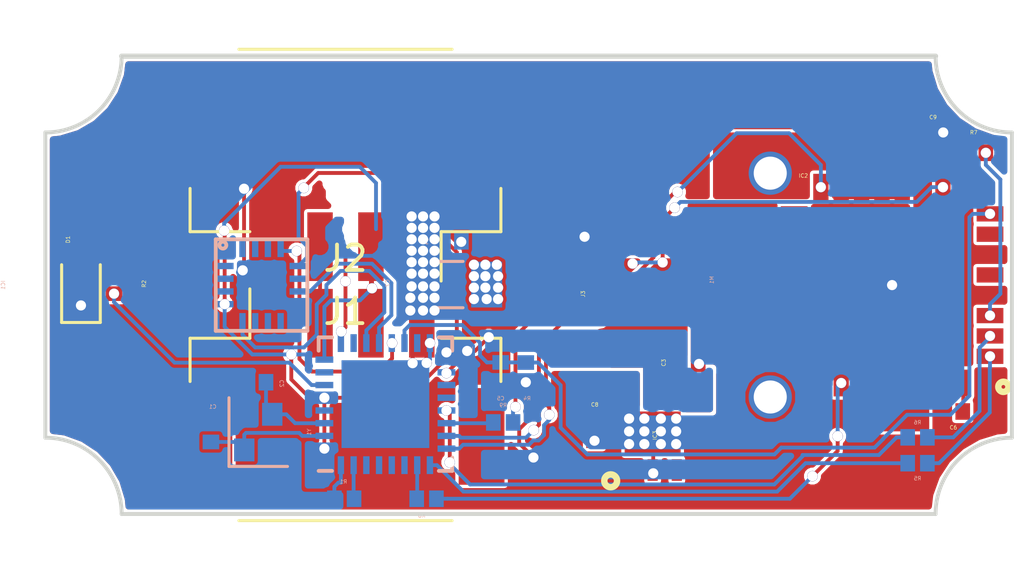
<source format=kicad_pcb>
(kicad_pcb (version 20171130) (host pcbnew 5.0.0-fee4fd1~66~ubuntu16.04.1)

  (general
    (thickness 1.6)
    (drawings 8)
    (tracks 373)
    (zones 0)
    (modules 27)
    (nets 30)
  )

  (page A4)
  (layers
    (0 F.Cu signal)
    (31 B.Cu signal)
    (32 B.Adhes user)
    (33 F.Adhes user)
    (34 B.Paste user)
    (35 F.Paste user)
    (36 B.SilkS user)
    (37 F.SilkS user)
    (38 B.Mask user)
    (39 F.Mask user)
    (40 Dwgs.User user)
    (41 Cmts.User user)
    (42 Eco1.User user)
    (43 Eco2.User user)
    (44 Edge.Cuts user)
    (45 Margin user)
    (46 B.CrtYd user)
    (47 F.CrtYd user)
    (48 B.Fab user)
    (49 F.Fab user)
  )

  (setup
    (last_trace_width 0.15)
    (trace_clearance 0.127)
    (zone_clearance 0.1016)
    (zone_45_only no)
    (trace_min 0.127)
    (segment_width 0.2)
    (edge_width 0.15)
    (via_size 0.41)
    (via_drill 0.4)
    (via_min_size 0.4)
    (via_min_drill 0.3)
    (uvia_size 0.3)
    (uvia_drill 0.1)
    (uvias_allowed no)
    (uvia_min_size 0.2)
    (uvia_min_drill 0.1)
    (pcb_text_width 0.3)
    (pcb_text_size 1.5 1.5)
    (mod_edge_width 0.15)
    (mod_text_size 0.15 0.15)
    (mod_text_width 0.02)
    (pad_size 5.2 5.2)
    (pad_drill 0)
    (pad_to_mask_clearance 0.1016)
    (solder_mask_min_width 0.1016)
    (aux_axis_origin 0 0)
    (visible_elements FFFFFF7F)
    (pcbplotparams
      (layerselection 0x01cf0_ffffffff)
      (usegerberextensions false)
      (usegerberattributes false)
      (usegerberadvancedattributes false)
      (creategerberjobfile false)
      (excludeedgelayer true)
      (linewidth 0.100000)
      (plotframeref false)
      (viasonmask false)
      (mode 1)
      (useauxorigin false)
      (hpglpennumber 1)
      (hpglpenspeed 20)
      (hpglpendiameter 15.000000)
      (psnegative false)
      (psa4output false)
      (plotreference true)
      (plotvalue true)
      (plotinvisibletext false)
      (padsonsilk false)
      (subtractmaskfromsilk false)
      (outputformat 1)
      (mirror false)
      (drillshape 0)
      (scaleselection 1)
      (outputdirectory "GERBER/"))
  )

  (net 0 "")
  (net 1 GND)
  (net 2 "Net-(C1-Pad1)")
  (net 3 "Net-(C2-Pad2)")
  (net 4 +3V3)
  (net 5 +BATT)
  (net 6 FB)
  (net 7 "Net-(C6-Pad2)")
  (net 8 MOSI)
  (net 9 MISO)
  (net 10 "Net-(IC2-Pad1)")
  (net 11 "Net-(IC2-Pad2)")
  (net 12 "Net-(IC2-Pad3)")
  (net 13 OUT1)
  (net 14 "Net-(IC2-Pad16)")
  (net 15 "Net-(IC2-Pad26)")
  (net 16 OUT2)
  (net 17 "Net-(R1-Pad1)")
  (net 18 D1)
  (net 19 D2)
  (net 20 SCK)
  (net 21 SWDIO)
  (net 22 SWCLK)
  (net 23 ENC_CS)
  (net 24 "Net-(D1-Pad2)")
  (net 25 signaling)
  (net 26 IN2)
  (net 27 IN1)
  (net 28 TX)
  (net 29 RX)

  (net_class Default "This is the default net class."
    (clearance 0.127)
    (trace_width 0.15)
    (via_dia 0.41)
    (via_drill 0.4)
    (uvia_dia 0.3)
    (uvia_drill 0.1)
    (add_net +3V3)
    (add_net +BATT)
    (add_net D1)
    (add_net D2)
    (add_net ENC_CS)
    (add_net FB)
    (add_net GND)
    (add_net IN1)
    (add_net IN2)
    (add_net MISO)
    (add_net MOSI)
    (add_net "Net-(C1-Pad1)")
    (add_net "Net-(C2-Pad2)")
    (add_net "Net-(C6-Pad2)")
    (add_net "Net-(D1-Pad2)")
    (add_net "Net-(IC2-Pad1)")
    (add_net "Net-(IC2-Pad16)")
    (add_net "Net-(IC2-Pad2)")
    (add_net "Net-(IC2-Pad26)")
    (add_net "Net-(IC2-Pad3)")
    (add_net "Net-(R1-Pad1)")
    (add_net OUT1)
    (add_net OUT2)
    (add_net RX)
    (add_net SCK)
    (add_net SWCLK)
    (add_net SWDIO)
    (add_net TX)
    (add_net signaling)
  )

  (module Connector_Molex:Molex_CLIK-Mate_502494-0470_1x04-1MP_P2.00mm_Horizontal (layer F.Cu) (tedit 5AA46ED0) (tstamp 5B94B886)
    (at 11.8 4.99 180)
    (descr "Molex CLIK-Mate series connector, 502494-0470 (http://www.molex.com/pdm_docs/sd/5024940270_sd.pdf), generated with kicad-footprint-generator")
    (tags "connector Molex CLIK-Mate top entry")
    (path /5B7CCFA1)
    (attr smd)
    (fp_text reference J1 (at 0 -5.05 180) (layer F.SilkS)
      (effects (font (size 1 1) (thickness 0.15)))
    )
    (fp_text value Conn_01x04_Male (at 0 6.35 180) (layer F.Fab)
      (effects (font (size 1 1) (thickness 0.15)))
    )
    (fp_line (start -6 -1.8) (end 6 -1.8) (layer F.Fab) (width 0.1))
    (fp_line (start -6.11 -0.21) (end -6.11 -1.91) (layer F.SilkS) (width 0.12))
    (fp_line (start -6.11 -1.91) (end -3.76 -1.91) (layer F.SilkS) (width 0.12))
    (fp_line (start -3.76 -1.91) (end -3.76 -3.85) (layer F.SilkS) (width 0.12))
    (fp_line (start 6.11 -0.21) (end 6.11 -1.91) (layer F.SilkS) (width 0.12))
    (fp_line (start 6.11 -1.91) (end 3.76 -1.91) (layer F.SilkS) (width 0.12))
    (fp_line (start -4.19 5.26) (end 4.19 5.26) (layer F.SilkS) (width 0.12))
    (fp_line (start -6 2.55) (end -5.67 2.55) (layer F.Fab) (width 0.1))
    (fp_line (start -5.67 2.55) (end -5.67 5.15) (layer F.Fab) (width 0.1))
    (fp_line (start -5.67 5.15) (end 5.67 5.15) (layer F.Fab) (width 0.1))
    (fp_line (start 5.67 5.15) (end 5.67 2.55) (layer F.Fab) (width 0.1))
    (fp_line (start 5.67 2.55) (end 6 2.55) (layer F.Fab) (width 0.1))
    (fp_line (start -6 -1.8) (end -6 2.55) (layer F.Fab) (width 0.1))
    (fp_line (start 6 -1.8) (end 6 2.55) (layer F.Fab) (width 0.1))
    (fp_line (start -6.75 -4.35) (end -6.75 5.65) (layer F.CrtYd) (width 0.05))
    (fp_line (start -6.75 5.65) (end 6.75 5.65) (layer F.CrtYd) (width 0.05))
    (fp_line (start 6.75 5.65) (end 6.75 -4.35) (layer F.CrtYd) (width 0.05))
    (fp_line (start 6.75 -4.35) (end -6.75 -4.35) (layer F.CrtYd) (width 0.05))
    (fp_line (start -3.5 -1.8) (end -3 -1.092893) (layer F.Fab) (width 0.1))
    (fp_line (start -3 -1.092893) (end -2.5 -1.8) (layer F.Fab) (width 0.1))
    (fp_text user %R (at 0 0.38 180) (layer F.Fab)
      (effects (font (size 1 1) (thickness 0.15)))
    )
    (pad 1 smd rect (at -3 -2.5 180) (size 1 2.7) (layers F.Cu F.Paste F.Mask)
      (net 1 GND))
    (pad 2 smd rect (at -1 -2.5 180) (size 1 2.7) (layers F.Cu F.Paste F.Mask)
      (net 28 TX))
    (pad 3 smd rect (at 1 -2.5 180) (size 1 2.7) (layers F.Cu F.Paste F.Mask)
      (net 29 RX))
    (pad 4 smd rect (at 3 -2.5 180) (size 1 2.7) (layers F.Cu F.Paste F.Mask)
      (net 5 +BATT))
    (pad MP smd rect (at -5.35 1.95 180) (size 1.8 3.8) (layers F.Cu F.Paste F.Mask))
    (pad MP smd rect (at 5.35 1.95 180) (size 1.8 3.8) (layers F.Cu F.Paste F.Mask))
    (model ${KISYS3DMOD}/Connector_Molex.3dshapes/Molex_CLIK-Mate_502494-0470_1x04-1MP_P2.00mm_Horizontal.wrl
      (at (xyz 0 0 0))
      (scale (xyz 1 1 1))
      (rotate (xyz 0 0 0))
    )
  )

  (module Package_DFN_QFN:QFN-32-1EP_5x5mm_P0.5mm_EP3.45x3.45mm (layer B.Cu) (tedit 5A651CE1) (tstamp 5B863378)
    (at 13.37 13.68)
    (descr "UH Package; 32-Lead Plastic QFN (5mm x 5mm); (see Linear Technology QFN_32_05-08-1693.pdf)")
    (tags "QFN 0.5")
    (path /5B483081)
    (attr smd)
    (fp_text reference U1 (at 3.3 -2.17) (layer B.SilkS)
      (effects (font (size 0.15 0.15) (thickness 0.02)) (justify mirror))
    )
    (fp_text value STM32L432KCUx (at 0 -3.75) (layer B.Fab)
      (effects (font (size 0.15 0.15) (thickness 0.02)) (justify mirror))
    )
    (fp_text user %R (at 0 0) (layer B.Fab)
      (effects (font (size 0.15 0.15) (thickness 0.02)) (justify mirror))
    )
    (fp_line (start -1.5 2.5) (end 2.5 2.5) (layer B.Fab) (width 0.15))
    (fp_line (start 2.5 2.5) (end 2.5 -2.5) (layer B.Fab) (width 0.15))
    (fp_line (start 2.5 -2.5) (end -2.5 -2.5) (layer B.Fab) (width 0.15))
    (fp_line (start -2.5 -2.5) (end -2.5 1.5) (layer B.Fab) (width 0.15))
    (fp_line (start -2.5 1.5) (end -1.5 2.5) (layer B.Fab) (width 0.15))
    (fp_line (start -3 3) (end -3 -3) (layer B.CrtYd) (width 0.05))
    (fp_line (start 3 3) (end 3 -3) (layer B.CrtYd) (width 0.05))
    (fp_line (start -3 3) (end 3 3) (layer B.CrtYd) (width 0.05))
    (fp_line (start -3 -3) (end 3 -3) (layer B.CrtYd) (width 0.05))
    (fp_line (start 2.625 2.625) (end 2.625 2.1) (layer B.SilkS) (width 0.15))
    (fp_line (start -2.625 -2.625) (end -2.625 -2.1) (layer B.SilkS) (width 0.15))
    (fp_line (start 2.625 -2.625) (end 2.625 -2.1) (layer B.SilkS) (width 0.15))
    (fp_line (start -2.625 2.625) (end -2.1 2.625) (layer B.SilkS) (width 0.15))
    (fp_line (start -2.625 -2.625) (end -2.1 -2.625) (layer B.SilkS) (width 0.15))
    (fp_line (start 2.625 -2.625) (end 2.1 -2.625) (layer B.SilkS) (width 0.15))
    (fp_line (start 2.625 2.625) (end 2.1 2.625) (layer B.SilkS) (width 0.15))
    (pad 1 smd rect (at -2.4 1.75) (size 0.7 0.25) (layers B.Cu B.Paste B.Mask)
      (net 4 +3V3))
    (pad 2 smd rect (at -2.4 1.25) (size 0.7 0.25) (layers B.Cu B.Paste B.Mask)
      (net 2 "Net-(C1-Pad1)"))
    (pad 3 smd rect (at -2.4 0.75) (size 0.7 0.25) (layers B.Cu B.Paste B.Mask)
      (net 3 "Net-(C2-Pad2)"))
    (pad 4 smd rect (at -2.4 0.25) (size 0.7 0.25) (layers B.Cu B.Paste B.Mask))
    (pad 5 smd rect (at -2.4 -0.25) (size 0.7 0.25) (layers B.Cu B.Paste B.Mask)
      (net 4 +3V3))
    (pad 6 smd rect (at -2.4 -0.75) (size 0.7 0.25) (layers B.Cu B.Paste B.Mask)
      (net 25 signaling))
    (pad 7 smd rect (at -2.4 -1.25) (size 0.7 0.25) (layers B.Cu B.Paste B.Mask))
    (pad 8 smd rect (at -2.4 -1.75) (size 0.7 0.25) (layers B.Cu B.Paste B.Mask)
      (net 28 TX))
    (pad 9 smd rect (at -1.75 -2.4 270) (size 0.7 0.25) (layers B.Cu B.Paste B.Mask)
      (net 29 RX))
    (pad 10 smd rect (at -1.25 -2.4 270) (size 0.7 0.25) (layers B.Cu B.Paste B.Mask))
    (pad 11 smd rect (at -0.75 -2.4 270) (size 0.7 0.25) (layers B.Cu B.Paste B.Mask)
      (net 20 SCK))
    (pad 12 smd rect (at -0.25 -2.4 270) (size 0.7 0.25) (layers B.Cu B.Paste B.Mask)
      (net 9 MISO))
    (pad 13 smd rect (at 0.25 -2.4 270) (size 0.7 0.25) (layers B.Cu B.Paste B.Mask)
      (net 8 MOSI))
    (pad 14 smd rect (at 0.75 -2.4 270) (size 0.7 0.25) (layers B.Cu B.Paste B.Mask)
      (net 6 FB))
    (pad 15 smd rect (at 1.25 -2.4 270) (size 0.7 0.25) (layers B.Cu B.Paste B.Mask))
    (pad 16 smd rect (at 1.75 -2.4 270) (size 0.7 0.25) (layers B.Cu B.Paste B.Mask)
      (net 1 GND))
    (pad 17 smd rect (at 2.4 -1.75) (size 0.7 0.25) (layers B.Cu B.Paste B.Mask)
      (net 4 +3V3))
    (pad 18 smd rect (at 2.4 -1.25) (size 0.7 0.25) (layers B.Cu B.Paste B.Mask)
      (net 23 ENC_CS))
    (pad 19 smd rect (at 2.4 -0.75) (size 0.7 0.25) (layers B.Cu B.Paste B.Mask))
    (pad 20 smd rect (at 2.4 -0.25) (size 0.7 0.25) (layers B.Cu B.Paste B.Mask))
    (pad 21 smd rect (at 2.4 0.25) (size 0.7 0.25) (layers B.Cu B.Paste B.Mask)
      (net 27 IN1))
    (pad 22 smd rect (at 2.4 0.75) (size 0.7 0.25) (layers B.Cu B.Paste B.Mask)
      (net 19 D2))
    (pad 23 smd rect (at 2.4 1.25) (size 0.7 0.25) (layers B.Cu B.Paste B.Mask)
      (net 21 SWDIO))
    (pad 24 smd rect (at 2.4 1.75) (size 0.7 0.25) (layers B.Cu B.Paste B.Mask)
      (net 22 SWCLK))
    (pad 25 smd rect (at 1.75 2.4 270) (size 0.7 0.25) (layers B.Cu B.Paste B.Mask)
      (net 26 IN2))
    (pad 26 smd rect (at 1.25 2.4 270) (size 0.7 0.25) (layers B.Cu B.Paste B.Mask)
      (net 18 D1))
    (pad 27 smd rect (at 0.75 2.4 270) (size 0.7 0.25) (layers B.Cu B.Paste B.Mask))
    (pad 28 smd rect (at 0.25 2.4 270) (size 0.7 0.25) (layers B.Cu B.Paste B.Mask))
    (pad 29 smd rect (at -0.25 2.4 270) (size 0.7 0.25) (layers B.Cu B.Paste B.Mask))
    (pad 30 smd rect (at -0.75 2.4 270) (size 0.7 0.25) (layers B.Cu B.Paste B.Mask))
    (pad 31 smd rect (at -1.25 2.4 270) (size 0.7 0.25) (layers B.Cu B.Paste B.Mask)
      (net 17 "Net-(R1-Pad1)"))
    (pad 32 smd rect (at -1.75 2.4 270) (size 0.7 0.25) (layers B.Cu B.Paste B.Mask)
      (net 1 GND))
    (pad "" smd rect (at 1.15 -1.15) (size 0.92 0.92) (layers B.Paste))
    (pad 33 smd rect (at 0 0) (size 3.45 3.45) (layers B.Cu B.Mask)
      (net 1 GND))
    (pad "" smd rect (at 0 -1.15) (size 0.92 0.92) (layers B.Paste))
    (pad "" smd rect (at -1.15 -1.15) (size 0.92 0.92) (layers B.Paste))
    (pad "" smd rect (at -1.15 0) (size 0.92 0.92) (layers B.Paste))
    (pad "" smd rect (at 0 0) (size 0.92 0.92) (layers B.Paste))
    (pad "" smd rect (at 1.15 0) (size 0.92 0.92) (layers B.Paste))
    (pad "" smd rect (at -1.15 1.15) (size 0.92 0.92) (layers B.Paste))
    (pad "" smd rect (at 0 1.15) (size 0.92 0.92) (layers B.Paste))
    (pad "" smd rect (at 1.15 1.15) (size 0.92 0.92) (layers B.Paste))
    (model ${KISYS3DMOD}/Package_DFN_QFN.3dshapes/QFN-32-1EP_5x5mm_P0.5mm_EP3.45x3.45mm.wrl
      (at (xyz 0 0 0))
      (scale (xyz 1 1 1))
      (rotate (xyz 0 0 0))
    )
  )

  (module MA702:MA702 (layer B.Cu) (tedit 5B68EDA6) (tstamp 5B49210D)
    (at 8.5 9 270)
    (path /5B627340)
    (fp_text reference IC1 (at 0 10.16 270) (layer B.SilkS)
      (effects (font (size 0.15 0.15) (thickness 0.02)) (justify mirror))
    )
    (fp_text value MA702 (at 0 8.89 270) (layer B.Fab)
      (effects (font (size 0.15 0.15) (thickness 0.02)) (justify mirror))
    )
    (fp_circle (center -1.57 1.52) (end -1.51 1.52) (layer B.SilkS) (width 0.15))
    (fp_line (start -1.8 -1.8) (end -1.8 1.8) (layer B.SilkS) (width 0.15))
    (fp_line (start 1.8 -1.8) (end -1.8 -1.8) (layer B.SilkS) (width 0.15))
    (fp_line (start 1.8 1.8) (end 1.8 -1.8) (layer B.SilkS) (width 0.15))
    (fp_line (start -1.8 1.8) (end 1.8 1.8) (layer B.SilkS) (width 0.15))
    (pad 17 smd rect (at 0 0 270) (size 1.7 1.7) (layers B.Cu B.Paste B.Mask)
      (net 1 GND))
    (pad 1 smd rect (at -1.45 0.75 270) (size 0.7 0.25) (layers B.Cu B.Paste B.Mask))
    (pad 2 smd rect (at -1.45 0.25 270) (size 0.7 0.25) (layers B.Cu B.Paste B.Mask))
    (pad 3 smd rect (at -1.45 -0.25 270) (size 0.7 0.25) (layers B.Cu B.Paste B.Mask))
    (pad 4 smd rect (at -1.45 -0.75 270) (size 0.7 0.25) (layers B.Cu B.Paste B.Mask)
      (net 8 MOSI))
    (pad 5 smd rect (at -0.75 -1.45 270) (size 0.25 0.7) (layers B.Cu B.Paste B.Mask)
      (net 23 ENC_CS))
    (pad 6 smd rect (at -0.25 -1.45 270) (size 0.25 0.7) (layers B.Cu B.Paste B.Mask))
    (pad 7 smd rect (at 0.25 -1.45 270) (size 0.25 0.7) (layers B.Cu B.Paste B.Mask)
      (net 9 MISO))
    (pad 8 smd rect (at 0.75 -1.45 270) (size 0.25 0.7) (layers B.Cu B.Paste B.Mask)
      (net 1 GND))
    (pad 9 smd rect (at 1.45 -0.75 270) (size 0.7 0.25) (layers B.Cu B.Paste B.Mask))
    (pad 10 smd rect (at 1.45 -0.25 270) (size 0.7 0.25) (layers B.Cu B.Paste B.Mask))
    (pad 11 smd rect (at 1.45 0.25 270) (size 0.7 0.25) (layers B.Cu B.Paste B.Mask))
    (pad 12 smd rect (at 1.45 0.75 270) (size 0.7 0.25) (layers B.Cu B.Paste B.Mask)
      (net 20 SCK))
    (pad 13 smd rect (at 0.75 1.45 270) (size 0.25 0.7) (layers B.Cu B.Paste B.Mask)
      (net 4 +3V3))
    (pad 14 smd rect (at 0.25 1.45 270) (size 0.25 0.7) (layers B.Cu B.Paste B.Mask))
    (pad 15 smd rect (at -0.25 1.45 270) (size 0.25 0.7) (layers B.Cu B.Paste B.Mask))
    (pad 16 smd rect (at -0.75 1.45 270) (size 0.25 0.7) (layers B.Cu B.Paste B.Mask))
    (model "/home/kbisland/Documents/motor controller Mini/A3918SESTR-T/3D/A3918SESTR-T.stp"
      (at (xyz 0 0 0))
      (scale (xyz 1 1 1))
      (rotate (xyz 0 0 0))
    )
  )

  (module pads1x4:1x4Pads (layer F.Cu) (tedit 5B6266E3) (tstamp 5B6E47E6)
    (at 21.2 9.35 270)
    (path /5B48ADC7)
    (fp_text reference J3 (at 0 0.06 270) (layer F.SilkS)
      (effects (font (size 0.15 0.15) (thickness 0.02)))
    )
    (fp_text value Conn_01x04_Male (at -0.14 0.76 270) (layer F.Fab)
      (effects (font (size 0.15 0.15) (thickness 0.02)))
    )
    (pad 1 smd oval (at -2.25 0 270) (size 1 2) (layers F.Cu F.Paste F.Mask)
      (net 1 GND))
    (pad 2 smd oval (at -0.75 0 270) (size 1 2) (layers F.Cu F.Paste F.Mask)
      (net 4 +3V3))
    (pad 3 smd oval (at 0.75 0 270) (size 1 2) (layers F.Cu F.Paste F.Mask)
      (net 21 SWDIO))
    (pad 4 smd oval (at 2.25 0 270) (size 1 2) (layers F.Cu F.Paste F.Mask)
      (net 22 SWCLK))
  )

  (module hv5932mgMotor:hv5932mgMotor (layer F.Cu) (tedit 5B625FB8) (tstamp 5B755A38)
    (at 28.5 9 90)
    (path /5B488724)
    (fp_text reference M1 (at 0.2 -2.3 90) (layer B.SilkS)
      (effects (font (size 0.15 0.15) (thickness 0.02)) (justify mirror))
    )
    (fp_text value Motor_DC (at 0.3 -1.8 90) (layer B.Fab)
      (effects (font (size 0.15 0.15) (thickness 0.02)) (justify mirror))
    )
    (pad 1 thru_hole circle (at -4.4 0 90) (size 1.7 1.7) (drill 1.3) (layers *.Cu *.Mask)
      (net 16 OUT2))
    (pad 2 thru_hole circle (at 4.4 0 90) (size 1.7 1.7) (drill 1.3) (layers *.Cu *.Mask)
      (net 13 OUT1))
  )

  (module Capacitor_SMD:C_0402_1005Metric (layer B.Cu) (tedit 5AC5DB74) (tstamp 5B753BAF)
    (at 6.51 14.78 90)
    (descr "Capacitor SMD 0402 (1005 Metric), square (rectangular) end terminal, IPC_7351 nominal, (Body size source: http://www.tortai-tech.com/upload/download/2011102023233369053.pdf), generated with kicad-footprint-generator")
    (tags capacitor)
    (path /5B480489)
    (attr smd)
    (fp_text reference C1 (at 1 0.07 -180) (layer B.SilkS)
      (effects (font (size 0.15 0.15) (thickness 0.02)) (justify mirror))
    )
    (fp_text value 10pF (at 0.7 -0.03 -180) (layer B.Fab)
      (effects (font (size 0.15 0.15) (thickness 0.02)) (justify mirror))
    )
    (fp_text user %R (at 0 0 -90) (layer B.Fab)
      (effects (font (size 0.15 0.15) (thickness 0.02)) (justify mirror))
    )
    (fp_line (start 0.82 -0.48) (end -0.82 -0.48) (layer B.CrtYd) (width 0.05))
    (fp_line (start 0.82 0.48) (end 0.82 -0.48) (layer B.CrtYd) (width 0.05))
    (fp_line (start -0.82 0.48) (end 0.82 0.48) (layer B.CrtYd) (width 0.05))
    (fp_line (start -0.82 -0.48) (end -0.82 0.48) (layer B.CrtYd) (width 0.05))
    (fp_line (start 0.5 -0.25) (end -0.5 -0.25) (layer B.Fab) (width 0.1))
    (fp_line (start 0.5 0.25) (end 0.5 -0.25) (layer B.Fab) (width 0.1))
    (fp_line (start -0.5 0.25) (end 0.5 0.25) (layer B.Fab) (width 0.1))
    (fp_line (start -0.5 -0.25) (end -0.5 0.25) (layer B.Fab) (width 0.1))
    (pad 2 smd rect (at 0.3875 0 90) (size 0.575 0.65) (layers B.Cu B.Paste B.Mask)
      (net 1 GND))
    (pad 1 smd rect (at -0.3875 0 90) (size 0.575 0.65) (layers B.Cu B.Paste B.Mask)
      (net 2 "Net-(C1-Pad1)"))
    (model ${KISYS3DMOD}/Capacitor_SMD.3dshapes/C_0402_1005Metric.wrl
      (at (xyz 0 0 0))
      (scale (xyz 1 1 1))
      (rotate (xyz 0 0 0))
    )
  )

  (module Capacitor_SMD:C_0402_1005Metric (layer B.Cu) (tedit 5AC5DB74) (tstamp 5B6E3F79)
    (at 8.2875 12.82)
    (descr "Capacitor SMD 0402 (1005 Metric), square (rectangular) end terminal, IPC_7351 nominal, (Body size source: http://www.tortai-tech.com/upload/download/2011102023233369053.pdf), generated with kicad-footprint-generator")
    (tags capacitor)
    (path /5B480490)
    (attr smd)
    (fp_text reference C2 (at 1.0135 0.05 -270) (layer B.SilkS)
      (effects (font (size 0.15 0.15) (thickness 0.02)) (justify mirror))
    )
    (fp_text value 10pF (at 0.7135 -0.05 -270) (layer B.Fab)
      (effects (font (size 0.15 0.15) (thickness 0.02)) (justify mirror))
    )
    (fp_line (start -0.5 -0.25) (end -0.5 0.25) (layer B.Fab) (width 0.1))
    (fp_line (start -0.5 0.25) (end 0.5 0.25) (layer B.Fab) (width 0.1))
    (fp_line (start 0.5 0.25) (end 0.5 -0.25) (layer B.Fab) (width 0.1))
    (fp_line (start 0.5 -0.25) (end -0.5 -0.25) (layer B.Fab) (width 0.1))
    (fp_line (start -0.82 -0.48) (end -0.82 0.48) (layer B.CrtYd) (width 0.05))
    (fp_line (start -0.82 0.48) (end 0.82 0.48) (layer B.CrtYd) (width 0.05))
    (fp_line (start 0.82 0.48) (end 0.82 -0.48) (layer B.CrtYd) (width 0.05))
    (fp_line (start 0.82 -0.48) (end -0.82 -0.48) (layer B.CrtYd) (width 0.05))
    (fp_text user %R (at 0 0 -270) (layer B.Fab)
      (effects (font (size 0.15 0.15) (thickness 0.02)) (justify mirror))
    )
    (pad 1 smd rect (at -0.3875 0) (size 0.575 0.65) (layers B.Cu B.Paste B.Mask)
      (net 1 GND))
    (pad 2 smd rect (at 0.3875 0) (size 0.575 0.65) (layers B.Cu B.Paste B.Mask)
      (net 3 "Net-(C2-Pad2)"))
    (model ${KISYS3DMOD}/Capacitor_SMD.3dshapes/C_0402_1005Metric.wrl
      (at (xyz 0 0 0))
      (scale (xyz 1 1 1))
      (rotate (xyz 0 0 0))
    )
  )

  (module Capacitor_SMD:C_0402_1005Metric (layer F.Cu) (tedit 5AC5DB74) (tstamp 5B94BAE9)
    (at 25.28 12.09)
    (descr "Capacitor SMD 0402 (1005 Metric), square (rectangular) end terminal, IPC_7351 nominal, (Body size source: http://www.tortai-tech.com/upload/download/2011102023233369053.pdf), generated with kicad-footprint-generator")
    (tags capacitor)
    (path /5B47CE3D)
    (attr smd)
    (fp_text reference C3 (at -0.97 -0.038 -270) (layer F.SilkS)
      (effects (font (size 0.15 0.15) (thickness 0.02)))
    )
    (fp_text value 1UF (at 0 1.18) (layer F.Fab)
      (effects (font (size 0.15 0.15) (thickness 0.02)))
    )
    (fp_line (start -0.5 0.25) (end -0.5 -0.25) (layer F.Fab) (width 0.1))
    (fp_line (start -0.5 -0.25) (end 0.5 -0.25) (layer F.Fab) (width 0.1))
    (fp_line (start 0.5 -0.25) (end 0.5 0.25) (layer F.Fab) (width 0.1))
    (fp_line (start 0.5 0.25) (end -0.5 0.25) (layer F.Fab) (width 0.1))
    (fp_line (start -0.82 0.48) (end -0.82 -0.48) (layer F.CrtYd) (width 0.05))
    (fp_line (start -0.82 -0.48) (end 0.82 -0.48) (layer F.CrtYd) (width 0.05))
    (fp_line (start 0.82 -0.48) (end 0.82 0.48) (layer F.CrtYd) (width 0.05))
    (fp_line (start 0.82 0.48) (end -0.82 0.48) (layer F.CrtYd) (width 0.05))
    (fp_text user %R (at 0 0) (layer F.Fab)
      (effects (font (size 0.15 0.15) (thickness 0.02)))
    )
    (pad 1 smd rect (at -0.3875 0) (size 0.575 0.65) (layers F.Cu F.Paste F.Mask)
      (net 4 +3V3))
    (pad 2 smd rect (at 0.3875 0) (size 0.575 0.65) (layers F.Cu F.Paste F.Mask)
      (net 1 GND))
    (model ${KISYS3DMOD}/Capacitor_SMD.3dshapes/C_0402_1005Metric.wrl
      (at (xyz 0 0 0))
      (scale (xyz 1 1 1))
      (rotate (xyz 0 0 0))
    )
  )

  (module Capacitor_SMD:C_0402_1005Metric (layer B.Cu) (tedit 5AC5DB74) (tstamp 5B542763)
    (at 17.9 12.4275 270)
    (descr "Capacitor SMD 0402 (1005 Metric), square (rectangular) end terminal, IPC_7351 nominal, (Body size source: http://www.tortai-tech.com/upload/download/2011102023233369053.pdf), generated with kicad-footprint-generator")
    (tags capacitor)
    (path /5B3AFEC4)
    (attr smd)
    (fp_text reference C5 (at 1.025 0) (layer B.SilkS)
      (effects (font (size 0.15 0.15) (thickness 0.02)) (justify mirror))
    )
    (fp_text value 1uf (at 0 -1.18 270) (layer B.Fab)
      (effects (font (size 0.15 0.15) (thickness 0.02)) (justify mirror))
    )
    (fp_text user %R (at 0 0 270) (layer B.Fab)
      (effects (font (size 0.15 0.15) (thickness 0.02)) (justify mirror))
    )
    (fp_line (start 0.82 -0.48) (end -0.82 -0.48) (layer B.CrtYd) (width 0.05))
    (fp_line (start 0.82 0.48) (end 0.82 -0.48) (layer B.CrtYd) (width 0.05))
    (fp_line (start -0.82 0.48) (end 0.82 0.48) (layer B.CrtYd) (width 0.05))
    (fp_line (start -0.82 -0.48) (end -0.82 0.48) (layer B.CrtYd) (width 0.05))
    (fp_line (start 0.5 -0.25) (end -0.5 -0.25) (layer B.Fab) (width 0.1))
    (fp_line (start 0.5 0.25) (end 0.5 -0.25) (layer B.Fab) (width 0.1))
    (fp_line (start -0.5 0.25) (end 0.5 0.25) (layer B.Fab) (width 0.1))
    (fp_line (start -0.5 -0.25) (end -0.5 0.25) (layer B.Fab) (width 0.1))
    (pad 2 smd rect (at 0.3875 0 270) (size 0.575 0.65) (layers B.Cu B.Paste B.Mask)
      (net 1 GND))
    (pad 1 smd rect (at -0.3875 0 270) (size 0.575 0.65) (layers B.Cu B.Paste B.Mask)
      (net 6 FB))
    (model ${KISYS3DMOD}/Capacitor_SMD.3dshapes/C_0402_1005Metric.wrl
      (at (xyz 0 0 0))
      (scale (xyz 1 1 1))
      (rotate (xyz 0 0 0))
    )
  )

  (module Capacitor_SMD:C_0402_1005Metric (layer F.Cu) (tedit 5AC5DB74) (tstamp 5B538C10)
    (at 35.6805 13.97)
    (descr "Capacitor SMD 0402 (1005 Metric), square (rectangular) end terminal, IPC_7351 nominal, (Body size source: http://www.tortai-tech.com/upload/download/2011102023233369053.pdf), generated with kicad-footprint-generator")
    (tags capacitor)
    (path /5B3B30FB)
    (attr smd)
    (fp_text reference C6 (at 0.0195 0.63) (layer F.SilkS)
      (effects (font (size 0.15 0.15) (thickness 0.02)))
    )
    (fp_text value 33nf (at 0 1.18) (layer F.Fab)
      (effects (font (size 0.15 0.15) (thickness 0.02)))
    )
    (fp_line (start -0.5 0.25) (end -0.5 -0.25) (layer F.Fab) (width 0.1))
    (fp_line (start -0.5 -0.25) (end 0.5 -0.25) (layer F.Fab) (width 0.1))
    (fp_line (start 0.5 -0.25) (end 0.5 0.25) (layer F.Fab) (width 0.1))
    (fp_line (start 0.5 0.25) (end -0.5 0.25) (layer F.Fab) (width 0.1))
    (fp_line (start -0.82 0.48) (end -0.82 -0.48) (layer F.CrtYd) (width 0.05))
    (fp_line (start -0.82 -0.48) (end 0.82 -0.48) (layer F.CrtYd) (width 0.05))
    (fp_line (start 0.82 -0.48) (end 0.82 0.48) (layer F.CrtYd) (width 0.05))
    (fp_line (start 0.82 0.48) (end -0.82 0.48) (layer F.CrtYd) (width 0.05))
    (fp_text user %R (at 0 0) (layer F.Fab)
      (effects (font (size 0.15 0.15) (thickness 0.02)))
    )
    (pad 1 smd rect (at -0.3875 0) (size 0.575 0.65) (layers F.Cu F.Paste F.Mask)
      (net 5 +BATT))
    (pad 2 smd rect (at 0.3875 0) (size 0.575 0.65) (layers F.Cu F.Paste F.Mask)
      (net 7 "Net-(C6-Pad2)"))
    (model ${KISYS3DMOD}/Capacitor_SMD.3dshapes/C_0402_1005Metric.wrl
      (at (xyz 0 0 0))
      (scale (xyz 1 1 1))
      (rotate (xyz 0 0 0))
    )
  )

  (module Capacitor_SMD:C_1206_3216Metric (layer B.Cu) (tedit 5AC5DB74) (tstamp 5B862F89)
    (at 15.92 8.98 180)
    (descr "Capacitor SMD 1206 (3216 Metric), square (rectangular) end terminal, IPC_7351 nominal, (Body size source: http://www.tortai-tech.com/upload/download/2011102023233369053.pdf), generated with kicad-footprint-generator")
    (tags capacitor)
    (path /5B47F0E0)
    (attr smd)
    (fp_text reference C7 (at 2.46 0.06 270) (layer B.SilkS)
      (effects (font (size 0.15 0.15) (thickness 0.02)) (justify mirror))
    )
    (fp_text value 47UF (at 0 -1.85 180) (layer B.Fab)
      (effects (font (size 0.15 0.15) (thickness 0.02)) (justify mirror))
    )
    (fp_text user %R (at 0 0 180) (layer B.Fab)
      (effects (font (size 0.15 0.15) (thickness 0.02)) (justify mirror))
    )
    (fp_line (start 2.29 -1.15) (end -2.29 -1.15) (layer B.CrtYd) (width 0.05))
    (fp_line (start 2.29 1.15) (end 2.29 -1.15) (layer B.CrtYd) (width 0.05))
    (fp_line (start -2.29 1.15) (end 2.29 1.15) (layer B.CrtYd) (width 0.05))
    (fp_line (start -2.29 -1.15) (end -2.29 1.15) (layer B.CrtYd) (width 0.05))
    (fp_line (start -0.5 -0.91) (end 0.5 -0.91) (layer B.SilkS) (width 0.12))
    (fp_line (start -0.5 0.91) (end 0.5 0.91) (layer B.SilkS) (width 0.12))
    (fp_line (start 1.6 -0.8) (end -1.6 -0.8) (layer B.Fab) (width 0.1))
    (fp_line (start 1.6 0.8) (end 1.6 -0.8) (layer B.Fab) (width 0.1))
    (fp_line (start -1.6 0.8) (end 1.6 0.8) (layer B.Fab) (width 0.1))
    (fp_line (start -1.6 -0.8) (end -1.6 0.8) (layer B.Fab) (width 0.1))
    (pad 2 smd rect (at 1.43 0 180) (size 1.22 1.8) (layers B.Cu B.Paste B.Mask)
      (net 1 GND))
    (pad 1 smd rect (at -1.43 0 180) (size 1.22 1.8) (layers B.Cu B.Paste B.Mask)
      (net 5 +BATT))
    (model ${KISYS3DMOD}/Capacitor_SMD.3dshapes/C_1206_3216Metric.wrl
      (at (xyz 0 0 0))
      (scale (xyz 1 1 1))
      (rotate (xyz 0 0 0))
    )
  )

  (module MC33926PNB:QFN80P800X800X220-33N (layer F.Cu) (tedit 5B3996BF) (tstamp 5B7530C8)
    (at 33.29 9 180)
    (descr "32-PIN PQFN")
    (tags "Integrated Circuit")
    (path /5B3AAF96)
    (attr smd)
    (fp_text reference IC2 (at 3.49 4.3) (layer F.SilkS)
      (effects (font (size 0.15 0.15) (thickness 0.02)))
    )
    (fp_text value MC33926PNB (at 0 0 180) (layer F.SilkS) hide
      (effects (font (size 0.15 0.15) (thickness 0.02)))
    )
    (fp_line (start -4.6 -4.6) (end 4.6 -4.6) (layer Dwgs.User) (width 0.05))
    (fp_line (start 4.6 -4.6) (end 4.6 4.6) (layer Dwgs.User) (width 0.05))
    (fp_line (start 4.6 4.6) (end -4.6 4.6) (layer Dwgs.User) (width 0.05))
    (fp_line (start -4.6 4.6) (end -4.6 -4.6) (layer Dwgs.User) (width 0.05))
    (fp_line (start -4 -4) (end 4 -4) (layer Dwgs.User) (width 0.1))
    (fp_line (start 4 -4) (end 4 4) (layer Dwgs.User) (width 0.1))
    (fp_line (start 4 4) (end -4 4) (layer Dwgs.User) (width 0.1))
    (fp_line (start -4 4) (end -4 -4) (layer Dwgs.User) (width 0.1))
    (fp_line (start -4 -3.2) (end -3.2 -4) (layer Dwgs.User) (width 0.1))
    (fp_circle (center -4.375 -4) (end -4.175 -4) (layer F.SilkS) (width 0.254))
    (pad 1 smd rect (at -3.85 -2.8 270) (size 0.6 1.05) (layers F.Cu F.Paste F.Mask)
      (net 10 "Net-(IC2-Pad1)"))
    (pad 2 smd rect (at -3.85 -2 270) (size 0.6 1.05) (layers F.Cu F.Paste F.Mask)
      (net 11 "Net-(IC2-Pad2)"))
    (pad 3 smd rect (at -3.85 -1.2 270) (size 0.6 1.05) (layers F.Cu F.Paste F.Mask)
      (net 12 "Net-(IC2-Pad3)"))
    (pad 4 smd rect (at -3.85 -0.4 270) (size 0.6 1.05) (layers F.Cu F.Paste F.Mask)
      (net 5 +BATT))
    (pad 5 smd rect (at -3.85 0.4 270) (size 0.6 1.05) (layers F.Cu F.Paste F.Mask))
    (pad 6 smd rect (at -3.85 1.2 270) (size 0.6 1.05) (layers F.Cu F.Paste F.Mask)
      (net 5 +BATT))
    (pad 7 smd rect (at -3.85 2 270) (size 0.6 1.05) (layers F.Cu F.Paste F.Mask))
    (pad 8 smd rect (at -3.85 2.8 270) (size 0.6 1.05) (layers F.Cu F.Paste F.Mask)
      (net 6 FB))
    (pad 9 smd rect (at -2.8 3.85 180) (size 0.6 1.05) (layers F.Cu F.Paste F.Mask))
    (pad 10 smd rect (at -2 3.85 180) (size 0.6 1.05) (layers F.Cu F.Paste F.Mask)
      (net 4 +3V3))
    (pad 11 smd rect (at -1.2 3.85 180) (size 0.6 1.05) (layers F.Cu F.Paste F.Mask)
      (net 5 +BATT))
    (pad 12 smd rect (at -0.4 3.85 180) (size 0.6 1.05) (layers F.Cu F.Paste F.Mask)
      (net 13 OUT1))
    (pad 13 smd rect (at 0.4 3.85 180) (size 0.6 1.05) (layers F.Cu F.Paste F.Mask)
      (net 13 OUT1))
    (pad 14 smd rect (at 1.2 3.85 180) (size 0.6 1.05) (layers F.Cu F.Paste F.Mask)
      (net 13 OUT1))
    (pad 15 smd rect (at 2 3.85 180) (size 0.6 1.05) (layers F.Cu F.Paste F.Mask)
      (net 13 OUT1))
    (pad 16 smd rect (at 2.8 3.85 180) (size 0.6 1.05) (layers F.Cu F.Paste F.Mask)
      (net 14 "Net-(IC2-Pad16)"))
    (pad 17 smd rect (at 3.85 2.8 270) (size 0.6 1.05) (layers F.Cu F.Paste F.Mask))
    (pad 18 smd rect (at 3.85 2 270) (size 0.6 1.05) (layers F.Cu F.Paste F.Mask)
      (net 1 GND))
    (pad 19 smd rect (at 3.85 1.2 270) (size 0.6 1.05) (layers F.Cu F.Paste F.Mask)
      (net 1 GND))
    (pad 20 smd rect (at 3.85 0.4 270) (size 0.6 1.05) (layers F.Cu F.Paste F.Mask)
      (net 1 GND))
    (pad 21 smd rect (at 3.85 -0.4 270) (size 0.6 1.05) (layers F.Cu F.Paste F.Mask))
    (pad 22 smd rect (at 3.85 -1.2 270) (size 0.6 1.05) (layers F.Cu F.Paste F.Mask)
      (net 1 GND))
    (pad 23 smd rect (at 3.85 -2 270) (size 0.6 1.05) (layers F.Cu F.Paste F.Mask)
      (net 1 GND))
    (pad 24 smd rect (at 3.85 -2.8 270) (size 0.6 1.05) (layers F.Cu F.Paste F.Mask)
      (net 1 GND))
    (pad 25 smd rect (at 2.8 -3.85 180) (size 0.6 1.05) (layers F.Cu F.Paste F.Mask))
    (pad 26 smd rect (at 2 -3.85 180) (size 0.6 1.05) (layers F.Cu F.Paste F.Mask)
      (net 15 "Net-(IC2-Pad26)"))
    (pad 27 smd rect (at 1.2 -3.85 180) (size 0.6 1.05) (layers F.Cu F.Paste F.Mask)
      (net 16 OUT2))
    (pad 28 smd rect (at 0.4 -3.85 180) (size 0.6 1.05) (layers F.Cu F.Paste F.Mask)
      (net 16 OUT2))
    (pad 29 smd rect (at -0.4 -3.85 180) (size 0.6 1.05) (layers F.Cu F.Paste F.Mask)
      (net 16 OUT2))
    (pad 30 smd rect (at -1.2 -3.85 180) (size 0.6 1.05) (layers F.Cu F.Paste F.Mask)
      (net 16 OUT2))
    (pad 31 smd rect (at -2 -3.85 180) (size 0.6 1.05) (layers F.Cu F.Paste F.Mask)
      (net 5 +BATT))
    (pad 32 smd rect (at -2.8 -3.85 180) (size 0.6 1.05) (layers F.Cu F.Paste F.Mask)
      (net 7 "Net-(C6-Pad2)"))
    (pad 33 smd rect (at 0 0 180) (size 5.2 5.2) (layers F.Cu F.Paste F.Mask)
      (net 1 GND))
    (model ${KIPRJMOD}/MC33926/MC33926PNB.wrl
      (at (xyz 0 0 0))
      (scale (xyz 400 400 400))
      (rotate (xyz 0 0 0))
    )
  )

  (module Resistor_SMD:R_0402_1005Metric (layer B.Cu) (tedit 5AC5DB74) (tstamp 5B753C66)
    (at 11.75 17.4 180)
    (descr "Resistor SMD 0402 (1005 Metric), square (rectangular) end terminal, IPC_7351 nominal, (Body size source: http://www.tortai-tech.com/upload/download/2011102023233369053.pdf), generated with kicad-footprint-generator")
    (tags resistor)
    (path /5B3A752B)
    (attr smd)
    (fp_text reference R1 (at 0.0325 0.67 180) (layer B.SilkS)
      (effects (font (size 0.15 0.15) (thickness 0.02)) (justify mirror))
    )
    (fp_text value 100k (at 0 -0.63 180) (layer B.Fab)
      (effects (font (size 0.15 0.15) (thickness 0.02)) (justify mirror))
    )
    (fp_text user %R (at 0 0 180) (layer B.Fab)
      (effects (font (size 0.15 0.15) (thickness 0.02)) (justify mirror))
    )
    (fp_line (start 0.82 -0.48) (end -0.82 -0.48) (layer B.CrtYd) (width 0.05))
    (fp_line (start 0.82 0.48) (end 0.82 -0.48) (layer B.CrtYd) (width 0.05))
    (fp_line (start -0.82 0.48) (end 0.82 0.48) (layer B.CrtYd) (width 0.05))
    (fp_line (start -0.82 -0.48) (end -0.82 0.48) (layer B.CrtYd) (width 0.05))
    (fp_line (start 0.5 -0.25) (end -0.5 -0.25) (layer B.Fab) (width 0.1))
    (fp_line (start 0.5 0.25) (end 0.5 -0.25) (layer B.Fab) (width 0.1))
    (fp_line (start -0.5 0.25) (end 0.5 0.25) (layer B.Fab) (width 0.1))
    (fp_line (start -0.5 -0.25) (end -0.5 0.25) (layer B.Fab) (width 0.1))
    (pad 2 smd rect (at 0.3875 0 180) (size 0.575 0.65) (layers B.Cu B.Paste B.Mask)
      (net 1 GND))
    (pad 1 smd rect (at -0.3875 0 180) (size 0.575 0.65) (layers B.Cu B.Paste B.Mask)
      (net 17 "Net-(R1-Pad1)"))
    (model ${KISYS3DMOD}/Resistor_SMD.3dshapes/R_0402_1005Metric.wrl
      (at (xyz 0 0 0))
      (scale (xyz 1 1 1))
      (rotate (xyz 0 0 0))
    )
  )

  (module Resistor_SMD:R_0402_1005Metric (layer B.Cu) (tedit 5AC5DB74) (tstamp 5B538CDF)
    (at 18.89 12.4325 270)
    (descr "Resistor SMD 0402 (1005 Metric), square (rectangular) end terminal, IPC_7351 nominal, (Body size source: http://www.tortai-tech.com/upload/download/2011102023233369053.pdf), generated with kicad-footprint-generator")
    (tags resistor)
    (path /5B3AFE56)
    (attr smd)
    (fp_text reference R4 (at 1.025 -0.05) (layer B.SilkS)
      (effects (font (size 0.15 0.15) (thickness 0.02)) (justify mirror))
    )
    (fp_text value 220 (at 0 -1.18 270) (layer B.Fab)
      (effects (font (size 0.15 0.15) (thickness 0.02)) (justify mirror))
    )
    (fp_line (start -0.5 -0.25) (end -0.5 0.25) (layer B.Fab) (width 0.1))
    (fp_line (start -0.5 0.25) (end 0.5 0.25) (layer B.Fab) (width 0.1))
    (fp_line (start 0.5 0.25) (end 0.5 -0.25) (layer B.Fab) (width 0.1))
    (fp_line (start 0.5 -0.25) (end -0.5 -0.25) (layer B.Fab) (width 0.1))
    (fp_line (start -0.82 -0.48) (end -0.82 0.48) (layer B.CrtYd) (width 0.05))
    (fp_line (start -0.82 0.48) (end 0.82 0.48) (layer B.CrtYd) (width 0.05))
    (fp_line (start 0.82 0.48) (end 0.82 -0.48) (layer B.CrtYd) (width 0.05))
    (fp_line (start 0.82 -0.48) (end -0.82 -0.48) (layer B.CrtYd) (width 0.05))
    (fp_text user %R (at 0 0 270) (layer B.Fab)
      (effects (font (size 0.15 0.15) (thickness 0.02)) (justify mirror))
    )
    (pad 1 smd rect (at -0.3875 0 270) (size 0.575 0.65) (layers B.Cu B.Paste B.Mask)
      (net 6 FB))
    (pad 2 smd rect (at 0.3875 0 270) (size 0.575 0.65) (layers B.Cu B.Paste B.Mask)
      (net 1 GND))
    (model ${KISYS3DMOD}/Resistor_SMD.3dshapes/R_0402_1005Metric.wrl
      (at (xyz 0 0 0))
      (scale (xyz 1 1 1))
      (rotate (xyz 0 0 0))
    )
  )

  (module Resistor_SMD:R_0402_1005Metric (layer B.Cu) (tedit 5AC5DB74) (tstamp 5B538CEE)
    (at 34.29 16.002 180)
    (descr "Resistor SMD 0402 (1005 Metric), square (rectangular) end terminal, IPC_7351 nominal, (Body size source: http://www.tortai-tech.com/upload/download/2011102023233369053.pdf), generated with kicad-footprint-generator")
    (tags resistor)
    (path /5B3B3778)
    (attr smd)
    (fp_text reference R5 (at 0 -0.598 180) (layer B.SilkS)
      (effects (font (size 0.15 0.15) (thickness 0.02)) (justify mirror))
    )
    (fp_text value 1k (at 0.69 -0.298 180) (layer B.Fab)
      (effects (font (size 0.15 0.15) (thickness 0.02)) (justify mirror))
    )
    (fp_line (start -0.5 -0.25) (end -0.5 0.25) (layer B.Fab) (width 0.1))
    (fp_line (start -0.5 0.25) (end 0.5 0.25) (layer B.Fab) (width 0.1))
    (fp_line (start 0.5 0.25) (end 0.5 -0.25) (layer B.Fab) (width 0.1))
    (fp_line (start 0.5 -0.25) (end -0.5 -0.25) (layer B.Fab) (width 0.1))
    (fp_line (start -0.82 -0.48) (end -0.82 0.48) (layer B.CrtYd) (width 0.05))
    (fp_line (start -0.82 0.48) (end 0.82 0.48) (layer B.CrtYd) (width 0.05))
    (fp_line (start 0.82 0.48) (end 0.82 -0.48) (layer B.CrtYd) (width 0.05))
    (fp_line (start 0.82 -0.48) (end -0.82 -0.48) (layer B.CrtYd) (width 0.05))
    (fp_text user %R (at 0 0 180) (layer B.Fab)
      (effects (font (size 0.15 0.15) (thickness 0.02)) (justify mirror))
    )
    (pad 1 smd rect (at -0.3875 0 180) (size 0.575 0.65) (layers B.Cu B.Paste B.Mask)
      (net 10 "Net-(IC2-Pad1)"))
    (pad 2 smd rect (at 0.3875 0 180) (size 0.575 0.65) (layers B.Cu B.Paste B.Mask)
      (net 26 IN2))
    (model ${KISYS3DMOD}/Resistor_SMD.3dshapes/R_0402_1005Metric.wrl
      (at (xyz 0 0 0))
      (scale (xyz 1 1 1))
      (rotate (xyz 0 0 0))
    )
  )

  (module Resistor_SMD:R_0402_1005Metric (layer B.Cu) (tedit 5AC5DB74) (tstamp 5B538CFD)
    (at 34.29 14.986 180)
    (descr "Resistor SMD 0402 (1005 Metric), square (rectangular) end terminal, IPC_7351 nominal, (Body size source: http://www.tortai-tech.com/upload/download/2011102023233369053.pdf), generated with kicad-footprint-generator")
    (tags resistor)
    (path /5B3B3715)
    (attr smd)
    (fp_text reference R6 (at 0 0.586 180) (layer B.SilkS)
      (effects (font (size 0.15 0.15) (thickness 0.02)) (justify mirror))
    )
    (fp_text value 1k (at 0 -1.18 180) (layer B.Fab)
      (effects (font (size 0.15 0.15) (thickness 0.02)) (justify mirror))
    )
    (fp_text user %R (at 0 0 180) (layer B.Fab)
      (effects (font (size 0.15 0.15) (thickness 0.02)) (justify mirror))
    )
    (fp_line (start 0.82 -0.48) (end -0.82 -0.48) (layer B.CrtYd) (width 0.05))
    (fp_line (start 0.82 0.48) (end 0.82 -0.48) (layer B.CrtYd) (width 0.05))
    (fp_line (start -0.82 0.48) (end 0.82 0.48) (layer B.CrtYd) (width 0.05))
    (fp_line (start -0.82 -0.48) (end -0.82 0.48) (layer B.CrtYd) (width 0.05))
    (fp_line (start 0.5 -0.25) (end -0.5 -0.25) (layer B.Fab) (width 0.1))
    (fp_line (start 0.5 0.25) (end 0.5 -0.25) (layer B.Fab) (width 0.1))
    (fp_line (start -0.5 0.25) (end 0.5 0.25) (layer B.Fab) (width 0.1))
    (fp_line (start -0.5 -0.25) (end -0.5 0.25) (layer B.Fab) (width 0.1))
    (pad 2 smd rect (at 0.3875 0 180) (size 0.575 0.65) (layers B.Cu B.Paste B.Mask)
      (net 27 IN1))
    (pad 1 smd rect (at -0.3875 0 180) (size 0.575 0.65) (layers B.Cu B.Paste B.Mask)
      (net 11 "Net-(IC2-Pad2)"))
    (model ${KISYS3DMOD}/Resistor_SMD.3dshapes/R_0402_1005Metric.wrl
      (at (xyz 0 0 0))
      (scale (xyz 1 1 1))
      (rotate (xyz 0 0 0))
    )
  )

  (module Resistor_SMD:R_0402_1005Metric (layer F.Cu) (tedit 5AC5DB74) (tstamp 5B538D0C)
    (at 36.5875 3.8 180)
    (descr "Resistor SMD 0402 (1005 Metric), square (rectangular) end terminal, IPC_7351 nominal, (Body size source: http://www.tortai-tech.com/upload/download/2011102023233369053.pdf), generated with kicad-footprint-generator")
    (tags resistor)
    (path /5B3B3A59)
    (attr smd)
    (fp_text reference R7 (at 0.0875 0.8 180) (layer F.SilkS)
      (effects (font (size 0.15 0.15) (thickness 0.02)))
    )
    (fp_text value 1k (at 0 1.18 180) (layer F.Fab)
      (effects (font (size 0.15 0.15) (thickness 0.02)))
    )
    (fp_line (start -0.5 0.25) (end -0.5 -0.25) (layer F.Fab) (width 0.1))
    (fp_line (start -0.5 -0.25) (end 0.5 -0.25) (layer F.Fab) (width 0.1))
    (fp_line (start 0.5 -0.25) (end 0.5 0.25) (layer F.Fab) (width 0.1))
    (fp_line (start 0.5 0.25) (end -0.5 0.25) (layer F.Fab) (width 0.1))
    (fp_line (start -0.82 0.48) (end -0.82 -0.48) (layer F.CrtYd) (width 0.05))
    (fp_line (start -0.82 -0.48) (end 0.82 -0.48) (layer F.CrtYd) (width 0.05))
    (fp_line (start 0.82 -0.48) (end 0.82 0.48) (layer F.CrtYd) (width 0.05))
    (fp_line (start 0.82 0.48) (end -0.82 0.48) (layer F.CrtYd) (width 0.05))
    (fp_text user %R (at 0 0 180) (layer F.Fab)
      (effects (font (size 0.15 0.15) (thickness 0.02)))
    )
    (pad 1 smd rect (at -0.3875 0 180) (size 0.575 0.65) (layers F.Cu F.Paste F.Mask)
      (net 12 "Net-(IC2-Pad3)"))
    (pad 2 smd rect (at 0.3875 0 180) (size 0.575 0.65) (layers F.Cu F.Paste F.Mask)
      (net 4 +3V3))
    (model ${KISYS3DMOD}/Resistor_SMD.3dshapes/R_0402_1005Metric.wrl
      (at (xyz 0 0 0))
      (scale (xyz 1 1 1))
      (rotate (xyz 0 0 0))
    )
  )

  (module Resistor_SMD:R_0402_1005Metric (layer B.Cu) (tedit 5AC5DB74) (tstamp 5B865C79)
    (at 14.9875 17.4)
    (descr "Resistor SMD 0402 (1005 Metric), square (rectangular) end terminal, IPC_7351 nominal, (Body size source: http://www.tortai-tech.com/upload/download/2011102023233369053.pdf), generated with kicad-footprint-generator")
    (tags resistor)
    (path /5B3B3892)
    (attr smd)
    (fp_text reference R8 (at -0.188 0.664) (layer B.SilkS)
      (effects (font (size 0.15 0.15) (thickness 0.02)) (justify mirror))
    )
    (fp_text value 1k (at 0 -1.18) (layer B.Fab)
      (effects (font (size 0.15 0.15) (thickness 0.02)) (justify mirror))
    )
    (fp_text user %R (at 0 0) (layer B.Fab)
      (effects (font (size 0.15 0.15) (thickness 0.02)) (justify mirror))
    )
    (fp_line (start 0.82 -0.48) (end -0.82 -0.48) (layer B.CrtYd) (width 0.05))
    (fp_line (start 0.82 0.48) (end 0.82 -0.48) (layer B.CrtYd) (width 0.05))
    (fp_line (start -0.82 0.48) (end 0.82 0.48) (layer B.CrtYd) (width 0.05))
    (fp_line (start -0.82 -0.48) (end -0.82 0.48) (layer B.CrtYd) (width 0.05))
    (fp_line (start 0.5 -0.25) (end -0.5 -0.25) (layer B.Fab) (width 0.1))
    (fp_line (start 0.5 0.25) (end 0.5 -0.25) (layer B.Fab) (width 0.1))
    (fp_line (start -0.5 0.25) (end 0.5 0.25) (layer B.Fab) (width 0.1))
    (fp_line (start -0.5 -0.25) (end -0.5 0.25) (layer B.Fab) (width 0.1))
    (pad 2 smd rect (at 0.3875 0) (size 0.575 0.65) (layers B.Cu B.Paste B.Mask)
      (net 15 "Net-(IC2-Pad26)"))
    (pad 1 smd rect (at -0.3875 0) (size 0.575 0.65) (layers B.Cu B.Paste B.Mask)
      (net 18 D1))
    (model ${KISYS3DMOD}/Resistor_SMD.3dshapes/R_0402_1005Metric.wrl
      (at (xyz 0 0 0))
      (scale (xyz 1 1 1))
      (rotate (xyz 0 0 0))
    )
  )

  (module Resistor_SMD:R_0402_1005Metric (layer B.Cu) (tedit 5AC5DB74) (tstamp 5B864134)
    (at 18 14.4 180)
    (descr "Resistor SMD 0402 (1005 Metric), square (rectangular) end terminal, IPC_7351 nominal, (Body size source: http://www.tortai-tech.com/upload/download/2011102023233369053.pdf), generated with kicad-footprint-generator")
    (tags resistor)
    (path /5B3B3978)
    (attr smd)
    (fp_text reference R9 (at 0 0.676 180) (layer B.SilkS)
      (effects (font (size 0.15 0.15) (thickness 0.02)) (justify mirror))
    )
    (fp_text value 1k (at 0 -1.18 180) (layer B.Fab)
      (effects (font (size 0.15 0.15) (thickness 0.02)) (justify mirror))
    )
    (fp_text user %R (at 0 0 180) (layer B.Fab)
      (effects (font (size 0.15 0.15) (thickness 0.02)) (justify mirror))
    )
    (fp_line (start 0.82 -0.48) (end -0.82 -0.48) (layer B.CrtYd) (width 0.05))
    (fp_line (start 0.82 0.48) (end 0.82 -0.48) (layer B.CrtYd) (width 0.05))
    (fp_line (start -0.82 0.48) (end 0.82 0.48) (layer B.CrtYd) (width 0.05))
    (fp_line (start -0.82 -0.48) (end -0.82 0.48) (layer B.CrtYd) (width 0.05))
    (fp_line (start 0.5 -0.25) (end -0.5 -0.25) (layer B.Fab) (width 0.1))
    (fp_line (start 0.5 0.25) (end 0.5 -0.25) (layer B.Fab) (width 0.1))
    (fp_line (start -0.5 0.25) (end 0.5 0.25) (layer B.Fab) (width 0.1))
    (fp_line (start -0.5 -0.25) (end -0.5 0.25) (layer B.Fab) (width 0.1))
    (pad 2 smd rect (at 0.3875 0 180) (size 0.575 0.65) (layers B.Cu B.Paste B.Mask)
      (net 19 D2))
    (pad 1 smd rect (at -0.3875 0 180) (size 0.575 0.65) (layers B.Cu B.Paste B.Mask)
      (net 14 "Net-(IC2-Pad16)"))
    (model ${KISYS3DMOD}/Resistor_SMD.3dshapes/R_0402_1005Metric.wrl
      (at (xyz 0 0 0))
      (scale (xyz 1 1 1))
      (rotate (xyz 0 0 0))
    )
  )

  (module Capacitor_SMD:C_0402_1005Metric (layer B.Cu) (tedit 5AC5DB74) (tstamp 5B863053)
    (at 15.97 7.28 180)
    (descr "Capacitor SMD 0402 (1005 Metric), square (rectangular) end terminal, IPC_7351 nominal, (Body size source: http://www.tortai-tech.com/upload/download/2011102023233369053.pdf), generated with kicad-footprint-generator")
    (tags capacitor)
    (path /5B47E0A9)
    (attr smd)
    (fp_text reference C4 (at 0.9875 0.006 270) (layer B.SilkS)
      (effects (font (size 0.15 0.15) (thickness 0.02)) (justify mirror))
    )
    (fp_text value 0.1UF (at 0 -1.18 180) (layer B.Fab)
      (effects (font (size 0.15 0.15) (thickness 0.02)) (justify mirror))
    )
    (fp_line (start -0.5 -0.25) (end -0.5 0.25) (layer B.Fab) (width 0.1))
    (fp_line (start -0.5 0.25) (end 0.5 0.25) (layer B.Fab) (width 0.1))
    (fp_line (start 0.5 0.25) (end 0.5 -0.25) (layer B.Fab) (width 0.1))
    (fp_line (start 0.5 -0.25) (end -0.5 -0.25) (layer B.Fab) (width 0.1))
    (fp_line (start -0.82 -0.48) (end -0.82 0.48) (layer B.CrtYd) (width 0.05))
    (fp_line (start -0.82 0.48) (end 0.82 0.48) (layer B.CrtYd) (width 0.05))
    (fp_line (start 0.82 0.48) (end 0.82 -0.48) (layer B.CrtYd) (width 0.05))
    (fp_line (start 0.82 -0.48) (end -0.82 -0.48) (layer B.CrtYd) (width 0.05))
    (fp_text user %R (at 0 0 180) (layer B.Fab)
      (effects (font (size 0.15 0.15) (thickness 0.02)) (justify mirror))
    )
    (pad 1 smd rect (at -0.3875 0 180) (size 0.575 0.65) (layers B.Cu B.Paste B.Mask)
      (net 5 +BATT))
    (pad 2 smd rect (at 0.3875 0 180) (size 0.575 0.65) (layers B.Cu B.Paste B.Mask)
      (net 1 GND))
    (model ${KISYS3DMOD}/Capacitor_SMD.3dshapes/C_0402_1005Metric.wrl
      (at (xyz 0 0 0))
      (scale (xyz 1 1 1))
      (rotate (xyz 0 0 0))
    )
  )

  (module Capacitor_SMD:C_0402_1005Metric (layer F.Cu) (tedit 5AC5DB74) (tstamp 5B5427AE)
    (at 21.59 14.732 90)
    (descr "Capacitor SMD 0402 (1005 Metric), square (rectangular) end terminal, IPC_7351 nominal, (Body size source: http://www.tortai-tech.com/upload/download/2011102023233369053.pdf), generated with kicad-footprint-generator")
    (tags capacitor)
    (path /5B48CA6A)
    (attr smd)
    (fp_text reference C8 (at 1.032 0.01 180) (layer F.SilkS)
      (effects (font (size 0.15 0.15) (thickness 0.02)))
    )
    (fp_text value 1UF (at 0 1.18 90) (layer F.Fab)
      (effects (font (size 0.15 0.15) (thickness 0.02)))
    )
    (fp_text user %R (at 0 0 90) (layer F.Fab)
      (effects (font (size 0.15 0.15) (thickness 0.02)))
    )
    (fp_line (start 0.82 0.48) (end -0.82 0.48) (layer F.CrtYd) (width 0.05))
    (fp_line (start 0.82 -0.48) (end 0.82 0.48) (layer F.CrtYd) (width 0.05))
    (fp_line (start -0.82 -0.48) (end 0.82 -0.48) (layer F.CrtYd) (width 0.05))
    (fp_line (start -0.82 0.48) (end -0.82 -0.48) (layer F.CrtYd) (width 0.05))
    (fp_line (start 0.5 0.25) (end -0.5 0.25) (layer F.Fab) (width 0.1))
    (fp_line (start 0.5 -0.25) (end 0.5 0.25) (layer F.Fab) (width 0.1))
    (fp_line (start -0.5 -0.25) (end 0.5 -0.25) (layer F.Fab) (width 0.1))
    (fp_line (start -0.5 0.25) (end -0.5 -0.25) (layer F.Fab) (width 0.1))
    (pad 2 smd rect (at 0.3875 0 90) (size 0.575 0.65) (layers F.Cu F.Paste F.Mask)
      (net 5 +BATT))
    (pad 1 smd rect (at -0.3875 0 90) (size 0.575 0.65) (layers F.Cu F.Paste F.Mask)
      (net 1 GND))
    (model ${KISYS3DMOD}/Capacitor_SMD.3dshapes/C_0402_1005Metric.wrl
      (at (xyz 0 0 0))
      (scale (xyz 1 1 1))
      (rotate (xyz 0 0 0))
    )
  )

  (module Capacitor_SMD:C_0402_1005Metric (layer F.Cu) (tedit 5AC5DB74) (tstamp 5B754B02)
    (at 35.3 3.3875 90)
    (descr "Capacitor SMD 0402 (1005 Metric), square (rectangular) end terminal, IPC_7351 nominal, (Body size source: http://www.tortai-tech.com/upload/download/2011102023233369053.pdf), generated with kicad-footprint-generator")
    (tags capacitor)
    (path /5B48C9E6)
    (attr smd)
    (fp_text reference C9 (at 0.9875 -0.4 180) (layer F.SilkS)
      (effects (font (size 0.15 0.15) (thickness 0.02)))
    )
    (fp_text value 1UF (at 0 1.18 90) (layer F.Fab)
      (effects (font (size 0.15 0.15) (thickness 0.02)))
    )
    (fp_line (start -0.5 0.25) (end -0.5 -0.25) (layer F.Fab) (width 0.1))
    (fp_line (start -0.5 -0.25) (end 0.5 -0.25) (layer F.Fab) (width 0.1))
    (fp_line (start 0.5 -0.25) (end 0.5 0.25) (layer F.Fab) (width 0.1))
    (fp_line (start 0.5 0.25) (end -0.5 0.25) (layer F.Fab) (width 0.1))
    (fp_line (start -0.82 0.48) (end -0.82 -0.48) (layer F.CrtYd) (width 0.05))
    (fp_line (start -0.82 -0.48) (end 0.82 -0.48) (layer F.CrtYd) (width 0.05))
    (fp_line (start 0.82 -0.48) (end 0.82 0.48) (layer F.CrtYd) (width 0.05))
    (fp_line (start 0.82 0.48) (end -0.82 0.48) (layer F.CrtYd) (width 0.05))
    (fp_text user %R (at 0 0 90) (layer F.Fab)
      (effects (font (size 0.15 0.15) (thickness 0.02)))
    )
    (pad 1 smd rect (at -0.3875 0 90) (size 0.575 0.65) (layers F.Cu F.Paste F.Mask)
      (net 4 +3V3))
    (pad 2 smd rect (at 0.3875 0 90) (size 0.575 0.65) (layers F.Cu F.Paste F.Mask)
      (net 1 GND))
    (model ${KISYS3DMOD}/Capacitor_SMD.3dshapes/C_0402_1005Metric.wrl
      (at (xyz 0 0 0))
      (scale (xyz 1 1 1))
      (rotate (xyz 0 0 0))
    )
  )

  (module LP38690SD-ADJ_NOPB:SON95P300X300X80-7N (layer F.Cu) (tedit 5B47C2B3) (tstamp 5B751FD6)
    (at 23.876 14.82 90)
    (descr NGG0006A)
    (tags "Integrated Circuit")
    (path /5B48B2F0)
    (attr smd)
    (fp_text reference IC3 (at -0.09 0.09 90) (layer F.SilkS)
      (effects (font (size 0.15 0.15) (thickness 0.02)))
    )
    (fp_text value LP38690SD-ADJ_NOPB (at 0 0 90) (layer F.SilkS) hide
      (effects (font (size 0.15 0.15) (thickness 0.02)))
    )
    (fp_line (start -2.125 -1.8) (end 2.125 -1.8) (layer Dwgs.User) (width 0.05))
    (fp_line (start 2.125 -1.8) (end 2.125 1.8) (layer Dwgs.User) (width 0.05))
    (fp_line (start 2.125 1.8) (end -2.125 1.8) (layer Dwgs.User) (width 0.05))
    (fp_line (start -2.125 1.8) (end -2.125 -1.8) (layer Dwgs.User) (width 0.05))
    (fp_line (start -1.5 -1.5) (end 1.5 -1.5) (layer Dwgs.User) (width 0.1))
    (fp_line (start 1.5 -1.5) (end 1.5 1.5) (layer Dwgs.User) (width 0.1))
    (fp_line (start 1.5 1.5) (end -1.5 1.5) (layer Dwgs.User) (width 0.1))
    (fp_line (start -1.5 1.5) (end -1.5 -1.5) (layer Dwgs.User) (width 0.1))
    (fp_line (start -1.5 -0.75) (end -0.75 -1.5) (layer Dwgs.User) (width 0.1))
    (fp_circle (center -1.875 -1.65) (end -1.75 -1.65) (layer F.SilkS) (width 0.254))
    (pad 1 smd rect (at -1.45 -0.95 180) (size 0.4 0.85) (layers F.Cu F.Paste F.Mask)
      (net 5 +BATT))
    (pad 2 smd rect (at -1.45 0 180) (size 0.4 0.85) (layers F.Cu F.Paste F.Mask)
      (net 1 GND))
    (pad 3 smd rect (at -1.45 0.95 180) (size 0.4 0.85) (layers F.Cu F.Paste F.Mask))
    (pad 4 smd rect (at 1.45 0.95 180) (size 0.4 0.85) (layers F.Cu F.Paste F.Mask)
      (net 4 +3V3))
    (pad 5 smd rect (at 1.45 0 180) (size 0.4 0.85) (layers F.Cu F.Paste F.Mask)
      (net 4 +3V3))
    (pad 6 smd rect (at 1.45 -0.95 180) (size 0.4 0.85) (layers F.Cu F.Paste F.Mask)
      (net 5 +BATT))
    (pad 7 smd rect (at 0 0 90) (size 1.7 2.2) (layers F.Cu F.Paste F.Mask)
      (net 1 GND))
  )

  (module LED_SMD:LED_0603_1608Metric (layer F.Cu) (tedit 5AC5DB75) (tstamp 5B6E3201)
    (at 1.4 9 90)
    (descr "LED SMD 0603 (1608 Metric), square (rectangular) end terminal, IPC_7351 nominal, (Body size source: http://www.tortai-tech.com/upload/download/2011102023233369053.pdf), generated with kicad-footprint-generator")
    (tags diode)
    (path /5B6265C8)
    (attr smd)
    (fp_text reference D1 (at 1.79 -0.51 90) (layer F.SilkS)
      (effects (font (size 0.15 0.15) (thickness 0.02)))
    )
    (fp_text value LED (at 0 1.45 90) (layer F.Fab)
      (effects (font (size 0.15 0.15) (thickness 0.02)))
    )
    (fp_text user %R (at 0 0 90) (layer F.Fab)
      (effects (font (size 0.15 0.15) (thickness 0.02)))
    )
    (fp_line (start 1.46 0.75) (end -1.46 0.75) (layer F.CrtYd) (width 0.05))
    (fp_line (start 1.46 -0.75) (end 1.46 0.75) (layer F.CrtYd) (width 0.05))
    (fp_line (start -1.46 -0.75) (end 1.46 -0.75) (layer F.CrtYd) (width 0.05))
    (fp_line (start -1.46 0.75) (end -1.46 -0.75) (layer F.CrtYd) (width 0.05))
    (fp_line (start -1.47 0.76) (end 0.8 0.76) (layer F.SilkS) (width 0.12))
    (fp_line (start -1.47 -0.76) (end -1.47 0.76) (layer F.SilkS) (width 0.12))
    (fp_line (start 0.8 -0.76) (end -1.47 -0.76) (layer F.SilkS) (width 0.12))
    (fp_line (start 0.8 0.4) (end 0.8 -0.4) (layer F.Fab) (width 0.1))
    (fp_line (start -0.8 0.4) (end 0.8 0.4) (layer F.Fab) (width 0.1))
    (fp_line (start -0.8 -0.1) (end -0.8 0.4) (layer F.Fab) (width 0.1))
    (fp_line (start -0.5 -0.4) (end -0.8 -0.1) (layer F.Fab) (width 0.1))
    (fp_line (start 0.8 -0.4) (end -0.5 -0.4) (layer F.Fab) (width 0.1))
    (pad 2 smd rect (at 0.8 0 90) (size 0.82 1) (layers F.Cu F.Paste F.Mask)
      (net 24 "Net-(D1-Pad2)"))
    (pad 1 smd rect (at -0.8 0 90) (size 0.82 1) (layers F.Cu F.Paste F.Mask)
      (net 1 GND))
    (model ${KISYS3DMOD}/LED_SMD.3dshapes/LED_0603_1608Metric.wrl
      (at (xyz 0 0 0))
      (scale (xyz 1 1 1))
      (rotate (xyz 0 0 0))
    )
  )

  (module Resistor_SMD:R_0402_1005Metric (layer F.Cu) (tedit 5AC5DB74) (tstamp 5B6E32EE)
    (at 2.7 8.95 270)
    (descr "Resistor SMD 0402 (1005 Metric), square (rectangular) end terminal, IPC_7351 nominal, (Body size source: http://www.tortai-tech.com/upload/download/2011102023233369053.pdf), generated with kicad-footprint-generator")
    (tags resistor)
    (path /5B626783)
    (attr smd)
    (fp_text reference R2 (at 0 -1.18 270) (layer F.SilkS)
      (effects (font (size 0.15 0.15) (thickness 0.02)))
    )
    (fp_text value 330 (at 0 0.07 270) (layer F.Fab)
      (effects (font (size 0.15 0.15) (thickness 0.02)))
    )
    (fp_line (start -0.5 0.25) (end -0.5 -0.25) (layer F.Fab) (width 0.1))
    (fp_line (start -0.5 -0.25) (end 0.5 -0.25) (layer F.Fab) (width 0.1))
    (fp_line (start 0.5 -0.25) (end 0.5 0.25) (layer F.Fab) (width 0.1))
    (fp_line (start 0.5 0.25) (end -0.5 0.25) (layer F.Fab) (width 0.1))
    (fp_line (start -0.82 0.48) (end -0.82 -0.48) (layer F.CrtYd) (width 0.05))
    (fp_line (start -0.82 -0.48) (end 0.82 -0.48) (layer F.CrtYd) (width 0.05))
    (fp_line (start 0.82 -0.48) (end 0.82 0.48) (layer F.CrtYd) (width 0.05))
    (fp_line (start 0.82 0.48) (end -0.82 0.48) (layer F.CrtYd) (width 0.05))
    (fp_text user %R (at -1.19 0.23 270) (layer F.Fab)
      (effects (font (size 0.15 0.15) (thickness 0.02)))
    )
    (pad 1 smd rect (at -0.3875 0 270) (size 0.575 0.65) (layers F.Cu F.Paste F.Mask)
      (net 24 "Net-(D1-Pad2)"))
    (pad 2 smd rect (at 0.3875 0 270) (size 0.575 0.65) (layers F.Cu F.Paste F.Mask)
      (net 25 signaling))
    (model ${KISYS3DMOD}/Resistor_SMD.3dshapes/R_0402_1005Metric.wrl
      (at (xyz 0 0 0))
      (scale (xyz 1 1 1))
      (rotate (xyz 0 0 0))
    )
  )

  (module Crystal:Crystal_SMD_2016-4Pin_2.0x1.6mm (layer B.Cu) (tedit 5A0FD1B2) (tstamp 5B6E3752)
    (at 8.37 14.78 90)
    (descr "SMD Crystal SERIES SMD2016/4 http://www.q-crystal.com/upload/5/2015552223166229.pdf, 2.0x1.6mm^2 package")
    (tags "SMD SMT crystal")
    (path /5B487B97)
    (attr smd)
    (fp_text reference Y1 (at 0 2 90) (layer B.SilkS)
      (effects (font (size 0.15 0.15) (thickness 0.02)) (justify mirror))
    )
    (fp_text value 32mhz (at 0.03 0.28 90) (layer B.Fab)
      (effects (font (size 0.15 0.15) (thickness 0.02)) (justify mirror))
    )
    (fp_text user %R (at 0 0 90) (layer B.Fab)
      (effects (font (size 0.15 0.15) (thickness 0.02)) (justify mirror))
    )
    (fp_line (start -0.9 0.8) (end 0.9 0.8) (layer B.Fab) (width 0.1))
    (fp_line (start 0.9 0.8) (end 1 0.7) (layer B.Fab) (width 0.1))
    (fp_line (start 1 0.7) (end 1 -0.7) (layer B.Fab) (width 0.1))
    (fp_line (start 1 -0.7) (end 0.9 -0.8) (layer B.Fab) (width 0.1))
    (fp_line (start 0.9 -0.8) (end -0.9 -0.8) (layer B.Fab) (width 0.1))
    (fp_line (start -0.9 -0.8) (end -1 -0.7) (layer B.Fab) (width 0.1))
    (fp_line (start -1 -0.7) (end -1 0.7) (layer B.Fab) (width 0.1))
    (fp_line (start -1 0.7) (end -0.9 0.8) (layer B.Fab) (width 0.1))
    (fp_line (start -1 -0.3) (end -0.5 -0.8) (layer B.Fab) (width 0.1))
    (fp_line (start -1.35 1.15) (end -1.35 -1.15) (layer B.SilkS) (width 0.12))
    (fp_line (start -1.35 -1.15) (end 1.35 -1.15) (layer B.SilkS) (width 0.12))
    (fp_line (start -1.4 1.3) (end -1.4 -1.3) (layer B.CrtYd) (width 0.05))
    (fp_line (start -1.4 -1.3) (end 1.4 -1.3) (layer B.CrtYd) (width 0.05))
    (fp_line (start 1.4 -1.3) (end 1.4 1.3) (layer B.CrtYd) (width 0.05))
    (fp_line (start 1.4 1.3) (end -1.4 1.3) (layer B.CrtYd) (width 0.05))
    (pad 1 smd rect (at -0.7 -0.55 90) (size 0.9 0.8) (layers B.Cu B.Paste B.Mask)
      (net 2 "Net-(C1-Pad1)"))
    (pad 2 smd rect (at 0.7 -0.55 90) (size 0.9 0.8) (layers B.Cu B.Paste B.Mask)
      (net 1 GND))
    (pad 3 smd rect (at 0.7 0.55 90) (size 0.9 0.8) (layers B.Cu B.Paste B.Mask)
      (net 3 "Net-(C2-Pad2)"))
    (pad 4 smd rect (at -0.7 0.55 90) (size 0.9 0.8) (layers B.Cu B.Paste B.Mask)
      (net 1 GND))
    (model ${KISYS3DMOD}/Crystal.3dshapes/Crystal_SMD_2016-4Pin_2.0x1.6mm.wrl
      (at (xyz 0 0 0))
      (scale (xyz 1 1 1))
      (rotate (xyz 0 0 0))
    )
  )

  (module Connector_Molex:Molex_CLIK-Mate_502494-0470_1x04-1MP_P2.00mm_Horizontal (layer F.Cu) (tedit 5AA46ED0) (tstamp 5B88CD02)
    (at 11.8 13)
    (descr "Molex CLIK-Mate series connector, 502494-0470 (http://www.molex.com/pdm_docs/sd/5024940270_sd.pdf), generated with kicad-footprint-generator")
    (tags "connector Molex CLIK-Mate top entry")
    (path /5B7CD0B8)
    (attr smd)
    (fp_text reference J2 (at 0 -5.05) (layer F.SilkS)
      (effects (font (size 1 1) (thickness 0.15)))
    )
    (fp_text value Conn_01x04_Male (at 0 6.35) (layer F.Fab)
      (effects (font (size 1 1) (thickness 0.15)))
    )
    (fp_text user %R (at 0 0.38) (layer F.Fab)
      (effects (font (size 1 1) (thickness 0.15)))
    )
    (fp_line (start -3 -1.092893) (end -2.5 -1.8) (layer F.Fab) (width 0.1))
    (fp_line (start -3.5 -1.8) (end -3 -1.092893) (layer F.Fab) (width 0.1))
    (fp_line (start 6.75 -4.35) (end -6.75 -4.35) (layer F.CrtYd) (width 0.05))
    (fp_line (start 6.75 5.65) (end 6.75 -4.35) (layer F.CrtYd) (width 0.05))
    (fp_line (start -6.75 5.65) (end 6.75 5.65) (layer F.CrtYd) (width 0.05))
    (fp_line (start -6.75 -4.35) (end -6.75 5.65) (layer F.CrtYd) (width 0.05))
    (fp_line (start 6 -1.8) (end 6 2.55) (layer F.Fab) (width 0.1))
    (fp_line (start -6 -1.8) (end -6 2.55) (layer F.Fab) (width 0.1))
    (fp_line (start 5.67 2.55) (end 6 2.55) (layer F.Fab) (width 0.1))
    (fp_line (start 5.67 5.15) (end 5.67 2.55) (layer F.Fab) (width 0.1))
    (fp_line (start -5.67 5.15) (end 5.67 5.15) (layer F.Fab) (width 0.1))
    (fp_line (start -5.67 2.55) (end -5.67 5.15) (layer F.Fab) (width 0.1))
    (fp_line (start -6 2.55) (end -5.67 2.55) (layer F.Fab) (width 0.1))
    (fp_line (start -4.19 5.26) (end 4.19 5.26) (layer F.SilkS) (width 0.12))
    (fp_line (start 6.11 -1.91) (end 3.76 -1.91) (layer F.SilkS) (width 0.12))
    (fp_line (start 6.11 -0.21) (end 6.11 -1.91) (layer F.SilkS) (width 0.12))
    (fp_line (start -3.76 -1.91) (end -3.76 -3.85) (layer F.SilkS) (width 0.12))
    (fp_line (start -6.11 -1.91) (end -3.76 -1.91) (layer F.SilkS) (width 0.12))
    (fp_line (start -6.11 -0.21) (end -6.11 -1.91) (layer F.SilkS) (width 0.12))
    (fp_line (start -6 -1.8) (end 6 -1.8) (layer F.Fab) (width 0.1))
    (pad MP smd rect (at 5.35 1.95) (size 1.8 3.8) (layers F.Cu F.Paste F.Mask))
    (pad MP smd rect (at -5.35 1.95) (size 1.8 3.8) (layers F.Cu F.Paste F.Mask))
    (pad 4 smd rect (at 3 -2.5) (size 1 2.7) (layers F.Cu F.Paste F.Mask)
      (net 1 GND))
    (pad 3 smd rect (at 1 -2.5) (size 1 2.7) (layers F.Cu F.Paste F.Mask)
      (net 28 TX))
    (pad 2 smd rect (at -1 -2.5) (size 1 2.7) (layers F.Cu F.Paste F.Mask)
      (net 29 RX))
    (pad 1 smd rect (at -3 -2.5) (size 1 2.7) (layers F.Cu F.Paste F.Mask)
      (net 5 +BATT))
    (model ${KISYS3DMOD}/Connector_Molex.3dshapes/Molex_CLIK-Mate_502494-0470_1x04-1MP_P2.00mm_Horizontal.wrl
      (at (xyz 0 0 0))
      (scale (xyz 1 1 1))
      (rotate (xyz 0 0 0))
    )
  )

  (gr_arc (start 38 0) (end 35 0) (angle -90) (layer Edge.Cuts) (width 0.15))
  (gr_arc (start 38 18) (end 35 18) (angle 90) (layer Edge.Cuts) (width 0.15))
  (gr_arc (start 0 18) (end 3 18) (angle -90) (layer Edge.Cuts) (width 0.15))
  (gr_arc (start 0 0) (end 3 0) (angle 90) (layer Edge.Cuts) (width 0.15))
  (gr_line (start 38 3) (end 38 15) (layer Edge.Cuts) (width 0.15))
  (gr_line (start 3 18) (end 35 18) (layer Edge.Cuts) (width 0.15))
  (gr_line (start 0 3) (end 0 15) (layer Edge.Cuts) (width 0.15))
  (gr_line (start 3 0) (end 35 0) (layer Edge.Cuts) (width 0.2))

  (via (at 14.4 6.3) (size 0.41) (drill 0.4) (layers F.Cu B.Cu) (net 1) (status 30))
  (via (at 14.85 6.3) (size 0.41) (drill 0.4) (layers F.Cu B.Cu) (net 1) (status 30))
  (via (at 15.3 6.3) (size 0.41) (drill 0.4) (layers F.Cu B.Cu) (net 1) (status 30))
  (via (at 15.3 6.75) (size 0.41) (drill 0.4) (layers F.Cu B.Cu) (net 1) (status 30))
  (via (at 14.85 6.75) (size 0.41) (drill 0.4) (layers F.Cu B.Cu) (net 1) (status 30))
  (via (at 14.4 6.75) (size 0.41) (drill 0.4) (layers F.Cu B.Cu) (net 1) (status 30))
  (via (at 14.4 7.2) (size 0.41) (drill 0.4) (layers F.Cu B.Cu) (net 1) (status 30))
  (via (at 14.85 7.2) (size 0.41) (drill 0.4) (layers F.Cu B.Cu) (net 1) (status 30))
  (via (at 15.3 7.2) (size 0.41) (drill 0.4) (layers F.Cu B.Cu) (net 1) (status 30))
  (via (at 15.3 7.65) (size 0.41) (drill 0.4) (layers F.Cu B.Cu) (net 1) (status 30))
  (via (at 14.85 7.65) (size 0.41) (drill 0.4) (layers F.Cu B.Cu) (net 1) (status 30))
  (via (at 14.4 7.65) (size 0.41) (drill 0.4) (layers F.Cu B.Cu) (net 1) (status 30))
  (via (at 14.4 8.1) (size 0.41) (drill 0.4) (layers F.Cu B.Cu) (net 1) (status 30))
  (via (at 14.85 8.1) (size 0.41) (drill 0.4) (layers F.Cu B.Cu) (net 1) (status 30))
  (via (at 15.3 8.1) (size 0.41) (drill 0.4) (layers F.Cu B.Cu) (net 1) (status 30))
  (via (at 15.3 8.55) (size 0.41) (drill 0.4) (layers F.Cu B.Cu) (net 1) (status 30))
  (via (at 14.85 8.55) (size 0.41) (drill 0.4) (layers F.Cu B.Cu) (net 1) (status 30))
  (via (at 14.4 8.55) (size 0.41) (drill 0.4) (layers F.Cu B.Cu) (net 1) (status 30))
  (via (at 14.4 9.05) (size 0.41) (drill 0.4) (layers F.Cu B.Cu) (net 1) (status 30))
  (via (at 14.85 9.05) (size 0.41) (drill 0.4) (layers F.Cu B.Cu) (net 1) (status 30))
  (via (at 15.3 9.05) (size 0.41) (drill 0.4) (layers F.Cu B.Cu) (net 1))
  (via (at 15.3 9.5) (size 0.41) (drill 0.4) (layers F.Cu B.Cu) (net 1) (status 30))
  (via (at 14.85 9.5) (size 0.41) (drill 0.4) (layers F.Cu B.Cu) (net 1) (status 30))
  (via (at 14.35 9.5) (size 0.41) (drill 0.4) (layers F.Cu B.Cu) (net 1) (status 30))
  (via (at 14.35 10) (size 0.41) (drill 0.4) (layers F.Cu B.Cu) (net 1) (status 30))
  (via (at 14.85 10) (size 0.41) (drill 0.4) (layers F.Cu B.Cu) (net 1) (status 30))
  (via (at 15.3 10) (size 0.41) (drill 0.4) (layers F.Cu B.Cu) (net 1) (status 30))
  (segment (start 15.12 11.93) (end 14.99 12.06) (width 0.15) (layer B.Cu) (net 1) (status 20))
  (segment (start 15.12 11.28) (end 15.12 11.93) (width 0.15) (layer B.Cu) (net 1) (status 10))
  (via (at 21.59 15.1195) (size 0.41) (drill 0.4) (layers F.Cu B.Cu) (net 1) (status 30))
  (via (at 22.95 14.25) (size 0.41) (drill 0.4) (layers F.Cu B.Cu) (net 1) (status 30))
  (via (at 23.55 14.25) (size 0.41) (drill 0.4) (layers F.Cu B.Cu) (net 1) (status 30))
  (via (at 24.2 14.25) (size 0.41) (drill 0.4) (layers F.Cu B.Cu) (net 1) (status 30))
  (via (at 24.8 14.25) (size 0.41) (drill 0.4) (layers F.Cu B.Cu) (net 1) (status 30))
  (via (at 24.8 14.75) (size 0.41) (drill 0.4) (layers F.Cu B.Cu) (net 1) (status 30))
  (via (at 24.2 14.75) (size 0.41) (drill 0.4) (layers F.Cu B.Cu) (net 1) (status 30))
  (via (at 23.55 14.75) (size 0.41) (drill 0.4) (layers F.Cu B.Cu) (net 1) (status 30))
  (via (at 22.95 14.75) (size 0.41) (drill 0.4) (layers F.Cu B.Cu) (net 1) (status 30))
  (via (at 22.95 15.25) (size 0.41) (drill 0.4) (layers F.Cu B.Cu) (net 1) (status 30))
  (via (at 23.55 15.25) (size 0.41) (drill 0.4) (layers F.Cu B.Cu) (net 1) (status 30))
  (via (at 24.2 15.25) (size 0.41) (drill 0.4) (layers F.Cu B.Cu) (net 1) (status 30))
  (via (at 24.8 15.25) (size 0.41) (drill 0.4) (layers F.Cu B.Cu) (net 1) (status 30))
  (via (at 23.9 16.4) (size 0.41) (drill 0.4) (layers F.Cu B.Cu) (net 1) (status 30))
  (via (at 25.7 12.1) (size 0.41) (drill 0.4) (layers F.Cu B.Cu) (net 1) (status 30))
  (segment (start 14.8 10.5) (end 14.8 7.49) (width 0.15) (layer F.Cu) (net 1) (status 30))
  (via (at 15.12 11.28) (size 0.41) (drill 0.4) (layers F.Cu B.Cu) (net 1) (status 30))
  (segment (start 14.99 12.06) (end 13.37 13.68) (width 0.15) (layer B.Cu) (net 1) (tstamp 5B94BC77) (status 30))
  (via (at 14.99 12.06) (size 0.41) (drill 0.4) (layers F.Cu B.Cu) (net 1) (status 30))
  (via (at 14.44 12.07) (size 0.41) (drill 0.4) (layers F.Cu B.Cu) (net 1) (status 30))
  (segment (start 14.44 10.86) (end 14.8 10.5) (width 0.15) (layer F.Cu) (net 1) (status 30))
  (segment (start 14.44 12.07) (end 14.44 10.86) (width 0.15) (layer F.Cu) (net 1) (status 20))
  (segment (start 14.99 10.69) (end 14.8 10.5) (width 0.15) (layer F.Cu) (net 1) (status 30))
  (segment (start 14.99 12.06) (end 14.99 10.69) (width 0.15) (layer F.Cu) (net 1) (status 20))
  (segment (start 8.7 9) (end 8.5 9) (width 0.15) (layer B.Cu) (net 1) (status 30))
  (segment (start 9.45 9.75) (end 8.7 9) (width 0.15) (layer B.Cu) (net 1) (status 20))
  (segment (start 9.95 9.75) (end 9.45 9.75) (width 0.15) (layer B.Cu) (net 1) (status 10))
  (segment (start 11.62 16.08) (end 11.62 16.77) (width 0.15) (layer B.Cu) (net 1) (status 10))
  (segment (start 11.3625 16.925) (end 11.3625 17.4) (width 0.15) (layer B.Cu) (net 1) (status 20))
  (segment (start 11.5175 16.77) (end 11.3625 16.925) (width 0.15) (layer B.Cu) (net 1))
  (segment (start 11.62 16.77) (end 11.5175 16.77) (width 0.15) (layer B.Cu) (net 1))
  (via (at 1.4 9.8) (size 0.41) (drill 0.4) (layers F.Cu B.Cu) (net 1) (status 30))
  (via (at 35.3 3) (size 0.41) (drill 0.4) (layers F.Cu B.Cu) (net 1) (status 30))
  (via (at 33.29 9) (size 0.41) (drill 0.4) (layers F.Cu B.Cu) (net 1) (status 30))
  (segment (start 18.89 13.2575) (end 19.0725 13.44) (width 0.15) (layer B.Cu) (net 1))
  (segment (start 18.89 12.82) (end 18.89 13.2575) (width 0.15) (layer B.Cu) (net 1) (status 10))
  (segment (start 23.9 14.844) (end 23.876 14.82) (width 0.15) (layer F.Cu) (net 1) (status 30))
  (segment (start 23.9 16.4) (end 23.9 14.844) (width 0.15) (layer F.Cu) (net 1) (status 30))
  (via (at 18.89 12.82) (size 0.41) (drill 0.4) (layers F.Cu B.Cu) (net 1) (status 30))
  (segment (start 18.89 14.407638) (end 18.63 14.667638) (width 0.15) (layer F.Cu) (net 1))
  (segment (start 18.89 12.82) (end 18.89 14.407638) (width 0.15) (layer F.Cu) (net 1))
  (segment (start 18.63 15.22) (end 19.19 15.78) (width 0.15) (layer F.Cu) (net 1))
  (via (at 19.19 15.78) (size 0.41) (drill 0.4) (layers F.Cu B.Cu) (net 1))
  (segment (start 18.63 14.667638) (end 18.63 15.22) (width 0.15) (layer F.Cu) (net 1))
  (segment (start 11.5 7.3) (end 12.05 7.85) (width 0.15) (layer B.Cu) (net 1))
  (segment (start 11.5 6.8) (end 11.5 7.3) (width 0.15) (layer B.Cu) (net 1))
  (segment (start 14.110087 7.65) (end 14.4 7.65) (width 0.15) (layer B.Cu) (net 1))
  (segment (start 13.910087 7.85) (end 14.110087 7.65) (width 0.15) (layer B.Cu) (net 1))
  (segment (start 12.05 7.85) (end 13.910087 7.85) (width 0.15) (layer B.Cu) (net 1))
  (segment (start 14.4 5.993968) (end 13.277009 4.870977) (width 0.15) (layer B.Cu) (net 1))
  (segment (start 14.4 6.3) (end 14.4 5.993968) (width 0.15) (layer B.Cu) (net 1))
  (segment (start 13.277009 4.870977) (end 12.386032 3.98) (width 0.15) (layer B.Cu) (net 1))
  (via (at 7.812251 5.212251) (size 0.41) (drill 0.4) (layers F.Cu B.Cu) (net 1))
  (segment (start 9.044502 3.98) (end 7.812251 5.212251) (width 0.15) (layer B.Cu) (net 1))
  (segment (start 12.386032 3.98) (end 9.044502 3.98) (width 0.15) (layer B.Cu) (net 1))
  (via (at 7.76 8.42) (size 0.41) (drill 0.4) (layers F.Cu B.Cu) (net 1) (status 30))
  (segment (start 7.812251 8.367749) (end 7.76 8.42) (width 0.15) (layer F.Cu) (net 1))
  (segment (start 7.812251 5.212251) (end 7.812251 8.367749) (width 0.15) (layer F.Cu) (net 1))
  (segment (start 15.5825 6.805) (end 15.8575 6.53) (width 0.15) (layer B.Cu) (net 1))
  (segment (start 15.5825 7.28) (end 15.5825 6.805) (width 0.15) (layer B.Cu) (net 1) (status 10))
  (via (at 21.2 7.1) (size 0.41) (drill 0.4) (layers F.Cu B.Cu) (net 1) (status 30))
  (segment (start 20.63 6.53) (end 21.2 7.1) (width 0.15) (layer B.Cu) (net 1))
  (segment (start 15.8575 6.53) (end 20.63 6.53) (width 0.15) (layer B.Cu) (net 1))
  (segment (start 7.5075 15.1675) (end 7.82 15.48) (width 0.15) (layer B.Cu) (net 2) (status 30))
  (segment (start 6.51 15.1675) (end 7.5075 15.1675) (width 0.15) (layer B.Cu) (net 2) (status 30))
  (segment (start 7.82 14.88) (end 7.89 14.81) (width 0.15) (layer B.Cu) (net 2))
  (segment (start 7.82 15.48) (end 7.82 14.88) (width 0.15) (layer B.Cu) (net 2) (status 10))
  (segment (start 7.89 14.81) (end 9.98 14.81) (width 0.15) (layer B.Cu) (net 2))
  (segment (start 10.1 14.93) (end 10.97 14.93) (width 0.15) (layer B.Cu) (net 2) (status 20))
  (segment (start 9.98 14.81) (end 10.1 14.93) (width 0.15) (layer B.Cu) (net 2))
  (segment (start 8.675 13.835) (end 8.92 14.08) (width 0.15) (layer B.Cu) (net 3) (status 30))
  (segment (start 8.675 12.82) (end 8.675 13.835) (width 0.15) (layer B.Cu) (net 3) (status 30))
  (segment (start 9.47 14.08) (end 9.82 14.43) (width 0.15) (layer B.Cu) (net 3))
  (segment (start 10.47 14.43) (end 10.97 14.43) (width 0.15) (layer B.Cu) (net 3) (status 20))
  (segment (start 9.82 14.43) (end 10.47 14.43) (width 0.15) (layer B.Cu) (net 3))
  (segment (start 8.92 14.08) (end 9.47 14.08) (width 0.15) (layer B.Cu) (net 3) (status 10))
  (segment (start 24.8925 13.3035) (end 24.826 13.37) (width 0.15) (layer F.Cu) (net 4) (status 30))
  (segment (start 24.8925 12.09) (end 24.8925 13.3035) (width 0.15) (layer F.Cu) (net 4) (status 30))
  (via (at 35.29 5.15) (size 0.41) (drill 0.4) (layers F.Cu B.Cu) (net 4) (status 30))
  (via (at 15.77 11.645001) (size 0.41) (drill 0.4) (layers F.Cu B.Cu) (net 4))
  (segment (start 15.77 11.93) (end 15.77 11.645001) (width 0.15) (layer B.Cu) (net 4) (status 10))
  (segment (start 8.135259 11.72701) (end 9.67 11.72701) (width 0.15) (layer B.Cu) (net 4))
  (segment (start 7.05 10.641751) (end 8.135259 11.72701) (width 0.15) (layer B.Cu) (net 4))
  (segment (start 7.05 9.75) (end 7.05 10.641751) (width 0.15) (layer B.Cu) (net 4) (status 10))
  (segment (start 15.565001 11.85) (end 15.565001 12.084999) (width 0.15) (layer F.Cu) (net 4))
  (segment (start 15.77 11.645001) (end 15.565001 11.85) (width 0.15) (layer F.Cu) (net 4))
  (via (at 10.97 13.43) (size 0.41) (drill 0.4) (layers F.Cu B.Cu) (net 4) (status 30))
  (segment (start 14.22 13.43) (end 10.97 13.43) (width 0.15) (layer F.Cu) (net 4))
  (segment (start 15.565001 12.084999) (end 14.22 13.43) (width 0.15) (layer F.Cu) (net 4))
  (via (at 10.97 15.43) (size 0.41) (drill 0.4) (layers F.Cu B.Cu) (net 4) (status 30))
  (segment (start 10.97 13.43) (end 10.97 15.43) (width 0.15) (layer F.Cu) (net 4))
  (via (at 7.05 9.75) (size 0.41) (drill 0.4) (layers F.Cu B.Cu) (net 4) (status 30))
  (via (at 7.03 6.86) (size 0.41) (drill 0.4) (layers F.Cu B.Cu) (net 4))
  (segment (start 7.05 6.88) (end 7.03 6.86) (width 0.15) (layer F.Cu) (net 4))
  (segment (start 7.05 9.75) (end 7.05 6.88) (width 0.15) (layer F.Cu) (net 4))
  (segment (start 7.03 6.570087) (end 9.250087 4.35) (width 0.15) (layer B.Cu) (net 4))
  (segment (start 7.03 6.86) (end 7.03 6.570087) (width 0.15) (layer B.Cu) (net 4))
  (segment (start 13 4.985718) (end 13 6.3) (width 0.15) (layer B.Cu) (net 4))
  (segment (start 13 6.3) (end 13 6.8) (width 0.15) (layer B.Cu) (net 4))
  (segment (start 12.364282 4.35) (end 13 4.985718) (width 0.15) (layer B.Cu) (net 4))
  (segment (start 9.250087 4.35) (end 12.364282 4.35) (width 0.15) (layer B.Cu) (net 4))
  (segment (start 36.175 3.775) (end 36.2 3.8) (width 0.15) (layer F.Cu) (net 4) (status 30))
  (segment (start 35.3 3.775) (end 36.175 3.775) (width 0.15) (layer F.Cu) (net 4) (status 30))
  (segment (start 35.3 5.14) (end 35.29 5.15) (width 0.15) (layer F.Cu) (net 4) (status 30))
  (segment (start 35.3 3.775) (end 35.3 5.14) (width 0.15) (layer F.Cu) (net 4) (status 30))
  (via (at 35.29 5.15) (size 0.41) (drill 0.4) (layers F.Cu B.Cu) (net 4) (status 30))
  (segment (start 34.84 5.15) (end 34.26 5.73) (width 0.15) (layer B.Cu) (net 4))
  (segment (start 35.29 5.15) (end 34.84 5.15) (width 0.15) (layer B.Cu) (net 4))
  (segment (start 34.26 5.73) (end 25.52 5.73) (width 0.15) (layer B.Cu) (net 4))
  (via (at 16.584001 11.59) (size 0.41) (drill 0.4) (layers F.Cu B.Cu) (net 4))
  (segment (start 16.529 11.645001) (end 16.584001 11.59) (width 0.15) (layer B.Cu) (net 4))
  (segment (start 15.77 11.645001) (end 16.529 11.645001) (width 0.15) (layer B.Cu) (net 4))
  (via (at 17.433257 11.048813) (size 0.41) (drill 0.4) (layers F.Cu B.Cu) (net 4))
  (segment (start 16.89207 11.59) (end 17.433257 11.048813) (width 0.15) (layer F.Cu) (net 4))
  (segment (start 16.584001 11.59) (end 16.89207 11.59) (width 0.15) (layer F.Cu) (net 4))
  (via (at 24.74 5.96) (size 0.41) (drill 0.4) (layers F.Cu B.Cu) (net 4))
  (segment (start 24.97 5.73) (end 24.74 5.96) (width 0.15) (layer B.Cu) (net 4))
  (segment (start 25.52 5.73) (end 24.97 5.73) (width 0.15) (layer B.Cu) (net 4))
  (segment (start 24.27 6.43) (end 24.27 8.11) (width 0.15) (layer F.Cu) (net 4))
  (segment (start 24.74 5.96) (end 24.27 6.43) (width 0.15) (layer F.Cu) (net 4))
  (via (at 24.27 8.11) (size 0.41) (drill 0.4) (layers F.Cu B.Cu) (net 4))
  (segment (start 24.27 8.11) (end 23.980087 8.11) (width 0.15) (layer B.Cu) (net 4))
  (segment (start 23.134414 8.11) (end 23.087207 8.157207) (width 0.15) (layer B.Cu) (net 4))
  (via (at 23.087207 8.157207) (size 0.41) (drill 0.4) (layers F.Cu B.Cu) (net 4))
  (segment (start 23.980087 8.11) (end 23.134414 8.11) (width 0.15) (layer B.Cu) (net 4))
  (segment (start 9.67 11.72701) (end 10.284741 11.72701) (width 0.15) (layer B.Cu) (net 4) (tstamp 5B94CB6B))
  (via (at 9.67 11.72701) (size 0.41) (drill 0.4) (layers F.Cu B.Cu) (net 4))
  (segment (start 10.39 13.43) (end 10.97 13.43) (width 0.15) (layer F.Cu) (net 4))
  (segment (start 9.67 12.71) (end 10.39 13.43) (width 0.15) (layer F.Cu) (net 4))
  (segment (start 9.67 11.72701) (end 9.67 12.71) (width 0.15) (layer F.Cu) (net 4))
  (via (at 16.85 8.2) (size 0.41) (drill 0.4) (layers F.Cu B.Cu) (net 5) (status 30))
  (via (at 17.3 8.2) (size 0.41) (drill 0.4) (layers F.Cu B.Cu) (net 5) (status 30))
  (via (at 17.75 8.2) (size 0.41) (drill 0.4) (layers F.Cu B.Cu) (net 5) (status 30))
  (via (at 16.85 8.65) (size 0.41) (drill 0.4) (layers F.Cu B.Cu) (net 5) (status 30))
  (via (at 17.3 8.65) (size 0.41) (drill 0.4) (layers F.Cu B.Cu) (net 5) (status 30))
  (via (at 17.8 8.65) (size 0.41) (drill 0.4) (layers F.Cu B.Cu) (net 5) (status 30))
  (via (at 16.85 9.1) (size 0.41) (drill 0.4) (layers F.Cu B.Cu) (net 5) (status 30))
  (via (at 17.3 9.1) (size 0.41) (drill 0.4) (layers F.Cu B.Cu) (net 5) (status 30))
  (via (at 17.8 9.1) (size 0.41) (drill 0.4) (layers F.Cu B.Cu) (net 5) (status 30))
  (via (at 17.8 9.55) (size 0.41) (drill 0.4) (layers F.Cu B.Cu) (net 5) (status 30))
  (via (at 17.35 9.55) (size 0.41) (drill 0.4) (layers F.Cu B.Cu) (net 5) (status 30))
  (via (at 16.85 9.55) (size 0.41) (drill 0.4) (layers F.Cu B.Cu) (net 5) (status 30))
  (via (at 16.35 7.3) (size 0.41) (drill 0.4) (layers F.Cu B.Cu) (net 5) (status 30))
  (segment (start 8.8 10.5) (end 8.8 7.49) (width 0.15) (layer F.Cu) (net 5) (status 30))
  (via (at 37.14 6.2) (size 0.41) (drill 0.4) (layers F.Cu B.Cu) (net 6) (status 30))
  (segment (start 17.36 12.04) (end 17.9 12.04) (width 0.15) (layer B.Cu) (net 6) (status 20))
  (segment (start 17.09 11.77) (end 17.36 12.04) (width 0.15) (layer B.Cu) (net 6))
  (segment (start 14.12 11.28) (end 14.12 10.78) (width 0.15) (layer B.Cu) (net 6) (status 10))
  (segment (start 17.09 11.2675) (end 17.09 11.77) (width 0.15) (layer B.Cu) (net 6))
  (segment (start 14.12 10.78) (end 14.33 10.57) (width 0.15) (layer B.Cu) (net 6))
  (segment (start 14.33 10.57) (end 16.3925 10.57) (width 0.15) (layer B.Cu) (net 6))
  (segment (start 16.3925 10.57) (end 17.09 11.2675) (width 0.15) (layer B.Cu) (net 6))
  (segment (start 18.885 12.04) (end 18.89 12.045) (width 0.15) (layer B.Cu) (net 6) (status 30))
  (segment (start 17.9 12.04) (end 18.885 12.04) (width 0.15) (layer B.Cu) (net 6) (status 30))
  (segment (start 36.465 6.2) (end 36.33 6.335) (width 0.15) (layer B.Cu) (net 6))
  (segment (start 37.14 6.2) (end 36.465 6.2) (width 0.15) (layer B.Cu) (net 6))
  (segment (start 36.33 6.335) (end 36.33 13.35) (width 0.15) (layer B.Cu) (net 6))
  (segment (start 36.33 13.35) (end 35.58 14.1) (width 0.15) (layer B.Cu) (net 6))
  (segment (start 35.58 14.1) (end 33.88 14.1) (width 0.15) (layer B.Cu) (net 6))
  (segment (start 33.88 14.1) (end 32.94 15.04) (width 0.15) (layer B.Cu) (net 6))
  (segment (start 32.94 15.04) (end 32.94 15.05) (width 0.15) (layer B.Cu) (net 6))
  (segment (start 32.94 15.05) (end 32.6 15.39) (width 0.15) (layer B.Cu) (net 6))
  (segment (start 28.666037 15.657001) (end 21.307001 15.657001) (width 0.15) (layer B.Cu) (net 6))
  (segment (start 28.933038 15.39) (end 28.666037 15.657001) (width 0.15) (layer B.Cu) (net 6))
  (segment (start 32.6 15.39) (end 28.933038 15.39) (width 0.15) (layer B.Cu) (net 6))
  (segment (start 21.307001 15.657001) (end 20.26 14.61) (width 0.15) (layer B.Cu) (net 6))
  (segment (start 20.26 12.94) (end 19.365 12.045) (width 0.15) (layer B.Cu) (net 6))
  (segment (start 19.365 12.045) (end 18.89 12.045) (width 0.15) (layer B.Cu) (net 6) (status 20))
  (segment (start 20.26 14.61) (end 20.26 12.94) (width 0.15) (layer B.Cu) (net 6))
  (segment (start 36.09 13.948) (end 36.068 13.97) (width 0.15) (layer F.Cu) (net 7) (status 30))
  (segment (start 36.09 12.85) (end 36.09 13.948) (width 0.15) (layer F.Cu) (net 7) (status 30))
  (via (at 13.632002 11.28) (size 0.41) (drill 0.4) (layers F.Cu B.Cu) (net 8) (status 30))
  (segment (start 13.62 11.28) (end 13.632002 11.28) (width 0.15) (layer B.Cu) (net 8) (status 30))
  (segment (start 13.632002 11.8816) (end 13.113602 12.4) (width 0.15) (layer F.Cu) (net 8))
  (segment (start 13.632002 11.28) (end 13.632002 11.8816) (width 0.15) (layer F.Cu) (net 8))
  (segment (start 10.486398 12.4) (end 9.99 11.903602) (width 0.15) (layer F.Cu) (net 8))
  (segment (start 13.113602 12.4) (end 10.486398 12.4) (width 0.15) (layer F.Cu) (net 8))
  (via (at 9.88 7.66) (size 0.41) (drill 0.4) (layers F.Cu B.Cu) (net 8))
  (segment (start 9.99 7.77) (end 9.88 7.66) (width 0.15) (layer F.Cu) (net 8))
  (segment (start 9.99 11.903602) (end 9.99 7.77) (width 0.15) (layer F.Cu) (net 8))
  (segment (start 9.36 7.66) (end 9.25 7.55) (width 0.15) (layer B.Cu) (net 8) (status 30))
  (segment (start 9.88 7.66) (end 9.36 7.66) (width 0.15) (layer B.Cu) (net 8) (status 20))
  (segment (start 13.604011 8.92051) (end 13.604011 10.18774) (width 0.15) (layer B.Cu) (net 9))
  (segment (start 9.95 9.25) (end 10.405888 9.25) (width 0.15) (layer B.Cu) (net 9) (status 10))
  (segment (start 13.604011 10.18774) (end 13.12 10.67175) (width 0.15) (layer B.Cu) (net 9))
  (segment (start 11.495888 8.16) (end 12.843501 8.16) (width 0.15) (layer B.Cu) (net 9))
  (segment (start 10.405888 9.25) (end 11.495888 8.16) (width 0.15) (layer B.Cu) (net 9))
  (segment (start 13.12 10.67175) (end 13.12 11.28) (width 0.15) (layer B.Cu) (net 9) (status 20))
  (segment (start 12.843501 8.16) (end 13.604011 8.92051) (width 0.15) (layer B.Cu) (net 9))
  (via (at 37.14 11.8) (size 0.41) (drill 0.4) (layers F.Cu B.Cu) (net 10) (status 30))
  (segment (start 37.14 12.25) (end 37.13 12.26) (width 0.15) (layer B.Cu) (net 10))
  (segment (start 37.14 11.8) (end 37.14 12.25) (width 0.15) (layer B.Cu) (net 10))
  (segment (start 37.13 12.26) (end 37.13 14.01) (width 0.15) (layer B.Cu) (net 10))
  (segment (start 35.138 16.002) (end 34.6775 16.002) (width 0.15) (layer B.Cu) (net 10) (status 20))
  (segment (start 37.13 14.01) (end 35.138 16.002) (width 0.15) (layer B.Cu) (net 10))
  (via (at 37.14 11) (size 0.41) (drill 0.4) (layers F.Cu B.Cu) (net 11) (status 30))
  (segment (start 37.14 11) (end 37.14 11.05) (width 0.15) (layer B.Cu) (net 11))
  (segment (start 36.732999 11.457001) (end 36.732999 12.012999) (width 0.15) (layer B.Cu) (net 11))
  (segment (start 37.14 11.05) (end 36.732999 11.457001) (width 0.15) (layer B.Cu) (net 11))
  (segment (start 36.732999 12.012999) (end 36.73 12.015998) (width 0.15) (layer B.Cu) (net 11))
  (segment (start 36.73 12.015998) (end 36.73 13.95) (width 0.15) (layer B.Cu) (net 11))
  (segment (start 35.694 14.986) (end 34.6775 14.986) (width 0.15) (layer B.Cu) (net 11) (status 20))
  (segment (start 36.73 13.95) (end 35.694 14.986) (width 0.15) (layer B.Cu) (net 11))
  (via (at 37.14 10.2) (size 0.41) (drill 0.4) (layers F.Cu B.Cu) (net 12) (status 30))
  (via (at 36.975 3.8) (size 0.41) (drill 0.4) (layers F.Cu B.Cu) (net 12) (status 30))
  (segment (start 37.14 9.75) (end 37.14 10.2) (width 0.15) (layer B.Cu) (net 12))
  (segment (start 36.975 3.8) (end 36.975 4.275) (width 0.15) (layer B.Cu) (net 12))
  (segment (start 37.547001 4.847001) (end 37.547001 9.342999) (width 0.15) (layer B.Cu) (net 12))
  (segment (start 36.975 4.275) (end 37.547001 4.847001) (width 0.15) (layer B.Cu) (net 12))
  (segment (start 37.547001 9.342999) (end 37.14 9.75) (width 0.15) (layer B.Cu) (net 12))
  (via (at 30.49 5.15) (size 0.41) (drill 0.4) (layers F.Cu B.Cu) (net 14) (status 30))
  (via (at 18.483 13.79) (size 0.41) (drill 0.4) (layers F.Cu B.Cu) (net 14))
  (segment (start 18.3875 13.8855) (end 18.483 13.79) (width 0.15) (layer B.Cu) (net 14))
  (segment (start 18.3875 14.4) (end 18.3875 13.8855) (width 0.15) (layer B.Cu) (net 14) (status 10))
  (segment (start 18.483 13.79) (end 18.483 11.017) (width 0.15) (layer F.Cu) (net 14))
  (segment (start 20.19799 9.30201) (end 22.42201 9.30201) (width 0.15) (layer F.Cu) (net 14))
  (segment (start 18.483 11.017) (end 20.19799 9.30201) (width 0.15) (layer F.Cu) (net 14))
  (segment (start 22.42201 9.30201) (end 22.51799 9.30201) (width 0.15) (layer F.Cu) (net 14))
  (segment (start 22.51799 9.30201) (end 23.91 7.91) (width 0.15) (layer F.Cu) (net 14))
  (via (at 24.853693 5.339972) (size 0.41) (drill 0.4) (layers F.Cu B.Cu) (net 14))
  (segment (start 23.91 6.187638) (end 24.757666 5.339972) (width 0.15) (layer F.Cu) (net 14))
  (segment (start 24.757666 5.339972) (end 24.853693 5.339972) (width 0.15) (layer F.Cu) (net 14))
  (segment (start 23.91 7.91) (end 23.91 6.187638) (width 0.15) (layer F.Cu) (net 14))
  (segment (start 30.49 4.28) (end 30.49 5.15) (width 0.15) (layer B.Cu) (net 14))
  (segment (start 29.24 3.03) (end 30.49 4.28) (width 0.15) (layer B.Cu) (net 14))
  (segment (start 24.853693 5.339972) (end 25.058692 5.134973) (width 0.15) (layer B.Cu) (net 14))
  (segment (start 25.058692 5.134973) (end 25.075027 5.134973) (width 0.15) (layer B.Cu) (net 14))
  (segment (start 25.075027 5.134973) (end 27.18 3.03) (width 0.15) (layer B.Cu) (net 14))
  (segment (start 27.18 3.03) (end 29.24 3.03) (width 0.15) (layer B.Cu) (net 14))
  (via (at 31.29 12.85) (size 0.41) (drill 0.4) (layers F.Cu B.Cu) (net 15) (status 30))
  (segment (start 15.375 17.4) (end 15.8125 17.4) (width 0.15) (layer B.Cu) (net 15) (status 10))
  (via (at 30.16 16.51) (size 0.41) (drill 0.4) (layers F.Cu B.Cu) (net 15) (tstamp 5B94CB68))
  (segment (start 29.27 17.4) (end 30.16 16.51) (width 0.15) (layer B.Cu) (net 15))
  (segment (start 15.8125 17.4) (end 29.27 17.4) (width 0.15) (layer B.Cu) (net 15))
  (via (at 31.15 14.94) (size 0.41) (drill 0.4) (layers F.Cu B.Cu) (net 15))
  (segment (start 31.15 15.52) (end 31.15 14.94) (width 0.15) (layer F.Cu) (net 15))
  (segment (start 30.16 16.51) (end 31.15 15.52) (width 0.15) (layer F.Cu) (net 15))
  (segment (start 31.15 12.99) (end 31.29 12.85) (width 0.15) (layer B.Cu) (net 15))
  (segment (start 31.15 14.94) (end 31.15 12.99) (width 0.15) (layer B.Cu) (net 15))
  (segment (start 12.12 17.3825) (end 12.1375 17.4) (width 0.15) (layer B.Cu) (net 17) (status 30))
  (segment (start 12.12 16.08) (end 12.12 17.3825) (width 0.15) (layer B.Cu) (net 17) (status 30))
  (segment (start 14.62 17.38) (end 14.6 17.4) (width 0.15) (layer B.Cu) (net 18) (status 30))
  (segment (start 14.62 16.08) (end 14.62 17.38) (width 0.15) (layer B.Cu) (net 18) (status 30))
  (segment (start 17.5825 14.43) (end 17.6125 14.4) (width 0.15) (layer B.Cu) (net 19) (status 30))
  (segment (start 15.77 14.43) (end 17.5825 14.43) (width 0.15) (layer B.Cu) (net 19) (status 30))
  (segment (start 13.327001 10.072999) (end 13.327001 9.035251) (width 0.15) (layer B.Cu) (net 20))
  (segment (start 12.62 10.78) (end 13.327001 10.072999) (width 0.15) (layer B.Cu) (net 20))
  (segment (start 12.62 11.28) (end 12.62 10.78) (width 0.15) (layer B.Cu) (net 20) (status 10))
  (segment (start 11.604639 8.442999) (end 11.05 8.997638) (width 0.15) (layer B.Cu) (net 20))
  (segment (start 12.734749 8.442999) (end 11.604639 8.442999) (width 0.15) (layer B.Cu) (net 20))
  (segment (start 13.327001 9.035251) (end 12.734749 8.442999) (width 0.15) (layer B.Cu) (net 20))
  (segment (start 11.05 9.383249) (end 10.67 9.763249) (width 0.15) (layer B.Cu) (net 20))
  (segment (start 11.05 8.997638) (end 11.05 9.383249) (width 0.15) (layer B.Cu) (net 20))
  (segment (start 10.67 9.763249) (end 10.67 10.95) (width 0.15) (layer B.Cu) (net 20))
  (segment (start 10.67 10.95) (end 10.17 11.45) (width 0.15) (layer B.Cu) (net 20))
  (segment (start 7.75 10.95) (end 7.75 10.45) (width 0.15) (layer B.Cu) (net 20) (status 20))
  (segment (start 8.25 11.45) (end 7.75 10.95) (width 0.15) (layer B.Cu) (net 20))
  (segment (start 10.17 11.45) (end 8.25 11.45) (width 0.15) (layer B.Cu) (net 20))
  (segment (start 16.27 14.93) (end 16.34 15) (width 0.15) (layer B.Cu) (net 21))
  (segment (start 15.77 14.93) (end 16.27 14.93) (width 0.15) (layer B.Cu) (net 21) (status 10))
  (via (at 19.2 14.7) (size 0.41) (drill 0.4) (layers F.Cu B.Cu) (net 21))
  (segment (start 18.9 15) (end 19.2 14.7) (width 0.15) (layer B.Cu) (net 21))
  (segment (start 16.34 15) (end 18.9 15) (width 0.15) (layer B.Cu) (net 21))
  (segment (start 20.7 10.1) (end 21.2 10.1) (width 0.15) (layer F.Cu) (net 21) (status 30))
  (segment (start 19.404999 11.395001) (end 20.7 10.1) (width 0.15) (layer F.Cu) (net 21) (status 20))
  (segment (start 19.404999 14.495001) (end 19.404999 11.395001) (width 0.15) (layer F.Cu) (net 21))
  (segment (start 19.2 14.7) (end 19.404999 14.495001) (width 0.15) (layer F.Cu) (net 21))
  (segment (start 16.42299 15.27701) (end 19.014741 15.27701) (width 0.15) (layer B.Cu) (net 22))
  (segment (start 16.27 15.43) (end 16.42299 15.27701) (width 0.15) (layer B.Cu) (net 22))
  (segment (start 15.77 15.43) (end 16.27 15.43) (width 0.15) (layer B.Cu) (net 22) (status 10))
  (segment (start 19.607001 14.895361) (end 19.607001 14.507001) (width 0.15) (layer B.Cu) (net 22))
  (segment (start 19.395361 15.107001) (end 19.607001 14.895361) (width 0.15) (layer B.Cu) (net 22))
  (segment (start 19.18475 15.107001) (end 19.395361 15.107001) (width 0.15) (layer B.Cu) (net 22))
  (segment (start 19.014741 15.27701) (end 19.18475 15.107001) (width 0.15) (layer B.Cu) (net 22))
  (segment (start 19.811999 14.302003) (end 19.811999 14.1) (width 0.15) (layer B.Cu) (net 22))
  (via (at 19.811999 14.1) (size 0.41) (drill 0.4) (layers F.Cu B.Cu) (net 22))
  (segment (start 19.607001 14.507001) (end 19.811999 14.302003) (width 0.15) (layer B.Cu) (net 22))
  (segment (start 19.811999 14.1) (end 19.811999 13.810087) (width 0.15) (layer F.Cu) (net 22))
  (segment (start 19.811999 13.810087) (end 19.682009 13.680097) (width 0.15) (layer F.Cu) (net 22))
  (segment (start 19.682009 13.680097) (end 19.682009 11.967991) (width 0.15) (layer F.Cu) (net 22))
  (segment (start 20.05 11.6) (end 21.2 11.6) (width 0.15) (layer F.Cu) (net 22) (status 20))
  (segment (start 19.682009 11.967991) (end 20.05 11.6) (width 0.15) (layer F.Cu) (net 22))
  (via (at 15.77 12.459001) (size 0.41) (drill 0.4) (layers F.Cu B.Cu) (net 23) (status 30))
  (segment (start 15.77 12.43) (end 15.77 12.459001) (width 0.15) (layer B.Cu) (net 23) (status 30))
  (segment (start 14.195361 4.592999) (end 10.727001 4.592999) (width 0.15) (layer F.Cu) (net 23))
  (segment (start 15.707001 6.104639) (end 14.195361 4.592999) (width 0.15) (layer F.Cu) (net 23))
  (segment (start 15.77 12.459001) (end 16.177001 12.052) (width 0.15) (layer F.Cu) (net 23))
  (segment (start 16.177001 7.707001) (end 15.707001 7.237001) (width 0.15) (layer F.Cu) (net 23))
  (segment (start 16.177001 12.052) (end 16.177001 7.707001) (width 0.15) (layer F.Cu) (net 23))
  (segment (start 15.707001 7.237001) (end 15.707001 6.104639) (width 0.15) (layer F.Cu) (net 23))
  (via (at 10.16 5.18) (size 0.41) (drill 0.4) (layers F.Cu B.Cu) (net 23))
  (segment (start 10.16 5.16) (end 10.16 5.18) (width 0.15) (layer F.Cu) (net 23))
  (segment (start 10.727001 4.592999) (end 10.16 5.16) (width 0.15) (layer F.Cu) (net 23))
  (segment (start 9.955001 7.132639) (end 10.287001 7.464639) (width 0.15) (layer B.Cu) (net 23))
  (segment (start 9.955001 5.384999) (end 9.955001 7.132639) (width 0.15) (layer B.Cu) (net 23))
  (segment (start 10.16 5.18) (end 9.955001 5.384999) (width 0.15) (layer B.Cu) (net 23))
  (segment (start 10.287001 7.912999) (end 9.95 8.25) (width 0.15) (layer B.Cu) (net 23) (status 20))
  (segment (start 10.287001 7.464639) (end 10.287001 7.912999) (width 0.15) (layer B.Cu) (net 23))
  (segment (start 2.3375 8.2) (end 2.7 8.5625) (width 0.15) (layer F.Cu) (net 24) (status 20))
  (segment (start 1.4 8.2) (end 2.3375 8.2) (width 0.15) (layer F.Cu) (net 24) (status 10))
  (segment (start 2.7 9.67) (end 2.7 9.3375) (width 0.15) (layer B.Cu) (net 25))
  (segment (start 5.08 12.05) (end 2.7 9.67) (width 0.15) (layer B.Cu) (net 25))
  (via (at 2.7 9.3375) (size 0.41) (drill 0.4) (layers F.Cu B.Cu) (net 25) (status 30))
  (segment (start 10.97 12.93) (end 10.47 12.93) (width 0.15) (layer B.Cu) (net 25) (status 10))
  (segment (start 10.47 12.93) (end 9.59 12.05) (width 0.15) (layer B.Cu) (net 25))
  (segment (start 9.59 12.05) (end 5.08 12.05) (width 0.15) (layer B.Cu) (net 25))
  (segment (start 15.395 16.08) (end 16.435 17.12) (width 0.15) (layer B.Cu) (net 26))
  (segment (start 15.12 16.08) (end 15.395 16.08) (width 0.15) (layer B.Cu) (net 26) (status 10))
  (segment (start 16.435 17.12) (end 28.77 17.12) (width 0.15) (layer B.Cu) (net 26))
  (segment (start 29.888 16.002) (end 33.9025 16.002) (width 0.15) (layer B.Cu) (net 26) (status 20))
  (segment (start 28.77 17.12) (end 29.888 16.002) (width 0.15) (layer B.Cu) (net 26))
  (segment (start 33.465 14.986) (end 32.771 15.68) (width 0.15) (layer B.Cu) (net 27))
  (segment (start 33.9025 14.986) (end 33.465 14.986) (width 0.15) (layer B.Cu) (net 27) (status 10))
  (segment (start 32.771 15.68) (end 29.77 15.68) (width 0.15) (layer B.Cu) (net 27))
  (segment (start 29.77 15.728249) (end 28.66 16.838249) (width 0.15) (layer B.Cu) (net 27))
  (segment (start 29.77 15.68) (end 29.77 15.728249) (width 0.15) (layer B.Cu) (net 27))
  (segment (start 28.66 16.838249) (end 16.698249 16.838249) (width 0.15) (layer B.Cu) (net 27))
  (via (at 15.9 15.97) (size 0.41) (drill 0.4) (layers F.Cu B.Cu) (net 27))
  (segment (start 15.9 16.04) (end 15.9 15.97) (width 0.15) (layer B.Cu) (net 27))
  (segment (start 16.698249 16.838249) (end 15.9 16.04) (width 0.15) (layer B.Cu) (net 27))
  (via (at 15.77 13.93) (size 0.41) (drill 0.4) (layers F.Cu B.Cu) (net 27) (status 30))
  (segment (start 15.9 14.06) (end 15.77 13.93) (width 0.15) (layer F.Cu) (net 27))
  (segment (start 15.9 15.97) (end 15.9 14.06) (width 0.15) (layer F.Cu) (net 27))
  (segment (start 10.97 9.855) (end 10.97 11.93) (width 0.15) (layer B.Cu) (net 28) (status 20))
  (segment (start 11.225 9.6) (end 10.97 9.855) (width 0.15) (layer B.Cu) (net 28))
  (segment (start 11.5 9.6) (end 11.225 9.6) (width 0.15) (layer B.Cu) (net 28))
  (segment (start 12.8 8.99) (end 12.8 10.5) (width 0.15) (layer F.Cu) (net 28))
  (segment (start 12.8 7.49) (end 12.8 8.99) (width 0.15) (layer F.Cu) (net 28))
  (via (at 12.843082 9.126918) (size 0.41) (drill 0.4) (layers F.Cu B.Cu) (net 28))
  (segment (start 12.37 9.6) (end 12.843082 9.126918) (width 0.15) (layer B.Cu) (net 28))
  (segment (start 11.5 9.6) (end 12.37 9.6) (width 0.15) (layer B.Cu) (net 28))
  (segment (start 12.843082 7.533082) (end 12.8 7.49) (width 0.15) (layer F.Cu) (net 28))
  (segment (start 12.843082 9.126918) (end 12.843082 7.533082) (width 0.15) (layer F.Cu) (net 28))
  (via (at 11.8 8.85) (size 0.41) (drill 0.4) (layers F.Cu B.Cu) (net 29))
  (via (at 11.632002 10.826104) (size 0.41) (drill 0.4) (layers F.Cu B.Cu) (net 29))
  (segment (start 11.8 10.658106) (end 11.632002 10.826104) (width 0.15) (layer F.Cu) (net 29))
  (segment (start 11.8 8.85) (end 11.8 10.658106) (width 0.15) (layer F.Cu) (net 29))
  (segment (start 11.632002 11.267998) (end 11.62 11.28) (width 0.15) (layer B.Cu) (net 29) (status 30))
  (segment (start 11.632002 10.826104) (end 11.632002 11.267998) (width 0.15) (layer B.Cu) (net 29) (status 20))
  (segment (start 10.8 8.99) (end 10.8 10.5) (width 0.15) (layer F.Cu) (net 29))
  (segment (start 10.8 7.49) (end 10.8 8.99) (width 0.15) (layer F.Cu) (net 29))
  (segment (start 11.45 7.49) (end 10.8 7.49) (width 0.15) (layer F.Cu) (net 29))
  (segment (start 11.8 7.84) (end 11.45 7.49) (width 0.15) (layer F.Cu) (net 29))
  (segment (start 11.8 8.85) (end 11.8 7.84) (width 0.15) (layer F.Cu) (net 29))

  (zone (net 1) (net_name GND) (layer B.Cu) (tstamp 0) (hatch edge 0.508)
    (connect_pads yes (clearance 0.1016))
    (min_thickness 0.254)
    (fill yes (arc_segments 16) (thermal_gap 0.508) (thermal_bridge_width 0.508))
    (polygon
      (pts
        (xy 0.03 -0.23) (xy 38.34 -0.04) (xy 38.34 18.41) (xy -0.27 18.32) (xy -0.02 -0.23)
        (xy 0.11 -0.23)
      )
    )
    (filled_polygon
      (pts
        (xy 34.745015 0.558243) (xy 34.74753 0.570335) (xy 34.748198 0.582669) (xy 34.756848 0.619258) (xy 34.958255 1.284251)
        (xy 34.964812 1.299332) (xy 34.969458 1.315117) (xy 34.986293 1.348735) (xy 35.335279 1.949559) (xy 35.345133 1.962731)
        (xy 35.353283 1.97702) (xy 35.3774 2.005863) (xy 35.855245 2.510287) (xy 35.867864 2.520838) (xy 35.879084 2.53287)
        (xy 35.909189 2.555391) (xy 36.490261 2.93636) (xy 36.504975 2.943728) (xy 36.518656 2.952852) (xy 36.553135 2.967844)
        (xy 37.206263 3.204918) (xy 37.222266 3.208701) (xy 37.23769 3.214437) (xy 37.274693 3.221094) (xy 37.6964 3.27026)
        (xy 37.6964 4.531124) (xy 37.304 4.138724) (xy 37.304 4.120123) (xy 37.364121 4.060002) (xy 37.434 3.891301)
        (xy 37.434 3.708699) (xy 37.364121 3.539998) (xy 37.235002 3.410879) (xy 37.066301 3.341) (xy 36.883699 3.341)
        (xy 36.714998 3.410879) (xy 36.585879 3.539998) (xy 36.516 3.708699) (xy 36.516 3.891301) (xy 36.585879 4.060002)
        (xy 36.646001 4.120124) (xy 36.646001 4.242599) (xy 36.639556 4.275) (xy 36.66509 4.403369) (xy 36.719451 4.484727)
        (xy 36.719455 4.484731) (xy 36.737806 4.512195) (xy 36.76527 4.530546) (xy 37.218001 4.983277) (xy 37.218001 5.741)
        (xy 37.048699 5.741) (xy 36.879998 5.810879) (xy 36.819877 5.871) (xy 36.497396 5.871) (xy 36.465 5.864556)
        (xy 36.432603 5.871) (xy 36.432599 5.871) (xy 36.336631 5.890089) (xy 36.336629 5.89009) (xy 36.33663 5.89009)
        (xy 36.261938 5.939998) (xy 36.227805 5.962805) (xy 36.209452 5.990272) (xy 36.120272 6.079452) (xy 36.092805 6.097805)
        (xy 36.074452 6.125272) (xy 36.074451 6.125273) (xy 36.04352 6.171564) (xy 36.020089 6.206632) (xy 36.001 6.3026)
        (xy 36.001 6.302604) (xy 35.994556 6.335) (xy 36.001 6.367396) (xy 36.001001 13.213723) (xy 35.443724 13.771)
        (xy 33.912396 13.771) (xy 33.88 13.764556) (xy 33.847603 13.771) (xy 33.847599 13.771) (xy 33.751631 13.790089)
        (xy 33.715882 13.813976) (xy 33.672737 13.842805) (xy 33.642805 13.862805) (xy 33.624452 13.890272) (xy 32.730272 14.784452)
        (xy 32.702805 14.802805) (xy 32.684452 14.830272) (xy 32.684451 14.830273) (xy 32.671879 14.849089) (xy 32.664316 14.860408)
        (xy 32.463724 15.061) (xy 31.596698 15.061) (xy 31.609 15.031301) (xy 31.609 14.848699) (xy 31.539121 14.679998)
        (xy 31.479 14.619877) (xy 31.479 13.268531) (xy 31.550002 13.239121) (xy 31.679121 13.110002) (xy 31.749 12.941301)
        (xy 31.749 12.758699) (xy 31.679121 12.589998) (xy 31.550002 12.460879) (xy 31.381301 12.391) (xy 31.198699 12.391)
        (xy 31.029998 12.460879) (xy 30.900879 12.589998) (xy 30.831 12.758699) (xy 30.831 12.90733) (xy 30.814556 12.99)
        (xy 30.821001 13.022401) (xy 30.821 14.619877) (xy 30.760879 14.679998) (xy 30.691 14.848699) (xy 30.691 15.031301)
        (xy 30.703302 15.061) (xy 28.965434 15.061) (xy 28.933037 15.054556) (xy 28.900641 15.061) (xy 28.900637 15.061)
        (xy 28.804669 15.080089) (xy 28.695843 15.152805) (xy 28.67749 15.180272) (xy 28.529761 15.328001) (xy 21.443278 15.328001)
        (xy 20.589 14.473724) (xy 20.589 12.972396) (xy 20.595444 12.939999) (xy 20.589 12.907603) (xy 20.589 12.907599)
        (xy 20.569911 12.811631) (xy 20.534543 12.758699) (xy 20.515549 12.730272) (xy 20.515546 12.730269) (xy 20.497195 12.702805)
        (xy 20.469731 12.684454) (xy 20.289277 12.504) (xy 23.246 12.504) (xy 23.246 14) (xy 23.265335 14.097202)
        (xy 23.320395 14.179605) (xy 23.402798 14.234665) (xy 23.5 14.254) (xy 26.25 14.254) (xy 26.347202 14.234665)
        (xy 26.429605 14.179605) (xy 26.484665 14.097202) (xy 26.504 14) (xy 26.504 13.180401) (xy 27.396 13.180401)
        (xy 27.396 13.619599) (xy 27.564074 14.025366) (xy 27.874634 14.335926) (xy 28.280401 14.504) (xy 28.719599 14.504)
        (xy 29.125366 14.335926) (xy 29.435926 14.025366) (xy 29.604 13.619599) (xy 29.604 13.180401) (xy 29.435926 12.774634)
        (xy 29.125366 12.464074) (xy 28.719599 12.296) (xy 28.280401 12.296) (xy 27.874634 12.464074) (xy 27.564074 12.774634)
        (xy 27.396 13.180401) (xy 26.504 13.180401) (xy 26.504 12.25) (xy 26.484665 12.152798) (xy 26.429605 12.070395)
        (xy 26.347202 12.015335) (xy 26.25 11.996) (xy 25.504 11.996) (xy 25.504 10.75) (xy 25.484665 10.652798)
        (xy 25.429605 10.570395) (xy 25.347202 10.515335) (xy 25.25 10.496) (xy 16.783776 10.496) (xy 16.648048 10.360272)
        (xy 16.629695 10.332805) (xy 16.520869 10.260089) (xy 16.424901 10.241) (xy 16.424896 10.241) (xy 16.3925 10.234556)
        (xy 16.360104 10.241) (xy 14.362396 10.241) (xy 14.33 10.234556) (xy 14.297603 10.241) (xy 14.297599 10.241)
        (xy 14.201631 10.260089) (xy 14.201629 10.26009) (xy 14.20163 10.26009) (xy 14.120272 10.314451) (xy 14.120269 10.314454)
        (xy 14.092805 10.332805) (xy 14.074453 10.36027) (xy 13.938724 10.496) (xy 13.761027 10.496) (xy 13.813738 10.443289)
        (xy 13.841206 10.424935) (xy 13.884412 10.360274) (xy 13.913921 10.316111) (xy 13.913921 10.31611) (xy 13.913922 10.316109)
        (xy 13.933011 10.220141) (xy 13.933011 10.220138) (xy 13.939455 10.187741) (xy 13.933011 10.155344) (xy 13.933011 8.952908)
        (xy 13.939455 8.92051) (xy 13.933011 8.88811) (xy 13.933011 8.888109) (xy 13.913922 8.792141) (xy 13.913922 8.79214)
        (xy 13.85956 8.710783) (xy 13.859559 8.710782) (xy 13.841206 8.683315) (xy 13.813739 8.664962) (xy 13.099049 7.950272)
        (xy 13.080696 7.922805) (xy 13.046567 7.9) (xy 13.015319 7.879121) (xy 12.97187 7.850089) (xy 12.963433 7.848411)
        (xy 13.010002 7.829121) (xy 13.139121 7.700002) (xy 13.209 7.531301) (xy 13.209 7.392268) (xy 13.224106 7.389263)
        (xy 13.308124 7.333124) (xy 13.364263 7.249106) (xy 13.383976 7.15) (xy 13.383976 6.955) (xy 15.811024 6.955)
        (xy 15.811024 7.605) (xy 15.830737 7.704106) (xy 15.886876 7.788124) (xy 15.970894 7.844263) (xy 16.07 7.863976)
        (xy 16.536901 7.863976) (xy 16.460879 7.939998) (xy 16.391 8.108699) (xy 16.391 8.291301) (xy 16.446381 8.425)
        (xy 16.391 8.558699) (xy 16.391 8.741301) (xy 16.446381 8.875) (xy 16.391 9.008699) (xy 16.391 9.191301)
        (xy 16.446381 9.325) (xy 16.391 9.458699) (xy 16.391 9.641301) (xy 16.460879 9.810002) (xy 16.481024 9.830147)
        (xy 16.481024 9.88) (xy 16.500737 9.979106) (xy 16.556876 10.063124) (xy 16.640894 10.119263) (xy 16.74 10.138976)
        (xy 17.96 10.138976) (xy 18.059106 10.119263) (xy 18.143124 10.063124) (xy 18.199263 9.979106) (xy 18.218976 9.88)
        (xy 18.218976 9.737926) (xy 18.259 9.641301) (xy 18.259 9.458699) (xy 18.218976 9.362074) (xy 18.218976 9.287926)
        (xy 18.259 9.191301) (xy 18.259 9.008699) (xy 18.218976 8.912074) (xy 18.218976 8.837926) (xy 18.259 8.741301)
        (xy 18.259 8.558699) (xy 18.218976 8.462074) (xy 18.218976 8.08) (xy 18.216173 8.065906) (xy 22.628207 8.065906)
        (xy 22.628207 8.248508) (xy 22.698086 8.417209) (xy 22.827205 8.546328) (xy 22.995906 8.616207) (xy 23.178508 8.616207)
        (xy 23.347209 8.546328) (xy 23.454537 8.439) (xy 23.949877 8.439) (xy 24.009998 8.499121) (xy 24.178699 8.569)
        (xy 24.361301 8.569) (xy 24.530002 8.499121) (xy 24.659121 8.370002) (xy 24.729 8.201301) (xy 24.729 8.018699)
        (xy 24.659121 7.849998) (xy 24.530002 7.720879) (xy 24.361301 7.651) (xy 24.178699 7.651) (xy 24.009998 7.720879)
        (xy 23.949877 7.781) (xy 23.360123 7.781) (xy 23.347209 7.768086) (xy 23.178508 7.698207) (xy 22.995906 7.698207)
        (xy 22.827205 7.768086) (xy 22.698086 7.897205) (xy 22.628207 8.065906) (xy 18.216173 8.065906) (xy 18.199263 7.980894)
        (xy 18.143124 7.896876) (xy 18.059106 7.840737) (xy 18.035081 7.835958) (xy 18.010002 7.810879) (xy 17.841301 7.741)
        (xy 17.658699 7.741) (xy 17.525 7.796381) (xy 17.391301 7.741) (xy 17.208699 7.741) (xy 17.075 7.796381)
        (xy 16.941301 7.741) (xy 16.859611 7.741) (xy 16.884263 7.704106) (xy 16.903976 7.605) (xy 16.903976 6.955)
        (xy 16.884263 6.855894) (xy 16.828124 6.771876) (xy 16.744106 6.715737) (xy 16.645 6.696024) (xy 16.07 6.696024)
        (xy 15.970894 6.715737) (xy 15.886876 6.771876) (xy 15.830737 6.855894) (xy 15.811024 6.955) (xy 13.383976 6.955)
        (xy 13.383976 6.45) (xy 13.364263 6.350894) (xy 13.329 6.298119) (xy 13.329 5.868699) (xy 24.281 5.868699)
        (xy 24.281 6.051301) (xy 24.350879 6.220002) (xy 24.479998 6.349121) (xy 24.648699 6.419) (xy 24.831301 6.419)
        (xy 25.000002 6.349121) (xy 25.129121 6.220002) (xy 25.195811 6.059) (xy 34.227604 6.059) (xy 34.26 6.065444)
        (xy 34.292396 6.059) (xy 34.292401 6.059) (xy 34.388369 6.039911) (xy 34.497195 5.967195) (xy 34.515548 5.939728)
        (xy 34.973077 5.4822) (xy 35.029998 5.539121) (xy 35.198699 5.609) (xy 35.381301 5.609) (xy 35.550002 5.539121)
        (xy 35.679121 5.410002) (xy 35.749 5.241301) (xy 35.749 5.058699) (xy 35.679121 4.889998) (xy 35.550002 4.760879)
        (xy 35.381301 4.691) (xy 35.198699 4.691) (xy 35.029998 4.760879) (xy 34.969877 4.821) (xy 34.872396 4.821)
        (xy 34.84 4.814556) (xy 34.807603 4.821) (xy 34.807599 4.821) (xy 34.711631 4.840089) (xy 34.711629 4.84009)
        (xy 34.71163 4.84009) (xy 34.630272 4.894451) (xy 34.630269 4.894454) (xy 34.602805 4.912805) (xy 34.584454 4.940269)
        (xy 34.123724 5.401) (xy 30.88285 5.401) (xy 30.949 5.241301) (xy 30.949 5.058699) (xy 30.879121 4.889998)
        (xy 30.819 4.829877) (xy 30.819 4.312396) (xy 30.825444 4.28) (xy 30.819 4.247603) (xy 30.819 4.247599)
        (xy 30.799911 4.151631) (xy 30.761705 4.094452) (xy 30.745549 4.070272) (xy 30.745546 4.070269) (xy 30.727195 4.042805)
        (xy 30.699731 4.024454) (xy 29.495548 2.820272) (xy 29.477195 2.792805) (xy 29.368369 2.720089) (xy 29.272401 2.701)
        (xy 29.272396 2.701) (xy 29.24 2.694556) (xy 29.207604 2.701) (xy 27.212396 2.701) (xy 27.179999 2.694556)
        (xy 27.147603 2.701) (xy 27.147599 2.701) (xy 27.051631 2.720089) (xy 26.942805 2.792805) (xy 26.924452 2.820272)
        (xy 24.898194 4.84653) (xy 24.846649 4.880972) (xy 24.762392 4.880972) (xy 24.593691 4.950851) (xy 24.464572 5.07997)
        (xy 24.394693 5.248671) (xy 24.394693 5.431273) (xy 24.460568 5.590309) (xy 24.350879 5.699998) (xy 24.281 5.868699)
        (xy 13.329 5.868699) (xy 13.329 5.018114) (xy 13.335444 4.985717) (xy 13.329 4.953321) (xy 13.329 4.953317)
        (xy 13.309911 4.857349) (xy 13.284687 4.819599) (xy 13.255549 4.77599) (xy 13.255546 4.775987) (xy 13.237195 4.748523)
        (xy 13.209731 4.730172) (xy 12.61983 4.140272) (xy 12.601477 4.112805) (xy 12.492651 4.040089) (xy 12.396683 4.021)
        (xy 12.396678 4.021) (xy 12.364282 4.014556) (xy 12.331886 4.021) (xy 9.282483 4.021) (xy 9.250086 4.014556)
        (xy 9.21769 4.021) (xy 9.217686 4.021) (xy 9.121718 4.040089) (xy 9.012892 4.112805) (xy 8.994539 4.140272)
        (xy 6.82027 6.314541) (xy 6.792806 6.332892) (xy 6.774454 6.360357) (xy 6.774451 6.36036) (xy 6.770985 6.365548)
        (xy 6.720089 6.441718) (xy 6.701 6.537686) (xy 6.701 6.537691) (xy 6.700457 6.54042) (xy 6.640879 6.599998)
        (xy 6.571 6.768699) (xy 6.571 6.951301) (xy 6.640879 7.120002) (xy 6.769998 7.249121) (xy 6.938699 7.319)
        (xy 7.121301 7.319) (xy 7.290002 7.249121) (xy 7.372703 7.16642) (xy 7.366024 7.2) (xy 7.366024 7.866024)
        (xy 6.7 7.866024) (xy 6.600894 7.885737) (xy 6.516876 7.941876) (xy 6.460737 8.025894) (xy 6.441024 8.125)
        (xy 6.441024 8.375) (xy 6.460737 8.474106) (xy 6.478039 8.5) (xy 6.460737 8.525894) (xy 6.441024 8.625)
        (xy 6.441024 8.875) (xy 6.460737 8.974106) (xy 6.478039 9) (xy 6.460737 9.025894) (xy 6.441024 9.125)
        (xy 6.441024 9.375) (xy 6.460737 9.474106) (xy 6.478039 9.5) (xy 6.460737 9.525894) (xy 6.441024 9.625)
        (xy 6.441024 9.875) (xy 6.460737 9.974106) (xy 6.516876 10.058124) (xy 6.600894 10.114263) (xy 6.7 10.133976)
        (xy 6.721 10.133976) (xy 6.721001 10.60935) (xy 6.714556 10.641751) (xy 6.74009 10.77012) (xy 6.794451 10.851478)
        (xy 6.794455 10.851482) (xy 6.812806 10.878946) (xy 6.84027 10.897297) (xy 7.663972 11.721) (xy 5.216276 11.721)
        (xy 3.090192 9.594916) (xy 3.159 9.428801) (xy 3.159 9.246199) (xy 3.089121 9.077498) (xy 2.960002 8.948379)
        (xy 2.791301 8.8785) (xy 2.608699 8.8785) (xy 2.439998 8.948379) (xy 2.310879 9.077498) (xy 2.241 9.246199)
        (xy 2.241 9.428801) (xy 2.310879 9.597502) (xy 2.367679 9.654302) (xy 2.364556 9.67) (xy 2.371 9.702396)
        (xy 2.371 9.7024) (xy 2.390089 9.798368) (xy 2.39009 9.798369) (xy 2.443184 9.87783) (xy 2.462805 9.907195)
        (xy 2.490272 9.925548) (xy 4.824451 12.259727) (xy 4.842805 12.287195) (xy 4.951631 12.359911) (xy 5.047599 12.379)
        (xy 5.047603 12.379) (xy 5.079999 12.385444) (xy 5.112396 12.379) (xy 8.159525 12.379) (xy 8.148237 12.395894)
        (xy 8.128524 12.495) (xy 8.128524 13.145) (xy 8.148237 13.244106) (xy 8.204376 13.328124) (xy 8.288394 13.384263)
        (xy 8.346001 13.395721) (xy 8.346001 13.440779) (xy 8.336876 13.446876) (xy 8.280737 13.530894) (xy 8.261024 13.63)
        (xy 8.261024 14.481) (xy 7.922396 14.481) (xy 7.89 14.474556) (xy 7.857604 14.481) (xy 7.857599 14.481)
        (xy 7.761631 14.500089) (xy 7.652805 14.572805) (xy 7.634452 14.600272) (xy 7.61027 14.624454) (xy 7.582806 14.642805)
        (xy 7.564455 14.670269) (xy 7.564451 14.670273) (xy 7.51009 14.751631) (xy 7.506233 14.771024) (xy 7.42 14.771024)
        (xy 7.320894 14.790737) (xy 7.249412 14.8385) (xy 7.085721 14.8385) (xy 7.074263 14.780894) (xy 7.018124 14.696876)
        (xy 6.934106 14.640737) (xy 6.835 14.621024) (xy 6.185 14.621024) (xy 6.085894 14.640737) (xy 6.001876 14.696876)
        (xy 5.945737 14.780894) (xy 5.926024 14.88) (xy 5.926024 15.455) (xy 5.945737 15.554106) (xy 6.001876 15.638124)
        (xy 6.085894 15.694263) (xy 6.185 15.713976) (xy 6.835 15.713976) (xy 6.934106 15.694263) (xy 7.018124 15.638124)
        (xy 7.074263 15.554106) (xy 7.085721 15.4965) (xy 7.161024 15.4965) (xy 7.161024 15.93) (xy 7.180737 16.029106)
        (xy 7.236876 16.113124) (xy 7.320894 16.169263) (xy 7.42 16.188976) (xy 8.22 16.188976) (xy 8.319106 16.169263)
        (xy 8.403124 16.113124) (xy 8.459263 16.029106) (xy 8.478976 15.93) (xy 8.478976 15.139) (xy 9.843725 15.139)
        (xy 9.84445 15.139726) (xy 9.862805 15.167195) (xy 9.946 15.222785) (xy 9.946 17) (xy 9.965335 17.097202)
        (xy 10.020395 17.179605) (xy 10.102798 17.234665) (xy 10.2 17.254) (xy 11.591024 17.254) (xy 11.591024 17.6964)
        (xy 3.277711 17.6964) (xy 3.254985 17.441758) (xy 3.25247 17.429666) (xy 3.251802 17.417331) (xy 3.243152 17.380742)
        (xy 3.041745 16.715749) (xy 3.035186 16.700663) (xy 3.030541 16.684883) (xy 3.013707 16.651265) (xy 2.664721 16.050441)
        (xy 2.654865 16.037266) (xy 2.646716 16.02298) (xy 2.6226 15.994137) (xy 2.144755 15.489713) (xy 2.132136 15.479162)
        (xy 2.120916 15.46713) (xy 2.090811 15.444609) (xy 1.509739 15.063641) (xy 1.495029 15.056275) (xy 1.481344 15.047148)
        (xy 1.446873 15.032159) (xy 1.446866 15.032156) (xy 1.446863 15.032155) (xy 0.793737 14.795082) (xy 0.777732 14.791299)
        (xy 0.76231 14.785563) (xy 0.725307 14.778906) (xy 0.3036 14.72974) (xy 0.3036 3.277711) (xy 0.558243 3.254985)
        (xy 0.570335 3.25247) (xy 0.582669 3.251802) (xy 0.619258 3.243152) (xy 1.284251 3.041745) (xy 1.299332 3.035188)
        (xy 1.315117 3.030542) (xy 1.348735 3.013707) (xy 1.949559 2.664721) (xy 1.962731 2.654867) (xy 1.97702 2.646717)
        (xy 2.005863 2.6226) (xy 2.510287 2.144755) (xy 2.520838 2.132136) (xy 2.53287 2.120916) (xy 2.555391 2.090811)
        (xy 2.93636 1.509739) (xy 2.943728 1.495025) (xy 2.952852 1.481344) (xy 2.967844 1.446865) (xy 3.204918 0.793737)
        (xy 3.208701 0.777734) (xy 3.214437 0.76231) (xy 3.221094 0.725307) (xy 3.267345 0.3286) (xy 34.72452 0.3286)
      )
    )
    (filled_polygon
      (pts
        (xy 19.950089 14.738368) (xy 19.955258 14.746104) (xy 20.00257 14.816911) (xy 20.022805 14.847195) (xy 20.050272 14.865548)
        (xy 21.051455 15.866732) (xy 21.069806 15.894196) (xy 21.09727 15.912547) (xy 21.097273 15.91255) (xy 21.135328 15.937977)
        (xy 21.178632 15.966912) (xy 21.2746 15.986001) (xy 21.274604 15.986001) (xy 21.307 15.992445) (xy 21.339397 15.986001)
        (xy 28.633641 15.986001) (xy 28.666037 15.992445) (xy 28.698433 15.986001) (xy 28.698438 15.986001) (xy 28.794406 15.966912)
        (xy 28.903232 15.894196) (xy 28.921585 15.866729) (xy 29.069314 15.719) (xy 29.313972 15.719) (xy 28.523724 16.509249)
        (xy 17.254 16.509249) (xy 17.254 15.60601) (xy 18.982345 15.60601) (xy 19.014741 15.612454) (xy 19.047137 15.60601)
        (xy 19.047142 15.60601) (xy 19.14311 15.586921) (xy 19.251936 15.514205) (xy 19.270289 15.486738) (xy 19.321026 15.436001)
        (xy 19.362965 15.436001) (xy 19.395361 15.442445) (xy 19.427757 15.436001) (xy 19.427762 15.436001) (xy 19.52373 15.416912)
        (xy 19.593805 15.370089) (xy 19.605088 15.36255) (xy 19.605089 15.362549) (xy 19.632556 15.344196) (xy 19.65091 15.316728)
        (xy 19.816729 15.150909) (xy 19.844196 15.132556) (xy 19.916912 15.02373) (xy 19.936001 14.927762) (xy 19.936001 14.927758)
        (xy 19.942445 14.895362) (xy 19.936001 14.862965) (xy 19.936001 14.667542)
      )
    )
    (filled_polygon
      (pts
        (xy 17.391876 12.510624) (xy 17.475894 12.566763) (xy 17.575 12.586476) (xy 18.225 12.586476) (xy 18.324106 12.566763)
        (xy 18.391258 12.521893) (xy 18.465894 12.571763) (xy 18.565 12.591476) (xy 19.215 12.591476) (xy 19.314106 12.571763)
        (xy 19.381473 12.52675) (xy 19.931001 13.076278) (xy 19.931001 13.652474) (xy 19.9033 13.641) (xy 19.720698 13.641)
        (xy 19.551997 13.710879) (xy 19.422878 13.839998) (xy 19.352999 14.008699) (xy 19.352999 14.191301) (xy 19.382112 14.261584)
        (xy 19.369807 14.269806) (xy 19.367864 14.272714) (xy 19.291301 14.241) (xy 19.108699 14.241) (xy 18.939998 14.310879)
        (xy 18.933976 14.316901) (xy 18.933976 14.075) (xy 18.914263 13.975894) (xy 18.907198 13.96532) (xy 18.942 13.881301)
        (xy 18.942 13.698699) (xy 18.872121 13.529998) (xy 18.743002 13.400879) (xy 18.574301 13.331) (xy 18.391699 13.331)
        (xy 18.222998 13.400879) (xy 18.093879 13.529998) (xy 18.024 13.698699) (xy 18.024 13.831141) (xy 18.000894 13.835737)
        (xy 18 13.836334) (xy 17.999106 13.835737) (xy 17.9 13.816024) (xy 17.325 13.816024) (xy 17.254 13.830146)
        (xy 17.254 12.504) (xy 17.38745 12.504)
      )
    )
    (filled_polygon
      (pts
        (xy 9.025894 8.139263) (xy 9.125 8.158976) (xy 9.341024 8.158976) (xy 9.341024 8.375) (xy 9.360737 8.474106)
        (xy 9.378039 8.5) (xy 9.360737 8.525894) (xy 9.341024 8.625) (xy 9.341024 8.875) (xy 9.360737 8.974106)
        (xy 9.378039 9) (xy 9.360737 9.025894) (xy 9.341024 9.125) (xy 9.341024 9.375) (xy 9.360737 9.474106)
        (xy 9.416876 9.558124) (xy 9.500894 9.614263) (xy 9.6 9.633976) (xy 10.3 9.633976) (xy 10.369997 9.620053)
        (xy 10.360089 9.634881) (xy 10.341 9.730849) (xy 10.341 9.730853) (xy 10.334556 9.763249) (xy 10.341 9.795646)
        (xy 10.341001 10.496) (xy 10.2 10.496) (xy 10.102798 10.515335) (xy 10.020395 10.570395) (xy 9.965335 10.652798)
        (xy 9.946 10.75) (xy 9.946 11.121) (xy 8.386277 11.121) (xy 8.324253 11.058976) (xy 8.375 11.058976)
        (xy 8.474106 11.039263) (xy 8.5 11.021961) (xy 8.525894 11.039263) (xy 8.625 11.058976) (xy 8.875 11.058976)
        (xy 8.974106 11.039263) (xy 9 11.021961) (xy 9.025894 11.039263) (xy 9.125 11.058976) (xy 9.375 11.058976)
        (xy 9.474106 11.039263) (xy 9.558124 10.983124) (xy 9.614263 10.899106) (xy 9.633976 10.8) (xy 9.633976 10.1)
        (xy 9.614263 10.000894) (xy 9.558124 9.916876) (xy 9.474106 9.860737) (xy 9.375 9.841024) (xy 9.125 9.841024)
        (xy 9.025894 9.860737) (xy 9 9.878039) (xy 8.974106 9.860737) (xy 8.875 9.841024) (xy 8.625 9.841024)
        (xy 8.525894 9.860737) (xy 8.5 9.878039) (xy 8.474106 9.860737) (xy 8.375 9.841024) (xy 8.125 9.841024)
        (xy 8.025894 9.860737) (xy 8 9.878039) (xy 7.974106 9.860737) (xy 7.875 9.841024) (xy 7.658976 9.841024)
        (xy 7.658976 9.625) (xy 7.639263 9.525894) (xy 7.621961 9.5) (xy 7.639263 9.474106) (xy 7.658976 9.375)
        (xy 7.658976 9.125) (xy 7.639263 9.025894) (xy 7.621961 9) (xy 7.639263 8.974106) (xy 7.658976 8.875)
        (xy 7.658976 8.625) (xy 7.639263 8.525894) (xy 7.621961 8.5) (xy 7.639263 8.474106) (xy 7.658976 8.375)
        (xy 7.658976 8.158976) (xy 7.875 8.158976) (xy 7.974106 8.139263) (xy 8 8.121961) (xy 8.025894 8.139263)
        (xy 8.125 8.158976) (xy 8.375 8.158976) (xy 8.474106 8.139263) (xy 8.5 8.121961) (xy 8.525894 8.139263)
        (xy 8.625 8.158976) (xy 8.875 8.158976) (xy 8.974106 8.139263) (xy 9 8.121961)
      )
    )
    (filled_polygon
      (pts
        (xy 11.616024 6.45) (xy 11.616024 6.534853) (xy 11.610879 6.539998) (xy 11.541 6.708699) (xy 11.541 6.891301)
        (xy 11.610879 7.060002) (xy 11.616024 7.065147) (xy 11.616024 7.15) (xy 11.635737 7.249106) (xy 11.665746 7.294018)
        (xy 11.664556 7.3) (xy 11.69009 7.428369) (xy 11.744451 7.509727) (xy 11.744455 7.509731) (xy 11.762806 7.537195)
        (xy 11.79027 7.555546) (xy 11.954453 7.71973) (xy 11.972805 7.747195) (xy 12.000269 7.765546) (xy 12.000272 7.765549)
        (xy 12.051967 7.80009) (xy 12.081631 7.819911) (xy 12.13738 7.831) (xy 11.528284 7.831) (xy 11.495888 7.824556)
        (xy 11.463491 7.831) (xy 11.463487 7.831) (xy 11.367519 7.850089) (xy 11.367517 7.85009) (xy 11.367518 7.85009)
        (xy 11.28616 7.904451) (xy 11.286157 7.904454) (xy 11.258693 7.922805) (xy 11.240342 7.950269) (xy 10.558976 8.631636)
        (xy 10.558976 8.625) (xy 10.539263 8.525894) (xy 10.521961 8.5) (xy 10.539263 8.474106) (xy 10.558976 8.375)
        (xy 10.558976 8.125) (xy 10.554859 8.104304) (xy 10.596912 8.041368) (xy 10.616001 7.9454) (xy 10.616001 7.945396)
        (xy 10.622395 7.913251) (xy 10.708699 7.949) (xy 10.891301 7.949) (xy 11.060002 7.879121) (xy 11.189121 7.750002)
        (xy 11.259 7.581301) (xy 11.259 7.398699) (xy 11.189121 7.229998) (xy 11.129 7.169877) (xy 11.129 6.756276)
        (xy 11.446277 6.439) (xy 11.618212 6.439)
      )
    )
  )
  (zone (net 13) (net_name OUT1) (layer F.Cu) (tstamp 0) (hatch edge 0.508)
    (priority 1)
    (connect_pads yes (clearance 0.1016))
    (min_thickness 0.254)
    (fill yes (arc_segments 16) (thermal_gap 0.508) (thermal_bridge_width 0.508))
    (polygon
      (pts
        (xy 26.25 3) (xy 26.25 5.75) (xy 34 5.75) (xy 34 3)
      )
    )
    (filled_polygon
      (pts
        (xy 33.873 5.496) (xy 31.048976 5.496) (xy 31.048976 4.625) (xy 31.029263 4.525894) (xy 30.973124 4.441876)
        (xy 30.889106 4.385737) (xy 30.79 4.366024) (xy 30.19 4.366024) (xy 30.090894 4.385737) (xy 30.006876 4.441876)
        (xy 29.950737 4.525894) (xy 29.931024 4.625) (xy 29.931024 5.496) (xy 26.377 5.496) (xy 26.377 3.127)
        (xy 33.873 3.127)
      )
    )
  )
  (zone (net 16) (net_name OUT2) (layer F.Cu) (tstamp 0) (hatch edge 0.508)
    (priority 1)
    (connect_pads yes (clearance 0.1016))
    (min_thickness 0.254)
    (fill yes (arc_segments 16) (thermal_gap 0.508) (thermal_bridge_width 0.508))
    (polygon
      (pts
        (xy 26.25 12.25) (xy 26.25 14.75) (xy 34.75 14.75) (xy 34.75 12.25)
      )
    )
    (filled_polygon
      (pts
        (xy 34.623 14.623) (xy 31.482123 14.623) (xy 31.410002 14.550879) (xy 31.241301 14.481) (xy 31.058699 14.481)
        (xy 30.889998 14.550879) (xy 30.817877 14.623) (xy 26.377 14.623) (xy 26.377 14.214755) (xy 26.429605 14.179605)
        (xy 26.484665 14.097202) (xy 26.504 14) (xy 26.504 12.504) (xy 29.931024 12.504) (xy 29.931024 13.375)
        (xy 29.950737 13.474106) (xy 30.006876 13.558124) (xy 30.090894 13.614263) (xy 30.19 13.633976) (xy 30.79 13.633976)
        (xy 30.889106 13.614263) (xy 30.89 13.613666) (xy 30.890894 13.614263) (xy 30.99 13.633976) (xy 31.59 13.633976)
        (xy 31.689106 13.614263) (xy 31.773124 13.558124) (xy 31.829263 13.474106) (xy 31.848976 13.375) (xy 31.848976 12.504)
        (xy 34 12.504) (xy 34.097202 12.484665) (xy 34.179605 12.429605) (xy 34.214755 12.377) (xy 34.623 12.377)
      )
    )
  )
  (zone (net 1) (net_name GND) (layer F.Cu) (tstamp 0) (hatch edge 0.508)
    (priority 2)
    (connect_pads yes (clearance 0.1016))
    (min_thickness 0.254)
    (fill yes (arc_segments 16) (thermal_gap 0.508) (thermal_bridge_width 0.508))
    (polygon
      (pts
        (xy 26.25 5.75) (xy 34 5.75) (xy 34 12.25) (xy 26 12.25) (xy 25.25 12.25)
        (xy 25.25 5.75)
      )
    )
    (filled_polygon
      (pts
        (xy 28.656024 5.9) (xy 28.656024 6.5) (xy 28.675737 6.599106) (xy 28.731876 6.683124) (xy 28.815894 6.739263)
        (xy 28.915 6.758976) (xy 29.965 6.758976) (xy 30.064106 6.739263) (xy 30.148124 6.683124) (xy 30.204263 6.599106)
        (xy 30.223976 6.5) (xy 30.223976 5.933976) (xy 30.79 5.933976) (xy 30.889106 5.914263) (xy 30.89 5.913666)
        (xy 30.890894 5.914263) (xy 30.99 5.933976) (xy 31.59 5.933976) (xy 31.689106 5.914263) (xy 31.69 5.913666)
        (xy 31.690894 5.914263) (xy 31.79 5.933976) (xy 32.39 5.933976) (xy 32.489106 5.914263) (xy 32.49 5.913666)
        (xy 32.490894 5.914263) (xy 32.59 5.933976) (xy 33.19 5.933976) (xy 33.289106 5.914263) (xy 33.29 5.913666)
        (xy 33.290894 5.914263) (xy 33.39 5.933976) (xy 33.873 5.933976) (xy 33.873 12.066024) (xy 33.39 12.066024)
        (xy 33.290894 12.085737) (xy 33.29 12.086334) (xy 33.289106 12.085737) (xy 33.19 12.066024) (xy 32.59 12.066024)
        (xy 32.490894 12.085737) (xy 32.49 12.086334) (xy 32.489106 12.085737) (xy 32.39 12.066024) (xy 31.79 12.066024)
        (xy 31.690894 12.085737) (xy 31.69 12.086334) (xy 31.689106 12.085737) (xy 31.59 12.066024) (xy 30.99 12.066024)
        (xy 30.890894 12.085737) (xy 30.89 12.086334) (xy 30.889106 12.085737) (xy 30.79 12.066024) (xy 30.19 12.066024)
        (xy 30.090894 12.085737) (xy 30.035126 12.123) (xy 26.464755 12.123) (xy 26.429605 12.070395) (xy 26.347202 12.015335)
        (xy 26.25 11.996) (xy 25.504 11.996) (xy 25.504 10.003077) (xy 25.526026 9.1) (xy 28.656024 9.1)
        (xy 28.656024 9.7) (xy 28.675737 9.799106) (xy 28.731876 9.883124) (xy 28.815894 9.939263) (xy 28.915 9.958976)
        (xy 29.965 9.958976) (xy 30.064106 9.939263) (xy 30.148124 9.883124) (xy 30.204263 9.799106) (xy 30.223976 9.7)
        (xy 30.223976 9.1) (xy 30.204263 9.000894) (xy 30.148124 8.916876) (xy 30.064106 8.860737) (xy 29.965 8.841024)
        (xy 28.915 8.841024) (xy 28.815894 8.860737) (xy 28.731876 8.916876) (xy 28.675737 9.000894) (xy 28.656024 9.1)
        (xy 25.526026 9.1) (xy 25.553924 7.956193) (xy 25.534665 7.852798) (xy 25.479605 7.770395) (xy 25.397202 7.715335)
        (xy 25.377 7.711317) (xy 25.377 5.877) (xy 28.660599 5.877)
      )
    )
  )
  (zone (net 4) (net_name +3V3) (layer F.Cu) (tstamp 0) (hatch edge 0.508)
    (priority 3)
    (connect_pads yes (clearance 0.1016))
    (min_thickness 0.254)
    (fill yes (arc_segments 16) (thermal_gap 0.508) (thermal_bridge_width 0.508))
    (polygon
      (pts
        (xy 25.25 10) (xy 25.25 12.25) (xy 26.25 12.25) (xy 26.25 14) (xy 23.5 14)
        (xy 23.5 12.25) (xy 19.75 12.25) (xy 19.8 7.95) (xy 25.3 7.95)
      )
    )
    (filled_polygon
      (pts
        (xy 25.123038 9.996903) (xy 25.123 10) (xy 25.123 11.755066) (xy 25.121024 11.765) (xy 25.121024 12.415)
        (xy 25.140737 12.514106) (xy 25.196876 12.598124) (xy 25.280894 12.654263) (xy 25.38 12.673976) (xy 25.955 12.673976)
        (xy 26.054106 12.654263) (xy 26.123 12.60823) (xy 26.123 13.873) (xy 25.215682 13.873) (xy 25.215263 13.870894)
        (xy 25.159124 13.786876) (xy 25.075106 13.730737) (xy 24.976 13.711024) (xy 23.627 13.711024) (xy 23.627 12.25)
        (xy 23.617333 12.201399) (xy 23.589803 12.160197) (xy 23.548601 12.132667) (xy 23.5 12.123) (xy 22.25737 12.123)
        (xy 22.410252 11.894196) (xy 22.468771 11.6) (xy 22.410252 11.305804) (xy 22.243603 11.056397) (xy 21.994196 10.889748)
        (xy 21.794368 10.85) (xy 21.994196 10.810252) (xy 22.243603 10.643603) (xy 22.410252 10.394196) (xy 22.468771 10.1)
        (xy 22.410252 9.805804) (xy 22.293458 9.63101) (xy 22.485594 9.63101) (xy 22.51799 9.637454) (xy 22.550386 9.63101)
        (xy 22.550391 9.63101) (xy 22.646359 9.611921) (xy 22.755185 9.539205) (xy 22.773538 9.511738) (xy 24.119728 8.165548)
        (xy 24.147195 8.147195) (xy 24.194098 8.077) (xy 25.169865 8.077)
      )
    )
    (filled_polygon
      (pts
        (xy 22.381714 8.97301) (xy 20.230386 8.97301) (xy 20.197989 8.966566) (xy 20.165593 8.97301) (xy 20.165589 8.97301)
        (xy 20.069621 8.992099) (xy 20.069619 8.9921) (xy 20.06962 8.9921) (xy 19.988262 9.046461) (xy 19.988259 9.046464)
        (xy 19.960795 9.064815) (xy 19.942444 9.092279) (xy 19.913388 9.121335) (xy 19.925531 8.077) (xy 23.277724 8.077)
      )
    )
  )
  (zone (net 5) (net_name +BATT) (layer F.Cu) (tstamp 0) (hatch edge 0.508)
    (connect_pads yes (clearance 0.1016))
    (min_thickness 0.254)
    (fill yes (arc_segments 16) (thermal_gap 0.508) (thermal_bridge_width 0.508))
    (polygon
      (pts
        (xy 0 -0.25) (xy -0.25 18.25) (xy 38.5 18.5) (xy 38.25 0)
      )
    )
    (filled_polygon
      (pts
        (xy 34.745015 0.558243) (xy 34.74753 0.570335) (xy 34.748198 0.582669) (xy 34.756848 0.619258) (xy 34.958255 1.284251)
        (xy 34.964812 1.299332) (xy 34.969458 1.315117) (xy 34.986293 1.348735) (xy 35.335279 1.949559) (xy 35.345133 1.962731)
        (xy 35.353283 1.97702) (xy 35.3774 2.005863) (xy 35.855245 2.510287) (xy 35.867864 2.520838) (xy 35.879084 2.53287)
        (xy 35.909189 2.555391) (xy 36.490261 2.93636) (xy 36.504975 2.943728) (xy 36.518656 2.952852) (xy 36.553135 2.967844)
        (xy 37.206263 3.204918) (xy 37.222266 3.208701) (xy 37.23769 3.214437) (xy 37.246511 3.216024) (xy 36.6875 3.216024)
        (xy 36.588394 3.235737) (xy 36.5875 3.236334) (xy 36.586606 3.235737) (xy 36.4875 3.216024) (xy 35.9125 3.216024)
        (xy 35.883976 3.221698) (xy 35.883976 2.7125) (xy 35.864263 2.613394) (xy 35.808124 2.529376) (xy 35.724106 2.473237)
        (xy 35.625 2.453524) (xy 34.975 2.453524) (xy 34.875894 2.473237) (xy 34.791876 2.529376) (xy 34.735737 2.613394)
        (xy 34.716024 2.7125) (xy 34.716024 3.2875) (xy 34.735737 3.386606) (xy 34.736334 3.3875) (xy 34.735737 3.388394)
        (xy 34.716024 3.4875) (xy 34.716024 4.0625) (xy 34.735737 4.161606) (xy 34.791876 4.245624) (xy 34.875894 4.301763)
        (xy 34.971 4.32068) (xy 34.971 4.369803) (xy 34.890894 4.385737) (xy 34.806876 4.441876) (xy 34.750737 4.525894)
        (xy 34.731024 4.625) (xy 34.731024 5.675) (xy 34.750737 5.774106) (xy 34.806876 5.858124) (xy 34.890894 5.914263)
        (xy 34.99 5.933976) (xy 35.59 5.933976) (xy 35.689106 5.914263) (xy 35.69 5.913666) (xy 35.690894 5.914263)
        (xy 35.79 5.933976) (xy 36.356024 5.933976) (xy 36.356024 6.5) (xy 36.375737 6.599106) (xy 36.376334 6.6)
        (xy 36.375737 6.600894) (xy 36.356024 6.7) (xy 36.356024 7.3) (xy 36.375737 7.399106) (xy 36.431876 7.483124)
        (xy 36.515894 7.539263) (xy 36.615 7.558976) (xy 37.665 7.558976) (xy 37.6964 7.55273) (xy 37.6964 8.04727)
        (xy 37.665 8.041024) (xy 36.615 8.041024) (xy 36.515894 8.060737) (xy 36.431876 8.116876) (xy 36.375737 8.200894)
        (xy 36.356024 8.3) (xy 36.356024 8.9) (xy 36.375737 8.999106) (xy 36.431876 9.083124) (xy 36.515894 9.139263)
        (xy 36.615 9.158976) (xy 37.665 9.158976) (xy 37.696401 9.15273) (xy 37.696401 9.64727) (xy 37.665 9.641024)
        (xy 36.615 9.641024) (xy 36.515894 9.660737) (xy 36.431876 9.716876) (xy 36.375737 9.800894) (xy 36.356024 9.9)
        (xy 36.356024 10.5) (xy 36.375737 10.599106) (xy 36.376334 10.6) (xy 36.375737 10.600894) (xy 36.356024 10.7)
        (xy 36.356024 11.3) (xy 36.375737 11.399106) (xy 36.376334 11.4) (xy 36.375737 11.400894) (xy 36.356024 11.5)
        (xy 36.356024 12.066024) (xy 35.79 12.066024) (xy 35.690894 12.085737) (xy 35.606876 12.141876) (xy 35.550737 12.225894)
        (xy 35.531024 12.325) (xy 35.531024 13.375) (xy 35.550737 13.474106) (xy 35.569971 13.502891) (xy 35.541237 13.545894)
        (xy 35.521524 13.645) (xy 35.521524 14.295) (xy 35.541237 14.394106) (xy 35.597376 14.478124) (xy 35.681394 14.534263)
        (xy 35.7805 14.553976) (xy 36.3555 14.553976) (xy 36.454606 14.534263) (xy 36.538624 14.478124) (xy 36.594763 14.394106)
        (xy 36.614476 14.295) (xy 36.614476 13.645) (xy 36.594763 13.545894) (xy 36.588029 13.535816) (xy 36.629263 13.474106)
        (xy 36.648976 13.375) (xy 36.648976 12.358976) (xy 37.665 12.358976) (xy 37.696401 12.35273) (xy 37.696401 14.722289)
        (xy 37.441758 14.745015) (xy 37.429666 14.74753) (xy 37.417331 14.748198) (xy 37.380742 14.756848) (xy 36.715749 14.958255)
        (xy 36.700663 14.964814) (xy 36.684883 14.969459) (xy 36.651265 14.986293) (xy 36.050441 15.335279) (xy 36.037266 15.345135)
        (xy 36.02298 15.353284) (xy 35.994137 15.3774) (xy 35.489713 15.855245) (xy 35.479162 15.867864) (xy 35.46713 15.879084)
        (xy 35.444609 15.909189) (xy 35.063641 16.490261) (xy 35.056275 16.504971) (xy 35.047148 16.518656) (xy 35.032156 16.553135)
        (xy 34.795082 17.206263) (xy 34.791299 17.222268) (xy 34.785563 17.23769) (xy 34.778906 17.274693) (xy 34.72974 17.6964)
        (xy 3.277711 17.6964) (xy 3.254985 17.441758) (xy 3.25247 17.429666) (xy 3.251802 17.417331) (xy 3.243152 17.380742)
        (xy 3.041745 16.715749) (xy 3.035186 16.700663) (xy 3.030541 16.684883) (xy 3.013707 16.651265) (xy 2.664721 16.050441)
        (xy 2.654865 16.037266) (xy 2.646716 16.02298) (xy 2.6226 15.994137) (xy 2.144755 15.489713) (xy 2.132136 15.479162)
        (xy 2.120916 15.46713) (xy 2.090811 15.444609) (xy 1.509739 15.063641) (xy 1.495029 15.056275) (xy 1.481344 15.047148)
        (xy 1.446873 15.032159) (xy 1.446866 15.032156) (xy 1.446863 15.032155) (xy 0.793737 14.795082) (xy 0.777732 14.791299)
        (xy 0.76231 14.785563) (xy 0.725307 14.778906) (xy 0.3036 14.72974) (xy 0.3036 13.05) (xy 5.291024 13.05)
        (xy 5.291024 16.85) (xy 5.310737 16.949106) (xy 5.366876 17.033124) (xy 5.450894 17.089263) (xy 5.55 17.108976)
        (xy 7.35 17.108976) (xy 7.449106 17.089263) (xy 7.533124 17.033124) (xy 7.589263 16.949106) (xy 7.608976 16.85)
        (xy 7.608976 13.05) (xy 7.589263 12.950894) (xy 7.533124 12.866876) (xy 7.449106 12.810737) (xy 7.35 12.791024)
        (xy 5.55 12.791024) (xy 5.450894 12.810737) (xy 5.366876 12.866876) (xy 5.310737 12.950894) (xy 5.291024 13.05)
        (xy 0.3036 13.05) (xy 0.3036 11.635709) (xy 9.211 11.635709) (xy 9.211 11.818311) (xy 9.280879 11.987012)
        (xy 9.341 12.047133) (xy 9.341001 12.677599) (xy 9.334556 12.71) (xy 9.36009 12.838369) (xy 9.414451 12.919727)
        (xy 9.414455 12.919731) (xy 9.432806 12.947195) (xy 9.46027 12.965546) (xy 10.134452 13.639728) (xy 10.152805 13.667195)
        (xy 10.180272 13.685548) (xy 10.180273 13.685549) (xy 10.210048 13.705444) (xy 10.261631 13.739911) (xy 10.357599 13.759)
        (xy 10.357603 13.759) (xy 10.39 13.765444) (xy 10.422396 13.759) (xy 10.641 13.759) (xy 10.641001 15.109876)
        (xy 10.580879 15.169998) (xy 10.511 15.338699) (xy 10.511 15.521301) (xy 10.580879 15.690002) (xy 10.709998 15.819121)
        (xy 10.878699 15.889) (xy 11.061301 15.889) (xy 11.230002 15.819121) (xy 11.359121 15.690002) (xy 11.429 15.521301)
        (xy 11.429 15.338699) (xy 11.359121 15.169998) (xy 11.299 15.109877) (xy 11.299 13.838699) (xy 15.311 13.838699)
        (xy 15.311 14.021301) (xy 15.380879 14.190002) (xy 15.509998 14.319121) (xy 15.571001 14.344389) (xy 15.571 15.649877)
        (xy 15.510879 15.709998) (xy 15.441 15.878699) (xy 15.441 16.061301) (xy 15.510879 16.230002) (xy 15.639998 16.359121)
        (xy 15.808699 16.429) (xy 15.991024 16.429) (xy 15.991024 16.85) (xy 16.010737 16.949106) (xy 16.066876 17.033124)
        (xy 16.150894 17.089263) (xy 16.25 17.108976) (xy 18.05 17.108976) (xy 18.149106 17.089263) (xy 18.233124 17.033124)
        (xy 18.289263 16.949106) (xy 18.308976 16.85) (xy 18.308976 15.292495) (xy 18.32009 15.348369) (xy 18.374451 15.429727)
        (xy 18.374455 15.429731) (xy 18.392806 15.457195) (xy 18.42027 15.475546) (xy 18.731 15.786276) (xy 18.731 15.871301)
        (xy 18.800879 16.040002) (xy 18.929998 16.169121) (xy 19.098699 16.239) (xy 19.281301 16.239) (xy 19.450002 16.169121)
        (xy 19.579121 16.040002) (xy 19.649 15.871301) (xy 19.649 15.688699) (xy 19.579121 15.519998) (xy 19.450002 15.390879)
        (xy 19.281301 15.321) (xy 19.196276 15.321) (xy 18.98165 15.106374) (xy 19.108699 15.159) (xy 19.291301 15.159)
        (xy 19.460002 15.089121) (xy 19.589121 14.960002) (xy 19.642141 14.832) (xy 21.006024 14.832) (xy 21.006024 15.407)
        (xy 21.025737 15.506106) (xy 21.081876 15.590124) (xy 21.165894 15.646263) (xy 21.265 15.665976) (xy 21.915 15.665976)
        (xy 22.014106 15.646263) (xy 22.098124 15.590124) (xy 22.154263 15.506106) (xy 22.173976 15.407) (xy 22.173976 14.832)
        (xy 22.154263 14.732894) (xy 22.098124 14.648876) (xy 22.014106 14.592737) (xy 21.915 14.573024) (xy 21.265 14.573024)
        (xy 21.165894 14.592737) (xy 21.081876 14.648876) (xy 21.025737 14.732894) (xy 21.006024 14.832) (xy 19.642141 14.832)
        (xy 19.659 14.791301) (xy 19.659 14.707044) (xy 19.71491 14.62337) (xy 19.727714 14.559) (xy 19.9033 14.559)
        (xy 20.072001 14.489121) (xy 20.20112 14.360002) (xy 20.270999 14.191301) (xy 20.270999 14.008699) (xy 20.20112 13.839998)
        (xy 20.141542 13.78042) (xy 20.140999 13.777689) (xy 20.140999 13.777686) (xy 20.12191 13.681718) (xy 20.12191 13.681717)
        (xy 20.080403 13.619599) (xy 20.049194 13.572892) (xy 20.021725 13.554537) (xy 20.011009 13.543822) (xy 20.011009 12.504)
        (xy 23.246 12.504) (xy 23.246 13.711024) (xy 22.776 13.711024) (xy 22.676894 13.730737) (xy 22.592876 13.786876)
        (xy 22.536737 13.870894) (xy 22.517024 13.97) (xy 22.517024 14.095872) (xy 22.491 14.158699) (xy 22.491 14.341301)
        (xy 22.517024 14.404128) (xy 22.517024 14.595872) (xy 22.491 14.658699) (xy 22.491 14.841301) (xy 22.517024 14.904128)
        (xy 22.517024 15.095872) (xy 22.491 15.158699) (xy 22.491 15.341301) (xy 22.517024 15.404128) (xy 22.517024 15.67)
        (xy 22.536737 15.769106) (xy 22.592876 15.853124) (xy 22.676894 15.909263) (xy 22.776 15.928976) (xy 23.417024 15.928976)
        (xy 23.417024 16.695) (xy 23.436737 16.794106) (xy 23.492876 16.878124) (xy 23.576894 16.934263) (xy 23.676 16.953976)
        (xy 24.076 16.953976) (xy 24.175106 16.934263) (xy 24.259124 16.878124) (xy 24.315263 16.794106) (xy 24.334976 16.695)
        (xy 24.334976 16.549299) (xy 24.359 16.491301) (xy 24.359 16.308699) (xy 24.334976 16.250701) (xy 24.334976 15.928976)
        (xy 24.367024 15.928976) (xy 24.367024 16.695) (xy 24.386737 16.794106) (xy 24.442876 16.878124) (xy 24.526894 16.934263)
        (xy 24.626 16.953976) (xy 25.026 16.953976) (xy 25.125106 16.934263) (xy 25.209124 16.878124) (xy 25.265263 16.794106)
        (xy 25.284976 16.695) (xy 25.284976 15.845) (xy 25.265263 15.745894) (xy 25.230291 15.693554) (xy 25.234976 15.67)
        (xy 25.234976 15.399299) (xy 25.259 15.341301) (xy 25.259 15.158699) (xy 25.234976 15.100701) (xy 25.234976 14.899299)
        (xy 25.259 14.841301) (xy 25.259 14.658699) (xy 25.234976 14.600701) (xy 25.234976 14.399299) (xy 25.259 14.341301)
        (xy 25.259 14.254) (xy 25.996 14.254) (xy 25.996 14.75) (xy 26.015335 14.847202) (xy 26.070395 14.929605)
        (xy 26.152798 14.984665) (xy 26.25 15.004) (xy 30.691 15.004) (xy 30.691 15.031301) (xy 30.760879 15.200002)
        (xy 30.821 15.260123) (xy 30.821 15.383724) (xy 30.153724 16.051) (xy 30.068699 16.051) (xy 29.899998 16.120879)
        (xy 29.770879 16.249998) (xy 29.701 16.418699) (xy 29.701 16.601301) (xy 29.770879 16.770002) (xy 29.899998 16.899121)
        (xy 30.068699 16.969) (xy 30.251301 16.969) (xy 30.420002 16.899121) (xy 30.549121 16.770002) (xy 30.619 16.601301)
        (xy 30.619 16.516276) (xy 31.359728 15.775548) (xy 31.387195 15.757195) (xy 31.459911 15.648369) (xy 31.479 15.552401)
        (xy 31.479 15.552397) (xy 31.485444 15.520001) (xy 31.479 15.487604) (xy 31.479 15.260123) (xy 31.539121 15.200002)
        (xy 31.609 15.031301) (xy 31.609 15.004) (xy 34.75 15.004) (xy 34.847202 14.984665) (xy 34.929605 14.929605)
        (xy 34.984665 14.847202) (xy 35.004 14.75) (xy 35.004 13.511915) (xy 35.029263 13.474106) (xy 35.048976 13.375)
        (xy 35.048976 12.325) (xy 35.029263 12.225894) (xy 34.986464 12.16184) (xy 34.984665 12.152798) (xy 34.929605 12.070395)
        (xy 34.847202 12.015335) (xy 34.75 11.996) (xy 34.254 11.996) (xy 34.254 11.858976) (xy 35.89 11.858976)
        (xy 35.989106 11.839263) (xy 36.073124 11.783124) (xy 36.129263 11.699106) (xy 36.148976 11.6) (xy 36.148976 6.4)
        (xy 36.129263 6.300894) (xy 36.073124 6.216876) (xy 35.989106 6.160737) (xy 35.89 6.141024) (xy 34.254 6.141024)
        (xy 34.254 3) (xy 34.234665 2.902798) (xy 34.179605 2.820395) (xy 34.097202 2.765335) (xy 34 2.746)
        (xy 26.25 2.746) (xy 26.152798 2.765335) (xy 26.070395 2.820395) (xy 26.015335 2.902798) (xy 25.996 3)
        (xy 25.996 5.496) (xy 25.285882 5.496) (xy 25.312693 5.431273) (xy 25.312693 5.248671) (xy 25.242814 5.07997)
        (xy 25.113695 4.950851) (xy 24.944994 4.880972) (xy 24.762392 4.880972) (xy 24.593691 4.950851) (xy 24.464572 5.07997)
        (xy 24.402473 5.229889) (xy 23.70027 5.932092) (xy 23.672806 5.950443) (xy 23.654455 5.977907) (xy 23.654451 5.977911)
        (xy 23.60009 6.059269) (xy 23.574556 6.187638) (xy 23.581001 6.220039) (xy 23.581 7.696) (xy 22.165186 7.696)
        (xy 22.243603 7.643603) (xy 22.410252 7.394196) (xy 22.468771 7.1) (xy 22.410252 6.805804) (xy 22.243603 6.556397)
        (xy 21.994196 6.389748) (xy 21.774259 6.346) (xy 20.625741 6.346) (xy 20.405804 6.389748) (xy 20.156397 6.556397)
        (xy 19.989748 6.805804) (xy 19.931229 7.1) (xy 19.989748 7.394196) (xy 20.156397 7.643603) (xy 20.234814 7.696)
        (xy 19.8 7.696) (xy 19.705533 7.71422) (xy 19.622495 7.768319) (xy 19.566481 7.850076) (xy 19.546017 7.947047)
        (xy 19.52788 9.506843) (xy 18.27327 10.761454) (xy 18.245806 10.779805) (xy 18.227455 10.807269) (xy 18.227451 10.807273)
        (xy 18.17309 10.888631) (xy 18.147556 11.017) (xy 18.154001 11.049401) (xy 18.154 12.814007) (xy 18.149106 12.810737)
        (xy 18.05 12.791024) (xy 16.25 12.791024) (xy 16.150894 12.810737) (xy 16.066876 12.866876) (xy 16.010737 12.950894)
        (xy 15.991024 13.05) (xy 15.991024 13.524734) (xy 15.861301 13.471) (xy 15.678699 13.471) (xy 15.509998 13.540879)
        (xy 15.380879 13.669998) (xy 15.311 13.838699) (xy 11.299 13.838699) (xy 11.299 13.759) (xy 14.187604 13.759)
        (xy 14.22 13.765444) (xy 14.252396 13.759) (xy 14.252401 13.759) (xy 14.348369 13.739911) (xy 14.419397 13.692451)
        (xy 14.429727 13.685549) (xy 14.429728 13.685548) (xy 14.457195 13.667195) (xy 14.475548 13.639728) (xy 15.388576 12.7267)
        (xy 15.509998 12.848122) (xy 15.678699 12.918001) (xy 15.861301 12.918001) (xy 16.030002 12.848122) (xy 16.159121 12.719003)
        (xy 16.229 12.550302) (xy 16.229 12.465277) (xy 16.386729 12.307548) (xy 16.414196 12.289195) (xy 16.486912 12.180369)
        (xy 16.506001 12.084401) (xy 16.506001 12.084397) (xy 16.512445 12.052001) (xy 16.511848 12.049) (xy 16.675302 12.049)
        (xy 16.844003 11.979121) (xy 16.899073 11.924051) (xy 16.924466 11.919) (xy 16.924471 11.919) (xy 17.020439 11.899911)
        (xy 17.090937 11.852805) (xy 17.101797 11.845549) (xy 17.101798 11.845548) (xy 17.129265 11.827195) (xy 17.147618 11.799728)
        (xy 17.439534 11.507813) (xy 17.524558 11.507813) (xy 17.693259 11.437934) (xy 17.822378 11.308815) (xy 17.892257 11.140114)
        (xy 17.892257 10.957512) (xy 17.822378 10.788811) (xy 17.693259 10.659692) (xy 17.524558 10.589813) (xy 17.341956 10.589813)
        (xy 17.173255 10.659692) (xy 17.044136 10.788811) (xy 16.974257 10.957512) (xy 16.974257 11.042536) (xy 16.824142 11.192652)
        (xy 16.675302 11.131) (xy 16.506001 11.131) (xy 16.506001 7.739397) (xy 16.512445 7.707) (xy 16.506001 7.674604)
        (xy 16.506001 7.6746) (xy 16.486912 7.578632) (xy 16.414196 7.469806) (xy 16.386729 7.451453) (xy 16.036001 7.100725)
        (xy 16.036001 6.137035) (xy 16.042445 6.104639) (xy 16.036001 6.072242) (xy 16.036001 6.072238) (xy 16.016912 5.97627)
        (xy 15.988652 5.933976) (xy 15.96255 5.894911) (xy 15.962547 5.894908) (xy 15.944196 5.867444) (xy 15.916732 5.849093)
        (xy 14.450909 4.383271) (xy 14.432556 4.355804) (xy 14.32373 4.283088) (xy 14.227762 4.263999) (xy 14.227757 4.263999)
        (xy 14.195361 4.257555) (xy 14.162965 4.263999) (xy 10.759399 4.263999) (xy 10.727001 4.257555) (xy 10.694603 4.263999)
        (xy 10.6946 4.263999) (xy 10.622196 4.278401) (xy 10.598631 4.283088) (xy 10.517274 4.33745) (xy 10.489806 4.355804)
        (xy 10.471453 4.383271) (xy 10.133724 4.721) (xy 10.068699 4.721) (xy 9.899998 4.790879) (xy 9.770879 4.919998)
        (xy 9.701 5.088699) (xy 9.701 5.271301) (xy 9.770879 5.440002) (xy 9.899998 5.569121) (xy 10.068699 5.639)
        (xy 10.251301 5.639) (xy 10.420002 5.569121) (xy 10.549121 5.440002) (xy 10.619 5.271301) (xy 10.619 5.166276)
        (xy 10.771 5.014276) (xy 10.771 5.091301) (xy 10.840879 5.260002) (xy 10.901 5.320123) (xy 10.901 5.497603)
        (xy 10.894556 5.53) (xy 10.901 5.562396) (xy 10.901 5.5624) (xy 10.920089 5.658368) (xy 10.992805 5.767195)
        (xy 11.020272 5.785548) (xy 11.115748 5.881024) (xy 10.3 5.881024) (xy 10.200894 5.900737) (xy 10.116876 5.956876)
        (xy 10.060737 6.040894) (xy 10.041024 6.14) (xy 10.041024 7.229881) (xy 9.971301 7.201) (xy 9.788699 7.201)
        (xy 9.619998 7.270879) (xy 9.490879 7.399998) (xy 9.421 7.568699) (xy 9.421 7.751301) (xy 9.490879 7.920002)
        (xy 9.619998 8.049121) (xy 9.661001 8.066105) (xy 9.661 11.26801) (xy 9.578699 11.26801) (xy 9.409998 11.337889)
        (xy 9.280879 11.467008) (xy 9.211 11.635709) (xy 0.3036 11.635709) (xy 0.3036 7.79) (xy 0.641024 7.79)
        (xy 0.641024 8.61) (xy 0.660737 8.709106) (xy 0.716876 8.793124) (xy 0.800894 8.849263) (xy 0.9 8.868976)
        (xy 1.9 8.868976) (xy 1.999106 8.849263) (xy 2.083124 8.793124) (xy 2.116024 8.743886) (xy 2.116024 8.85)
        (xy 2.135737 8.949106) (xy 2.136334 8.95) (xy 2.135737 8.950894) (xy 2.116024 9.05) (xy 2.116024 9.256114)
        (xy 2.083124 9.206876) (xy 1.999106 9.150737) (xy 1.9 9.131024) (xy 0.9 9.131024) (xy 0.800894 9.150737)
        (xy 0.716876 9.206876) (xy 0.660737 9.290894) (xy 0.641024 9.39) (xy 0.641024 10.21) (xy 0.660737 10.309106)
        (xy 0.716876 10.393124) (xy 0.800894 10.449263) (xy 0.9 10.468976) (xy 1.9 10.468976) (xy 1.999106 10.449263)
        (xy 2.083124 10.393124) (xy 2.139263 10.309106) (xy 2.158976 10.21) (xy 2.158976 9.758886) (xy 2.191876 9.808124)
        (xy 2.275894 9.864263) (xy 2.375 9.883976) (xy 3.025 9.883976) (xy 3.124106 9.864263) (xy 3.208124 9.808124)
        (xy 3.264263 9.724106) (xy 3.283976 9.625) (xy 3.283976 9.05) (xy 3.264263 8.950894) (xy 3.263666 8.95)
        (xy 3.264263 8.949106) (xy 3.283976 8.85) (xy 3.283976 8.275) (xy 3.264263 8.175894) (xy 3.208124 8.091876)
        (xy 3.124106 8.035737) (xy 3.025 8.016024) (xy 2.6188 8.016024) (xy 2.593048 7.990272) (xy 2.574695 7.962805)
        (xy 2.465869 7.890089) (xy 2.369901 7.871) (xy 2.369896 7.871) (xy 2.3375 7.864556) (xy 2.305104 7.871)
        (xy 2.158976 7.871) (xy 2.158976 7.79) (xy 2.139263 7.690894) (xy 2.083124 7.606876) (xy 1.999106 7.550737)
        (xy 1.9 7.531024) (xy 0.9 7.531024) (xy 0.800894 7.550737) (xy 0.716876 7.606876) (xy 0.660737 7.690894)
        (xy 0.641024 7.79) (xy 0.3036 7.79) (xy 0.3036 3.277711) (xy 0.558243 3.254985) (xy 0.570335 3.25247)
        (xy 0.582669 3.251802) (xy 0.619258 3.243152) (xy 1.284251 3.041745) (xy 1.299332 3.035188) (xy 1.315117 3.030542)
        (xy 1.348735 3.013707) (xy 1.949559 2.664721) (xy 1.962731 2.654867) (xy 1.97702 2.646717) (xy 2.005863 2.6226)
        (xy 2.510287 2.144755) (xy 2.520838 2.132136) (xy 2.53287 2.120916) (xy 2.555391 2.090811) (xy 2.93636 1.509739)
        (xy 2.943728 1.495025) (xy 2.952852 1.481344) (xy 2.967844 1.446865) (xy 3.07923 1.14) (xy 5.291024 1.14)
        (xy 5.291024 4.94) (xy 5.310737 5.039106) (xy 5.366876 5.123124) (xy 5.450894 5.179263) (xy 5.55 5.198976)
        (xy 7.35 5.198976) (xy 7.353251 5.198329) (xy 7.353251 5.303552) (xy 7.42313 5.472253) (xy 7.483251 5.532374)
        (xy 7.483251 6.754821) (xy 7.419121 6.599998) (xy 7.290002 6.470879) (xy 7.121301 6.401) (xy 6.938699 6.401)
        (xy 6.769998 6.470879) (xy 6.640879 6.599998) (xy 6.571 6.768699) (xy 6.571 6.951301) (xy 6.640879 7.120002)
        (xy 6.721001 7.200124) (xy 6.721 9.429877) (xy 6.660879 9.489998) (xy 6.591 9.658699) (xy 6.591 9.841301)
        (xy 6.660879 10.010002) (xy 6.789998 10.139121) (xy 6.958699 10.209) (xy 7.141301 10.209) (xy 7.310002 10.139121)
        (xy 7.439121 10.010002) (xy 7.509 9.841301) (xy 7.509 9.658699) (xy 7.439121 9.489998) (xy 7.379 9.429877)
        (xy 7.379 8.688123) (xy 7.499998 8.809121) (xy 7.668699 8.879) (xy 7.851301 8.879) (xy 8.020002 8.809121)
        (xy 8.149121 8.680002) (xy 8.219 8.511301) (xy 8.219 8.328699) (xy 8.149121 8.159998) (xy 8.141251 8.152128)
        (xy 8.141251 5.532374) (xy 8.201372 5.472253) (xy 8.271251 5.303552) (xy 8.271251 5.12095) (xy 8.201372 4.952249)
        (xy 8.072253 4.82313) (xy 7.903552 4.753251) (xy 7.72095 4.753251) (xy 7.608976 4.799633) (xy 7.608976 1.14)
        (xy 15.991024 1.14) (xy 15.991024 4.94) (xy 16.010737 5.039106) (xy 16.066876 5.123124) (xy 16.150894 5.179263)
        (xy 16.25 5.198976) (xy 18.05 5.198976) (xy 18.149106 5.179263) (xy 18.233124 5.123124) (xy 18.289263 5.039106)
        (xy 18.308976 4.94) (xy 18.308976 1.14) (xy 18.289263 1.040894) (xy 18.233124 0.956876) (xy 18.149106 0.900737)
        (xy 18.05 0.881024) (xy 16.25 0.881024) (xy 16.150894 0.900737) (xy 16.066876 0.956876) (xy 16.010737 1.040894)
        (xy 15.991024 1.14) (xy 7.608976 1.14) (xy 7.589263 1.040894) (xy 7.533124 0.956876) (xy 7.449106 0.900737)
        (xy 7.35 0.881024) (xy 5.55 0.881024) (xy 5.450894 0.900737) (xy 5.366876 0.956876) (xy 5.310737 1.040894)
        (xy 5.291024 1.14) (xy 3.07923 1.14) (xy 3.204918 0.793737) (xy 3.208701 0.777734) (xy 3.214437 0.76231)
        (xy 3.221094 0.725307) (xy 3.267345 0.3286) (xy 34.72452 0.3286)
      )
    )
  )
  (zone (net 4) (net_name +3V3) (layer B.Cu) (tstamp 0) (hatch edge 0.508)
    (priority 1)
    (connect_pads yes (clearance 0.1016))
    (min_thickness 0.254)
    (fill yes (arc_segments 16) (thermal_gap 0.508) (thermal_bridge_width 0.508))
    (polygon
      (pts
        (xy 17 12.25) (xy 17 15.75) (xy 17 17) (xy 10.2 17) (xy 10.2 10.75)
        (xy 17 10.75)
      )
    )
    (filled_polygon
      (pts
        (xy 10.520894 15.294263) (xy 10.62 15.313976) (xy 11.32 15.313976) (xy 11.386024 15.300843) (xy 11.386024 15.405)
        (xy 11.402804 15.489362) (xy 11.395894 15.490737) (xy 11.311876 15.546876) (xy 11.255737 15.630894) (xy 11.236024 15.73)
        (xy 11.236024 16.43) (xy 11.255737 16.529106) (xy 11.269257 16.54934) (xy 11.261952 16.560272) (xy 11.152772 16.669452)
        (xy 11.125305 16.687805) (xy 11.052589 16.796632) (xy 11.04765 16.821464) (xy 10.975894 16.835737) (xy 10.920126 16.873)
        (xy 10.327 16.873) (xy 10.327 15.259) (xy 10.468119 15.259)
      )
    )
    (filled_polygon
      (pts
        (xy 10.341631 13.239911) (xy 10.437599 13.259) (xy 10.437603 13.259) (xy 10.47 13.265444) (xy 10.475982 13.264254)
        (xy 10.520894 13.294263) (xy 10.62 13.313976) (xy 11.32 13.313976) (xy 11.386024 13.300843) (xy 11.386024 13.559157)
        (xy 11.32 13.546024) (xy 10.62 13.546024) (xy 10.520894 13.565737) (xy 10.436876 13.621876) (xy 10.380737 13.705894)
        (xy 10.361024 13.805) (xy 10.361024 14.055) (xy 10.370174 14.101) (xy 10.327 14.101) (xy 10.327 13.230135)
      )
    )
    (filled_polygon
      (pts
        (xy 16.761 11.403777) (xy 16.761001 11.737599) (xy 16.754556 11.77) (xy 16.78009 11.898369) (xy 16.834451 11.979727)
        (xy 16.834455 11.979731) (xy 16.852806 12.007195) (xy 16.873 12.020688) (xy 16.873 14.101) (xy 16.369826 14.101)
        (xy 16.378976 14.055) (xy 16.378976 13.805) (xy 16.359263 13.705894) (xy 16.341961 13.68) (xy 16.359263 13.654106)
        (xy 16.378976 13.555) (xy 16.378976 13.305) (xy 16.359263 13.205894) (xy 16.341961 13.18) (xy 16.359263 13.154106)
        (xy 16.378976 13.055) (xy 16.378976 12.805) (xy 16.359263 12.705894) (xy 16.341961 12.68) (xy 16.359263 12.654106)
        (xy 16.378976 12.555) (xy 16.378976 12.305) (xy 16.359263 12.205894) (xy 16.303124 12.121876) (xy 16.219106 12.065737)
        (xy 16.12 12.046024) (xy 15.972409 12.046024) (xy 15.861301 12.000001) (xy 15.678699 12.000001) (xy 15.567591 12.046024)
        (xy 15.449 12.046024) (xy 15.449 11.968699) (xy 15.448154 11.966656) (xy 15.449 11.962401) (xy 15.449 11.962397)
        (xy 15.455444 11.93) (xy 15.449 11.897604) (xy 15.449 11.781881) (xy 15.484263 11.729106) (xy 15.503976 11.63)
        (xy 15.503976 11.545147) (xy 15.509121 11.540002) (xy 15.579 11.371301) (xy 15.579 11.188699) (xy 15.509121 11.019998)
        (xy 15.503976 11.014853) (xy 15.503976 10.93) (xy 15.49781 10.899) (xy 16.256224 10.899)
      )
    )
    (filled_polygon
      (pts
        (xy 10.380737 11.705894) (xy 10.361024 11.805) (xy 10.361024 12.055) (xy 10.380737 12.154106) (xy 10.398039 12.18)
        (xy 10.380737 12.205894) (xy 10.361024 12.305) (xy 10.361024 12.355747) (xy 10.327 12.321723) (xy 10.327 11.74078)
        (xy 10.366247 11.714556) (xy 10.379727 11.705549) (xy 10.379728 11.705548) (xy 10.381968 11.704051)
      )
    )
  )
  (zone (net 4) (net_name +3V3) (layer B.Cu) (tstamp 0) (hatch edge 0.508)
    (priority 1)
    (connect_pads yes (clearance 0.1016))
    (min_thickness 0.254)
    (fill yes (arc_segments 16) (thermal_gap 0.508) (thermal_bridge_width 0.508))
    (polygon
      (pts
        (xy 25.25 10.75) (xy 25.25 12.25) (xy 26.25 12.25) (xy 26.25 14) (xy 23.5 14)
        (xy 23.5 12.25) (xy 19.75 12.25) (xy 15.25 12.25) (xy 15.25 10.75) (xy 19.75 10.75)
      )
    )
    (filled_polygon
      (pts
        (xy 25.123 12.25) (xy 25.132667 12.298601) (xy 25.160197 12.339803) (xy 25.201399 12.367333) (xy 25.25 12.377)
        (xy 25.327877 12.377) (xy 25.439998 12.489121) (xy 25.608699 12.559) (xy 25.791301 12.559) (xy 25.960002 12.489121)
        (xy 26.072123 12.377) (xy 26.123 12.377) (xy 26.123 13.873) (xy 25.072123 13.873) (xy 25.060002 13.860879)
        (xy 24.891301 13.791) (xy 24.708699 13.791) (xy 24.539998 13.860879) (xy 24.527877 13.873) (xy 24.472123 13.873)
        (xy 24.460002 13.860879) (xy 24.291301 13.791) (xy 24.108699 13.791) (xy 23.939998 13.860879) (xy 23.927877 13.873)
        (xy 23.822123 13.873) (xy 23.810002 13.860879) (xy 23.641301 13.791) (xy 23.627 13.791) (xy 23.627 12.25)
        (xy 23.617333 12.201399) (xy 23.589803 12.160197) (xy 23.548601 12.132667) (xy 23.5 12.123) (xy 19.908276 12.123)
        (xy 19.620548 11.835272) (xy 19.602195 11.807805) (xy 19.493369 11.735089) (xy 19.468536 11.730149) (xy 19.454263 11.658394)
        (xy 19.398124 11.574376) (xy 19.314106 11.518237) (xy 19.215 11.498524) (xy 18.565 11.498524) (xy 18.465894 11.518237)
        (xy 18.398742 11.563107) (xy 18.324106 11.513237) (xy 18.225 11.493524) (xy 17.575 11.493524) (xy 17.475894 11.513237)
        (xy 17.419 11.551252) (xy 17.419 11.299896) (xy 17.425444 11.2675) (xy 17.419 11.235103) (xy 17.419 11.235099)
        (xy 17.399911 11.139131) (xy 17.3857 11.117863) (xy 17.345549 11.057772) (xy 17.345546 11.057769) (xy 17.327195 11.030305)
        (xy 17.299731 11.011954) (xy 17.164777 10.877) (xy 25.123 10.877)
      )
    )
    (filled_polygon
      (pts
        (xy 16.761 11.403777) (xy 16.761001 11.737599) (xy 16.754556 11.77) (xy 16.78009 11.898369) (xy 16.834451 11.979727)
        (xy 16.834455 11.979731) (xy 16.852806 12.007195) (xy 16.88027 12.025546) (xy 16.977724 12.123) (xy 16.303875 12.123)
        (xy 16.303124 12.121876) (xy 16.219106 12.065737) (xy 16.12 12.046024) (xy 15.972409 12.046024) (xy 15.861301 12.000001)
        (xy 15.678699 12.000001) (xy 15.567591 12.046024) (xy 15.449 12.046024) (xy 15.449 11.968699) (xy 15.448154 11.966656)
        (xy 15.449 11.962401) (xy 15.449 11.962397) (xy 15.455444 11.93) (xy 15.449 11.897604) (xy 15.449 11.781881)
        (xy 15.484263 11.729106) (xy 15.503976 11.63) (xy 15.503976 11.545147) (xy 15.509121 11.540002) (xy 15.579 11.371301)
        (xy 15.579 11.188699) (xy 15.509121 11.019998) (xy 15.503976 11.014853) (xy 15.503976 10.93) (xy 15.49781 10.899)
        (xy 16.256224 10.899)
      )
    )
  )
)

</source>
